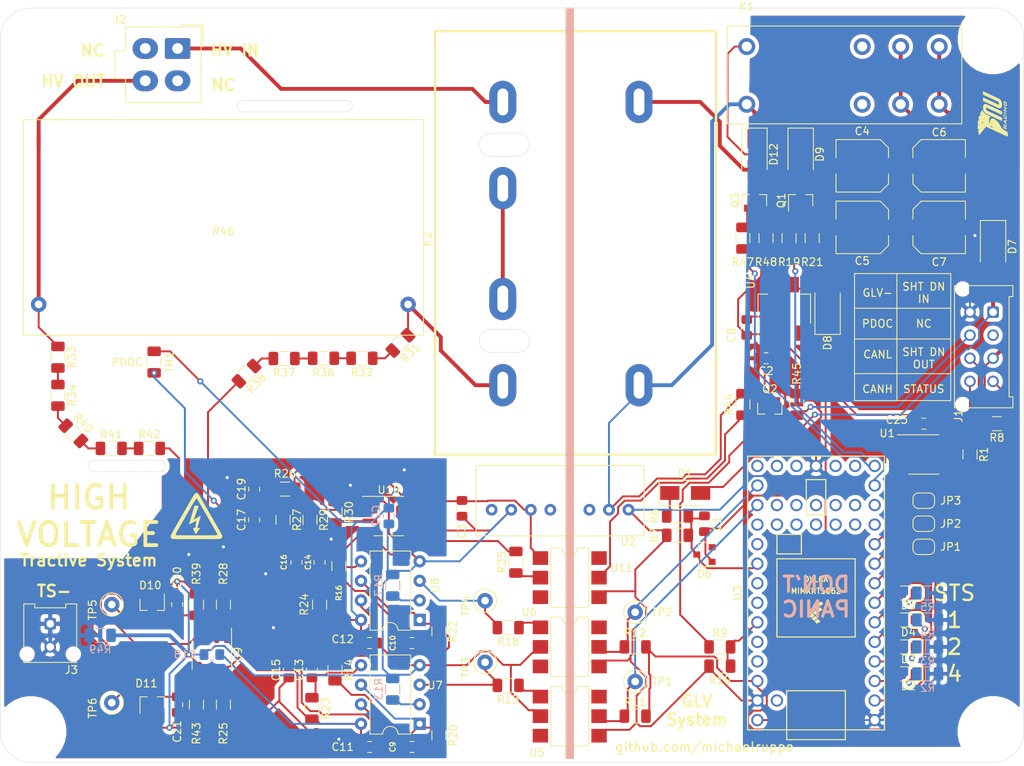
<source format=kicad_pcb>
(kicad_pcb (version 20171130) (host pcbnew "(5.1.2)-2")
  (layers (0 F.Cu signal) (31 B.Cu signal) (34 B.Paste user) (35 F.Paste user) (36 B.SilkS user) (37 F.SilkS user) (38 B.Mask user) (39 F.Mask user) (44 Edge.Cuts user))
  (net 0 "")
  (net 1 +12V)
  (net 2 +5V)
  (net 3 /PRECH_STS)
  (net 4 /SHTDN_OUT)
  (net 5 "Net-(K2-Pad4)")
  (net 6 "Net-(Q1-Pad1)")
  (net 7 "Net-(Q2-Pad1)")
  (net 8 GLV-)
  (net 9 GLV+)
  (net 10 GNDS)
  (net 11 +12P)
  (net 12 "Net-(C9-Pad2)")
  (net 13 "Net-(C9-Pad1)")
  (net 14 "Net-(C10-Pad2)")
  (net 15 "Net-(C10-Pad1)")
  (net 16 "Net-(C13-Pad1)")
  (net 17 "Net-(C14-Pad1)")
  (net 18 "Net-(C15-Pad1)")
  (net 19 "Net-(C16-Pad1)")
  (net 20 "Net-(C19-Pad1)")
  (net 21 /PDOC_OK)
  (net 22 /VinTS)
  (net 23 /VinAccu)
  (net 24 "Net-(Q3-Pad1)")
  (net 25 /Fts)
  (net 26 /Faccu)
  (net 27 /FoutTS)
  (net 28 /FoutAccu)
  (net 29 "Net-(R25-Pad1)")
  (net 30 "Net-(R33-Pad2)")
  (net 31 +3V3)
  (net 32 /PWR_OK)
  (net 33 "Net-(C20-Pad1)")
  (net 34 "Net-(C21-Pad1)")
  (net 35 "Net-(D1-Pad1)")
  (net 36 "Net-(D3-Pad1)")
  (net 37 "Net-(D4-Pad1)")
  (net 38 "Net-(D5-Pad1)")
  (net 39 "Net-(D9-Pad2)")
  (net 40 "Net-(D12-Pad2)")
  (net 41 "Net-(J2-Pad1)")
  (net 42 "Net-(R13-Pad2)")
  (net 43 "Net-(R15-Pad2)")
  (net 44 "Net-(D2-Pad1)")
  (net 45 "Net-(R34-Pad2)")
  (net 46 "Net-(R36-Pad2)")
  (net 47 "Net-(D2-Pad2)")
  (net 48 "Net-(D3-Pad2)")
  (net 49 "Net-(D4-Pad2)")
  (net 50 "Net-(D5-Pad2)")
  (net 51 "Net-(C17-Pad2)")
  (net 52 /CFG0)
  (net 53 /CFG1)
  (net 54 /CFG2)
  (net 55 /CANL)
  (net 56 /CANH)
  (net 57 "Net-(R10-Pad1)")
  (net 58 "Net-(R17-Pad2)")
  (net 59 "Net-(R18-Pad2)")
  (net 60 /SHTDN_CTRL)
  (net 61 "Net-(R28-Pad1)")
  (net 62 "Net-(R30-Pad1)")
  (net 63 "Net-(R31-Pad2)")
  (net 64 "Net-(R32-Pad2)")
  (net 65 "Net-(R35-Pad1)")
  (net 66 "Net-(R37-Pad2)")
  (net 67 "Net-(R40-Pad2)")
  (net 68 "Net-(R41-Pad2)")
  (net 69 /PRECHG)
  (net 70 /CANRX)
  (net 71 /CANTX)
  (net 72 /TS-)
  (module Precharge:electric-shock-symbol (layer F.Cu) (at 93.5 116.5)
    (fp_text reference G*** hide)
    (fp_text value LOGO hide)
  )
  (module Precharge:logo (layer F.Cu) (at 197 64.25 90)
    (fp_text reference G*** hide)
    (fp_text value LOGO hide)
  )
  (module Resistor_SMD:R_1206_3216Metric (layer B.Cu) (at 81 132)
    (fp_text reference R49 (at 0 1.82) (layer B.SilkS) (effects (justify mirror)))
    (fp_text value 0)
    (pad 2 smd roundrect (at 1.4 0) (size 1.25 1.75) (layers B.Cu B.Paste B.Mask) (roundrect_rratio 0.2) (net 10 GNDS))
    (pad 1 smd roundrect (at -1.4 0) (size 1.25 1.75) (layers B.Cu B.Paste B.Mask) (roundrect_rratio 0.2) (net 72 /TS-))
  )
  (module Connector_Molex:Molex_Micro-Fit_3.0_43045-0212_2x01_P3.00mm_Vertical (layer F.Cu) (at 74.5 130.5)
    (fp_text reference J3 (at 2.75 6) (layer F.SilkS))
    (fp_text value "Micro-Fit 43045-0212")
    (pad 2 thru_hole circle (at 0 3) (size 1.5 1.5) (drill 1) (layers *.Cu *.Mask) (net 72 /TS-))
    (pad 1 thru_hole roundrect (at 0 0) (size 1.5 1.5) (drill 1) (layers *.Cu *.Mask) (roundrect_rratio 0.166667) (net 72 /TS-))
    (pad "" np_thru_hole circle (at 3 3.94) (size 1 1) (drill 1) (layers *.Cu *.Mask))
    (pad "" np_thru_hole circle (at -3 3.94) (size 1 1) (drill 1) (layers *.Cu *.Mask))
  )
  (module Mini-Fit-Jr-4.20mm-pitch:Molex-Mini-Fit-Jr-4-pin-P4.2mm-RowP4.2mm (layer F.Cu) (at 91.75 55.75 270)
    (fp_text reference J2 (at -3.75 8.25 180) (layer F.SilkS))
    (fp_text value Mini-Fit_Jr_5566-04A)
    (pad 4 thru_hole oval (at 4.2 4.9 270) (size 2.7 3.3) (drill 1.4) (layers *.Cu *.Mask) (net 22 /VinTS))
    (pad 3 thru_hole oval (at 0 4.9 270) (size 2.7 3.3) (drill 1.4) (layers *.Cu *.Mask))
    (pad 2 thru_hole oval (at 4.2 0.7 270) (size 2.7 3.3) (drill 1.4) (layers *.Cu *.Mask))
    (pad 1 thru_hole roundrect (at 0 0.7 270) (size 2.7 3.3) (drill 1.4) (layers *.Cu *.Mask) (roundrect_rratio 0.09259299999999999) (net 41 "Net-(J2-Pad1)"))
  )
  (module MountingHole:MountingHole_3.2mm_M3 (layer F.Cu) (at 132 144.5)
    (fp_text reference MT3 hide)
    (fp_text value MountingHole_3.2mm_M3)
    (pad 1 np_thru_hole circle (at 0 0) (size 3.2 3.2) (drill 3.2) (layers *.Cu *.Mask))
  )
  (module MountingHole:MountingHole_3.2mm_M3 (layer F.Cu) (at 117 54.5)
    (fp_text reference MT4 hide)
    (fp_text value MountingHole_3.2mm_M3)
    (pad 1 np_thru_hole circle (at 0 0) (size 3.2 3.2) (drill 3.2) (layers *.Cu *.Mask))
  )
  (module MountingHole:MountingHole_3.2mm_M3 (layer F.Cu) (at 72 54.5)
    (fp_text reference MT6 hide)
    (fp_text value MountingHole_3.2mm_M3)
    (pad 1 np_thru_hole circle (at 0 0) (size 3.2 3.2) (drill 3.2) (layers *.Cu *.Mask))
  )
  (module MountingHole:MountingHole_3.2mm_M3 (layer F.Cu) (at 72 144.5)
    (fp_text reference MT1 hide)
    (fp_text value MountingHole_3.2mm_M3)
    (pad "" np_thru_hole circle (at 0 0) (size 3.2 3.2) (drill 3.2) (layers *.Cu *.Mask) (clearance 3))
  )
  (module MountingHole:MountingHole_3.2mm_M3 (layer F.Cu) (at 197 54.5)
    (fp_text reference MT5 hide)
    (fp_text value MountingHole_3.2mm_M3)
    (pad "" np_thru_hole circle (at 0 0) (size 3.2 3.2) (drill 3.2) (layers *.Cu *.Mask) (clearance 3))
  )
  (module MountingHole:MountingHole_3.2mm_M3 (layer F.Cu) (at 197 144.5)
    (fp_text reference MT2 hide)
    (fp_text value MountingHole_3.2mm_M3)
    (pad "" np_thru_hole circle (at 0 0) (size 3.2 3.2) (drill 3.2) (layers *.Cu *.Mask) (clearance 3))
  )
  (module Capacitor_SMD:C_0805_2012Metric_Pad1.15x1.40mm_HandSolder (layer F.Cu) (at 188 104.5)
    (fp_text reference C23 (at -3.5 -0.5) (layer F.SilkS))
    (fp_text value 100n)
    (pad 2 smd roundrect (at 1.025 0) (size 1.15 1.4) (layers F.Cu F.Paste F.Mask) (roundrect_rratio 0.217391) (net 2 +5V))
    (pad 1 smd roundrect (at -1.025 0) (size 1.15 1.4) (layers F.Cu F.Paste F.Mask) (roundrect_rratio 0.217391) (net 8 GLV-))
  )
  (module Connector_Molex:Molex_Micro-Fit_3.0_43045-0812_2x04_P3.00mm_Vertical (layer F.Cu) (at 197 90 270)
    (fp_text reference J1 (at 13.5 4.5 90) (layer F.SilkS))
    (fp_text value MicroFit)
    (pad 8 thru_hole circle (at 9 3 270) (size 1.5 1.5) (drill 1) (layers *.Cu *.Mask) (net 56 /CANH))
    (pad 7 thru_hole circle (at 6 3 270) (size 1.5 1.5) (drill 1) (layers *.Cu *.Mask) (net 55 /CANL))
    (pad 6 thru_hole circle (at 3 3 270) (size 1.5 1.5) (drill 1) (layers *.Cu *.Mask) (net 21 /PDOC_OK))
    (pad 5 thru_hole circle (at 0 3 270) (size 1.5 1.5) (drill 1) (layers *.Cu *.Mask) (net 8 GLV-))
    (pad 4 thru_hole circle (at 9 0 270) (size 1.5 1.5) (drill 1) (layers *.Cu *.Mask) (net 3 /PRECH_STS))
    (pad 3 thru_hole circle (at 6 0 270) (size 1.5 1.5) (drill 1) (layers *.Cu *.Mask) (net 4 /SHTDN_OUT))
    (pad 2 thru_hole circle (at 3 0 270) (size 1.5 1.5) (drill 1) (layers *.Cu *.Mask))
    (pad 1 thru_hole roundrect (at 0 0 270) (size 1.5 1.5) (drill 1) (layers *.Cu *.Mask) (roundrect_rratio 0.166667) (net 9 GLV+))
    (pad "" np_thru_hole circle (at 12 3.94 270) (size 1 1) (drill 1) (layers *.Cu *.Mask))
    (pad "" np_thru_hole circle (at -3 3.94 270) (size 1 1) (drill 1) (layers *.Cu *.Mask))
  )
  (module Package_SO:SOIC-8_3.9x4.9mm_P1.27mm (layer F.Cu) (at 188 108.5)
    (fp_text reference U1 (at -4.75 -2.75) (layer F.SilkS))
    (fp_text value TJA1051T-3)
    (pad 8 smd roundrect (at 2.475 -1.905) (size 1.95 0.6) (layers F.Cu F.Paste F.Mask) (net 8 GLV-))
    (pad 7 smd roundrect (at 2.475 -0.635) (size 1.95 0.6) (layers F.Cu F.Paste F.Mask) (net 56 /CANH))
    (pad 6 smd roundrect (at 2.475 0.635) (size 1.95 0.6) (layers F.Cu F.Paste F.Mask) (net 55 /CANL))
    (pad 5 smd roundrect (at 2.475 1.905) (size 1.95 0.6) (layers F.Cu F.Paste F.Mask) (net 31 +3V3))
    (pad 4 smd roundrect (at -2.475 1.905) (size 1.95 0.6) (layers F.Cu F.Paste F.Mask) (net 70 /CANRX))
    (pad 3 smd roundrect (at -2.475 0.635) (size 1.95 0.6) (layers F.Cu F.Paste F.Mask) (net 2 +5V))
    (pad 2 smd roundrect (at -2.475 -0.635) (size 1.95 0.6) (layers F.Cu F.Paste F.Mask) (net 8 GLV-))
    (pad 1 smd roundrect (at -2.475 -1.905) (size 1.95 0.6) (layers F.Cu F.Paste F.Mask) (net 71 /CANTX))
  )
  (module TestPoint:TestPoint_Loop_D2.50mm_Drill1.0mm_LowProfile (layer F.Cu) (at 150.5 129)
    (fp_text reference TP2 (at 3.5 0) (layer F.SilkS))
    (fp_text value TestPoint)
    (pad 1 thru_hole circle (at 0 0) (size 2 2) (drill 1) (layers *.Cu *.Mask) (net 26 /Faccu))
  )
  (module TestPoint:TestPoint_Loop_D2.50mm_Drill1.0mm_LowProfile (layer F.Cu) (at 150.5 138)
    (fp_text reference TP1 (at 3.5 0) (layer F.SilkS))
    (fp_text value TestPoint)
    (pad 1 thru_hole circle (at 0 0) (size 2 2) (drill 1) (layers *.Cu *.Mask) (net 25 /Fts))
  )
  (module Resistor_SMD:R_1206_3216Metric (layer F.Cu) (at 125 131.5 270)
    (fp_text reference R22 (at 0 -1.82 90) (layer F.SilkS))
    (fp_text value 100k)
    (pad 2 smd roundrect (at 1.4 0 270) (size 1.25 1.75) (layers F.Cu F.Paste F.Mask) (roundrect_rratio 0.2) (net 14 "Net-(C10-Pad2)"))
    (pad 1 smd roundrect (at -1.4 0 270) (size 1.25 1.75) (layers F.Cu F.Paste F.Mask) (roundrect_rratio 0.2) (net 15 "Net-(C10-Pad1)"))
  )
  (module Resistor_SMD:R_1206_3216Metric (layer F.Cu) (at 125 145 270)
    (fp_text reference R20 (at 0 -1.82 90) (layer F.SilkS))
    (fp_text value 100k)
    (pad 2 smd roundrect (at 1.4 0 270) (size 1.25 1.75) (layers F.Cu F.Paste F.Mask) (roundrect_rratio 0.2) (net 12 "Net-(C9-Pad2)"))
    (pad 1 smd roundrect (at -1.4 0 270) (size 1.25 1.75) (layers F.Cu F.Paste F.Mask) (roundrect_rratio 0.2) (net 13 "Net-(C9-Pad1)"))
  )
  (module Resistor_SMD:R_1206_3216Metric (layer F.Cu) (at 194 108.5 270)
    (fp_text reference R1 (at 0 -1.82 90) (layer F.SilkS))
    (fp_text value 160)
    (pad 2 smd roundrect (at 1.4 0 270) (size 1.25 1.75) (layers F.Cu F.Paste F.Mask) (roundrect_rratio 0.2) (net 55 /CANL))
    (pad 1 smd roundrect (at -1.4 0 270) (size 1.25 1.75) (layers F.Cu F.Paste F.Mask) (roundrect_rratio 0.2) (net 56 /CANH))
  )
  (module Resistor_SMD:R_1206_3216Metric (layer F.Cu) (at 161.5 136 180)
    (fp_text reference R10 (at 0 -1.82) (layer F.SilkS))
    (fp_text value 7k)
    (pad 2 smd roundrect (at 1.4 0 180) (size 1.25 1.75) (layers F.Cu F.Paste F.Mask) (roundrect_rratio 0.2) (net 8 GLV-))
    (pad 1 smd roundrect (at -1.4 0 180) (size 1.25 1.75) (layers F.Cu F.Paste F.Mask) (roundrect_rratio 0.2) (net 57 "Net-(R10-Pad1)"))
  )
  (module Resistor_SMD:R_1206_3216Metric (layer F.Cu) (at 161.5 133.5)
    (fp_text reference R9 (at 0 -1.82) (layer F.SilkS))
    (fp_text value 20k)
    (pad 2 smd roundrect (at 1.4 0) (size 1.25 1.75) (layers F.Cu F.Paste F.Mask) (roundrect_rratio 0.2) (net 57 "Net-(R10-Pad1)"))
    (pad 1 smd roundrect (at -1.4 0) (size 1.25 1.75) (layers F.Cu F.Paste F.Mask) (roundrect_rratio 0.2) (net 21 /PDOC_OK))
  )
  (module Precharge:Chassis_Resistor_TE_Connectivity_HSA25 (layer F.Cu) (at 97 79)
    (fp_text reference R46 (at 0 0.5) (layer F.SilkS))
    (fp_text value HSA25390RJ)
    (pad 2 thru_hole circle (at -24 10) (size 2 2) (drill 1) (layers *.Cu *.Mask) (net 22 /VinTS))
    (pad 1 thru_hole circle (at 24 10) (size 2 2) (drill 1) (layers *.Cu *.Mask) (net 23 /VinAccu))
    (pad "" np_thru_hole circle (at -9.15 9.9) (size 3.3 3.3) (drill 3.3) (layers *.Cu *.Mask))
    (pad "" np_thru_hole circle (at 9.15 -9.9) (size 3.3 3.3) (drill 3.3) (layers *.Cu *.Mask))
  )
  (module Package_SO:SOIC-8_3.9x4.9mm_P1.27mm (layer F.Cu) (at 95.5 134.5 270)
    (fp_text reference U9 (at 0 -3.4 90) (layer F.SilkS))
    (fp_text value LM2904)
    (pad 8 smd roundrect (at 2.475 -1.905 270) (size 1.95 0.6) (layers F.Cu F.Paste F.Mask) (net 11 +12P))
    (pad 7 smd roundrect (at 2.475 -0.635 270) (size 1.95 0.6) (layers F.Cu F.Paste F.Mask) (net 29 "Net-(R25-Pad1)"))
    (pad 6 smd roundrect (at 2.475 0.635 270) (size 1.95 0.6) (layers F.Cu F.Paste F.Mask) (net 29 "Net-(R25-Pad1)"))
    (pad 5 smd roundrect (at 2.475 1.905 270) (size 1.95 0.6) (layers F.Cu F.Paste F.Mask) (net 34 "Net-(C21-Pad1)"))
    (pad 4 smd roundrect (at -2.475 1.905 270) (size 1.95 0.6) (layers F.Cu F.Paste F.Mask) (net 10 GNDS))
    (pad 3 smd roundrect (at -2.475 0.635 270) (size 1.95 0.6) (layers F.Cu F.Paste F.Mask) (net 33 "Net-(C20-Pad1)"))
    (pad 2 smd roundrect (at -2.475 -0.635 270) (size 1.95 0.6) (layers F.Cu F.Paste F.Mask) (net 61 "Net-(R28-Pad1)"))
    (pad 1 smd roundrect (at -2.475 -1.905 270) (size 1.95 0.6) (layers F.Cu F.Paste F.Mask) (net 61 "Net-(R28-Pad1)"))
  )
  (module TestPoint:TestPoint_Loop_D2.50mm_Drill1.0mm_LowProfile (layer F.Cu) (at 82.5 140.75 270)
    (fp_text reference TP6 (at 0.7 2.5 90) (layer F.SilkS))
    (fp_text value TestPoint)
    (pad 1 thru_hole circle (at 0 0 270) (size 2 2) (drill 1) (layers *.Cu *.Mask) (net 34 "Net-(C21-Pad1)"))
  )
  (module TestPoint:TestPoint_Loop_D2.50mm_Drill1.0mm_LowProfile (layer F.Cu) (at 82.5 128 270)
    (fp_text reference TP5 (at 0.7 2.5 90) (layer F.SilkS))
    (fp_text value TestPoint)
    (pad 1 thru_hole circle (at 0 0 270) (size 2 2) (drill 1) (layers *.Cu *.Mask) (net 33 "Net-(C20-Pad1)"))
  )
  (module TestPoint:TestPoint_Loop_D2.50mm_Drill1.0mm_LowProfile (layer F.Cu) (at 131 127.5 270)
    (fp_text reference TP4 (at 0.7 2.5 90) (layer F.SilkS))
    (fp_text value TestPoint)
    (pad 1 thru_hole circle (at 0 0 270) (size 2 2) (drill 1) (layers *.Cu *.Mask) (net 59 "Net-(R18-Pad2)"))
  )
  (module TestPoint:TestPoint_Loop_D2.50mm_Drill1.0mm_LowProfile (layer F.Cu) (at 131 135.5 270)
    (fp_text reference TP3 (at 0.7 2.5 90) (layer F.SilkS))
    (fp_text value TestPoint)
    (pad 1 thru_hole circle (at 0 0 270) (size 2 2) (drill 1) (layers *.Cu *.Mask) (net 43 "Net-(R15-Pad2)"))
  )
  (module Resistor_SMD:R_1206_3216Metric (layer F.Cu) (at 75.5 95.8621 270)
    (fp_text reference R33 (at 0 -1.82 90) (layer F.SilkS))
    (fp_text value 500k)
    (pad 2 smd roundrect (at 1.4 0 270) (size 1.25 1.75) (layers F.Cu F.Paste F.Mask) (roundrect_rratio 0.2) (net 30 "Net-(R33-Pad2)"))
    (pad 1 smd roundrect (at -1.4 0 270) (size 1.25 1.75) (layers F.Cu F.Paste F.Mask) (roundrect_rratio 0.2) (net 22 /VinTS))
  )
  (module Resistor_SMD:R_1206_3216Metric (layer F.Cu) (at 120 94 225)
    (fp_text reference R31 (at 0 -1.82 45) (layer F.SilkS))
    (fp_text value 500k)
    (pad 2 smd roundrect (at 1.4 0 225) (size 1.25 1.75) (layers F.Cu F.Paste F.Mask) (roundrect_rratio 0.2) (net 63 "Net-(R31-Pad2)"))
    (pad 1 smd roundrect (at -1.4 0 225) (size 1.25 1.75) (layers F.Cu F.Paste F.Mask) (roundrect_rratio 0.2) (net 23 /VinAccu))
  )
  (module Package_SO:SOIC-8_3.9x4.9mm_P1.27mm (layer F.Cu) (at 118.5 116.5)
    (fp_text reference U10 (at 0 -3.4) (layer F.SilkS))
    (fp_text value LM393)
    (pad 8 smd roundrect (at 2.475 -1.905) (size 1.95 0.6) (layers F.Cu F.Paste F.Mask) (net 11 +12P))
    (pad 7 smd roundrect (at 2.475 -0.635) (size 1.95 0.6) (layers F.Cu F.Paste F.Mask))
    (pad 6 smd roundrect (at 2.475 0.635) (size 1.95 0.6) (layers F.Cu F.Paste F.Mask) (net 11 +12P))
    (pad 5 smd roundrect (at 2.475 1.905) (size 1.95 0.6) (layers F.Cu F.Paste F.Mask) (net 10 GNDS))
    (pad 4 smd roundrect (at -2.475 1.905) (size 1.95 0.6) (layers F.Cu F.Paste F.Mask) (net 10 GNDS))
    (pad 3 smd roundrect (at -2.475 0.635) (size 1.95 0.6) (layers F.Cu F.Paste F.Mask) (net 20 "Net-(C19-Pad1)"))
    (pad 2 smd roundrect (at -2.475 -0.635) (size 1.95 0.6) (layers F.Cu F.Paste F.Mask) (net 51 "Net-(C17-Pad2)"))
    (pad 1 smd roundrect (at -2.475 -1.905) (size 1.95 0.6) (layers F.Cu F.Paste F.Mask) (net 62 "Net-(R30-Pad1)"))
  )
  (module Resistor_SMD:R_1206_3216Metric (layer B.Cu) (at 188.5 126.5)
    (fp_text reference R5 (at 0 1.82) (layer B.SilkS) (effects (justify mirror)))
    (fp_text value 200)
    (pad 2 smd roundrect (at 1.4 0) (size 1.25 1.75) (layers B.Cu B.Paste B.Mask) (roundrect_rratio 0.2) (net 8 GLV-))
    (pad 1 smd roundrect (at -1.4 0) (size 1.25 1.75) (layers B.Cu B.Paste B.Mask) (roundrect_rratio 0.2) (net 38 "Net-(D5-Pad1)"))
  )
  (module Resistor_SMD:R_1206_3216Metric (layer B.Cu) (at 188.5 130)
    (fp_text reference R4 (at 0 1.82) (layer B.SilkS) (effects (justify mirror)))
    (fp_text value 200)
    (pad 2 smd roundrect (at 1.4 0) (size 1.25 1.75) (layers B.Cu B.Paste B.Mask) (roundrect_rratio 0.2) (net 8 GLV-))
    (pad 1 smd roundrect (at -1.4 0) (size 1.25 1.75) (layers B.Cu B.Paste B.Mask) (roundrect_rratio 0.2) (net 37 "Net-(D4-Pad1)"))
  )
  (module Resistor_SMD:R_1206_3216Metric (layer B.Cu) (at 188.5 133.5)
    (fp_text reference R3 (at 0 1.82) (layer B.SilkS) (effects (justify mirror)))
    (fp_text value 200)
    (pad 2 smd roundrect (at 1.4 0) (size 1.25 1.75) (layers B.Cu B.Paste B.Mask) (roundrect_rratio 0.2) (net 8 GLV-))
    (pad 1 smd roundrect (at -1.4 0) (size 1.25 1.75) (layers B.Cu B.Paste B.Mask) (roundrect_rratio 0.2) (net 36 "Net-(D3-Pad1)"))
  )
  (module Resistor_SMD:R_1206_3216Metric (layer B.Cu) (at 188.5 137)
    (fp_text reference R2 (at 0 1.82) (layer B.SilkS) (effects (justify mirror)))
    (fp_text value 200)
    (pad 2 smd roundrect (at 1.4 0) (size 1.25 1.75) (layers B.Cu B.Paste B.Mask) (roundrect_rratio 0.2) (net 8 GLV-))
    (pad 1 smd roundrect (at -1.4 0) (size 1.25 1.75) (layers B.Cu B.Paste B.Mask) (roundrect_rratio 0.2) (net 44 "Net-(D2-Pad1)"))
  )
  (module Jumper:SolderJumper-2_P1.3mm_Open_RoundedPad1.0x1.5mm (layer F.Cu) (at 188 114.5)
    (fp_text reference JP3 (at 3.5 0) (layer F.SilkS))
    (fp_text value SolderJumper_2_Open)
    (pad 2 smd custom (at 0.65 0) (size 1 0.5) (layers F.Cu F.Mask) (net 8 GLV-) (options (clearance outline) (anchor rect)) (primitives (gr_circle (center 0 0.25) (end 0.5 0.25) (width 0)) (gr_circle (center 0 -0.25) (end 0.5 -0.25) (width 0)) (gr_poly (pts (xy 0 -0.75) (xy -0.5 -0.75) (xy -0.5 0.75) (xy 0 0.75)) (width 0))))
    (pad 1 smd custom (at -0.65 0) (size 1 0.5) (layers F.Cu F.Mask) (net 54 /CFG2) (options (clearance outline) (anchor rect)) (primitives (gr_circle (center 0 0.25) (end 0.5 0.25) (width 0)) (gr_circle (center 0 -0.25) (end 0.5 -0.25) (width 0)) (gr_poly (pts (xy 0 -0.75) (xy 0.5 -0.75) (xy 0.5 0.75) (xy 0 0.75)) (width 0))))
  )
  (module Jumper:SolderJumper-2_P1.3mm_Open_RoundedPad1.0x1.5mm (layer F.Cu) (at 188 117.5)
    (fp_text reference JP2 (at 3.5 0) (layer F.SilkS))
    (fp_text value SolderJumper_2_Open)
    (pad 2 smd custom (at 0.65 0) (size 1 0.5) (layers F.Cu F.Mask) (net 8 GLV-) (options (clearance outline) (anchor rect)) (primitives (gr_circle (center 0 0.25) (end 0.5 0.25) (width 0)) (gr_circle (center 0 -0.25) (end 0.5 -0.25) (width 0)) (gr_poly (pts (xy 0 -0.75) (xy -0.5 -0.75) (xy -0.5 0.75) (xy 0 0.75)) (width 0))))
    (pad 1 smd custom (at -0.65 0) (size 1 0.5) (layers F.Cu F.Mask) (net 53 /CFG1) (options (clearance outline) (anchor rect)) (primitives (gr_circle (center 0 0.25) (end 0.5 0.25) (width 0)) (gr_circle (center 0 -0.25) (end 0.5 -0.25) (width 0)) (gr_poly (pts (xy 0 -0.75) (xy 0.5 -0.75) (xy 0.5 0.75) (xy 0 0.75)) (width 0))))
  )
  (module Jumper:SolderJumper-2_P1.3mm_Open_RoundedPad1.0x1.5mm (layer F.Cu) (at 188 120.5)
    (fp_text reference JP1 (at 3.5 0) (layer F.SilkS))
    (fp_text value SolderJumper_2_Open)
    (pad 2 smd custom (at 0.65 0) (size 1 0.5) (layers F.Cu F.Mask) (net 8 GLV-) (options (clearance outline) (anchor rect)) (primitives (gr_circle (center 0 0.25) (end 0.5 0.25) (width 0)) (gr_circle (center 0 -0.25) (end 0.5 -0.25) (width 0)) (gr_poly (pts (xy 0 -0.75) (xy -0.5 -0.75) (xy -0.5 0.75) (xy 0 0.75)) (width 0))))
    (pad 1 smd custom (at -0.65 0) (size 1 0.5) (layers F.Cu F.Mask) (net 52 /CFG0) (options (clearance outline) (anchor rect)) (primitives (gr_circle (center 0 0.25) (end 0.5 0.25) (width 0)) (gr_circle (center 0 -0.25) (end 0.5 -0.25) (width 0)) (gr_poly (pts (xy 0 -0.75) (xy 0.5 -0.75) (xy 0.5 0.75) (xy 0 0.75)) (width 0))))
  )
  (module LED_SMD:LED_0805_2012Metric_Castellated (layer F.Cu) (at 186 126.5 180)
    (fp_text reference D5 (at 0 -1.6) (layer F.SilkS))
    (fp_text value LED)
    (pad 2 smd roundrect (at 0.9625 0 180) (size 1.325 1.3) (layers F.Cu F.Paste F.Mask) (roundrect_rratio 0.192308) (net 50 "Net-(D5-Pad2)"))
    (pad 1 smd roundrect (at -0.9625 0 180) (size 1.325 1.3) (layers F.Cu F.Paste F.Mask) (roundrect_rratio 0.192308) (net 38 "Net-(D5-Pad1)"))
  )
  (module LED_SMD:LED_0805_2012Metric_Castellated (layer F.Cu) (at 186 130 180)
    (fp_text reference D4 (at 0 -1.6) (layer F.SilkS))
    (fp_text value LED)
    (pad 2 smd roundrect (at 0.9625 0 180) (size 1.325 1.3) (layers F.Cu F.Paste F.Mask) (roundrect_rratio 0.192308) (net 49 "Net-(D4-Pad2)"))
    (pad 1 smd roundrect (at -0.9625 0 180) (size 1.325 1.3) (layers F.Cu F.Paste F.Mask) (roundrect_rratio 0.192308) (net 37 "Net-(D4-Pad1)"))
  )
  (module LED_SMD:LED_0805_2012Metric_Castellated (layer F.Cu) (at 186 133.5 180)
    (fp_text reference D3 (at 0 -1.6) (layer F.SilkS))
    (fp_text value LED)
    (pad 2 smd roundrect (at 0.9625 0 180) (size 1.325 1.3) (layers F.Cu F.Paste F.Mask) (roundrect_rratio 0.192308) (net 48 "Net-(D3-Pad2)"))
    (pad 1 smd roundrect (at -0.9625 0 180) (size 1.325 1.3) (layers F.Cu F.Paste F.Mask) (roundrect_rratio 0.192308) (net 36 "Net-(D3-Pad1)"))
  )
  (module LED_SMD:LED_0805_2012Metric_Castellated (layer F.Cu) (at 186 137 180)
    (fp_text reference D2 (at 0 -1.6) (layer F.SilkS))
    (fp_text value LED)
    (pad 2 smd roundrect (at 0.9625 0 180) (size 1.325 1.3) (layers F.Cu F.Paste F.Mask) (roundrect_rratio 0.192308) (net 47 "Net-(D2-Pad2)"))
    (pad 1 smd roundrect (at -0.9625 0 180) (size 1.325 1.3) (layers F.Cu F.Paste F.Mask) (roundrect_rratio 0.192308) (net 44 "Net-(D2-Pad1)"))
  )
  (module Capacitor_SMD:C_0805_2012Metric_Pad1.15x1.40mm_HandSolder (layer B.Cu) (at 118.5 116.5 270)
    (fp_text reference C22 (at 0 1.65 270) (layer B.SilkS) (effects (justify mirror)))
    (fp_text value 100n)
    (pad 2 smd roundrect (at 1.025 0 270) (size 1.15 1.4) (layers B.Cu B.Paste B.Mask) (roundrect_rratio 0.217391) (net 10 GNDS))
    (pad 1 smd roundrect (at -1.025 0 270) (size 1.15 1.4) (layers B.Cu B.Paste B.Mask) (roundrect_rratio 0.217391) (net 11 +12P))
  )
  (module Capacitor_SMD:C_Elec_6.3x5.4 (layer F.Cu) (at 190 71)
    (fp_text reference C6 (at 0 -4.35) (layer F.SilkS))
    (fp_text value 220u)
    (pad 2 smd roundrect (at 2.5375 0) (size 3.325 1.6) (layers F.Cu F.Paste F.Mask) (roundrect_rratio 0.15625) (net 8 GLV-))
    (pad 1 smd roundrect (at -2.5375 0) (size 3.325 1.6) (layers F.Cu F.Paste F.Mask) (roundrect_rratio 0.15625) (net 1 +12V))
  )
  (module Package_DIP:SMDIP-6_W7.62mm (layer F.Cu) (at 142 124.5)
    (fp_text reference U11 (at 6.75 -1.25) (layer F.SilkS))
    (fp_text value 4N35)
    (pad 6 smd rect (at 3.81 -2.54) (size 2 1.78) (layers F.Cu F.Paste F.Mask))
    (pad 3 smd rect (at -3.81 2.54) (size 2 1.78) (layers F.Cu F.Paste F.Mask))
    (pad 5 smd rect (at 3.81 0) (size 2 1.78) (layers F.Cu F.Paste F.Mask) (net 7 "Net-(Q2-Pad1)"))
    (pad 2 smd rect (at -3.81 0) (size 2 1.78) (layers F.Cu F.Paste F.Mask) (net 65 "Net-(R35-Pad1)"))
    (pad 4 smd rect (at 3.81 2.54) (size 2 1.78) (layers F.Cu F.Paste F.Mask) (net 8 GLV-))
    (pad 1 smd rect (at -3.81 -2.54) (size 2 1.78) (layers F.Cu F.Paste F.Mask) (net 11 +12P))
  )
  (module Package_DIP:SMDIP-6_W7.62mm (layer F.Cu) (at 142 133.5)
    (fp_text reference U6 (at -5.25 -4.5) (layer F.SilkS))
    (fp_text value 4N35)
    (pad 6 smd rect (at 3.81 -2.54) (size 2 1.78) (layers F.Cu F.Paste F.Mask))
    (pad 3 smd rect (at -3.81 2.54) (size 2 1.78) (layers F.Cu F.Paste F.Mask))
    (pad 5 smd rect (at 3.81 0) (size 2 1.78) (layers F.Cu F.Paste F.Mask) (net 26 /Faccu))
    (pad 2 smd rect (at -3.81 0) (size 2 1.78) (layers F.Cu F.Paste F.Mask) (net 10 GNDS))
    (pad 4 smd rect (at 3.81 2.54) (size 2 1.78) (layers F.Cu F.Paste F.Mask) (net 8 GLV-))
    (pad 1 smd rect (at -3.81 -2.54) (size 2 1.78) (layers F.Cu F.Paste F.Mask) (net 28 /FoutAccu))
  )
  (module Package_DIP:SMDIP-6_W7.62mm (layer F.Cu) (at 142 142.5)
    (fp_text reference U5 (at -4.25 4.75) (layer F.SilkS))
    (fp_text value 4N35)
    (pad 6 smd rect (at 3.81 -2.54) (size 2 1.78) (layers F.Cu F.Paste F.Mask))
    (pad 3 smd rect (at -3.81 2.54) (size 2 1.78) (layers F.Cu F.Paste F.Mask))
    (pad 5 smd rect (at 3.81 0) (size 2 1.78) (layers F.Cu F.Paste F.Mask) (net 25 /Fts))
    (pad 2 smd rect (at -3.81 0) (size 2 1.78) (layers F.Cu F.Paste F.Mask) (net 10 GNDS))
    (pad 4 smd rect (at 3.81 2.54) (size 2 1.78) (layers F.Cu F.Paste F.Mask) (net 8 GLV-))
    (pad 1 smd rect (at -3.81 -2.54) (size 2 1.78) (layers F.Cu F.Paste F.Mask) (net 27 /FoutTS))
  )
  (module Package_DIP:DIP-8_W7.62mm (layer F.Cu) (at 122.5 130 180)
    (fp_text reference U8 (at -2 4.5 90) (layer F.SilkS))
    (fp_text value LM331)
    (pad 8 thru_hole oval (at 7.62 0 180) (size 1.6 1.6) (drill 0.8) (layers *.Cu *.Mask) (net 11 +12P))
    (pad 4 thru_hole oval (at 0 7.62 180) (size 1.6 1.6) (drill 0.8) (layers *.Cu *.Mask) (net 10 GNDS))
    (pad 7 thru_hole oval (at 7.62 2.54 180) (size 1.6 1.6) (drill 0.8) (layers *.Cu *.Mask) (net 19 "Net-(C16-Pad1)"))
    (pad 3 thru_hole oval (at 0 5.08 180) (size 1.6 1.6) (drill 0.8) (layers *.Cu *.Mask) (net 59 "Net-(R18-Pad2)"))
    (pad 6 thru_hole oval (at 7.62 5.08 180) (size 1.6 1.6) (drill 0.8) (layers *.Cu *.Mask) (net 15 "Net-(C10-Pad1)"))
    (pad 2 thru_hole oval (at 0 2.54 180) (size 1.6 1.6) (drill 0.8) (layers *.Cu *.Mask) (net 58 "Net-(R17-Pad2)"))
    (pad 5 thru_hole oval (at 7.62 7.62 180) (size 1.6 1.6) (drill 0.8) (layers *.Cu *.Mask) (net 17 "Net-(C14-Pad1)"))
    (pad 1 thru_hole rect (at 0 0 180) (size 1.6 1.6) (drill 0.8) (layers *.Cu *.Mask) (net 15 "Net-(C10-Pad1)"))
  )
  (module Package_DIP:DIP-8_W7.62mm (layer F.Cu) (at 122.5 143.5 180)
    (fp_text reference U7 (at -2 5) (layer F.SilkS))
    (fp_text value LM331)
    (pad 8 thru_hole oval (at 7.62 0 180) (size 1.6 1.6) (drill 0.8) (layers *.Cu *.Mask) (net 11 +12P))
    (pad 4 thru_hole oval (at 0 7.62 180) (size 1.6 1.6) (drill 0.8) (layers *.Cu *.Mask) (net 10 GNDS))
    (pad 7 thru_hole oval (at 7.62 2.54 180) (size 1.6 1.6) (drill 0.8) (layers *.Cu *.Mask) (net 18 "Net-(C15-Pad1)"))
    (pad 3 thru_hole oval (at 0 5.08 180) (size 1.6 1.6) (drill 0.8) (layers *.Cu *.Mask) (net 43 "Net-(R15-Pad2)"))
    (pad 6 thru_hole oval (at 7.62 5.08 180) (size 1.6 1.6) (drill 0.8) (layers *.Cu *.Mask) (net 13 "Net-(C9-Pad1)"))
    (pad 2 thru_hole oval (at 0 2.54 180) (size 1.6 1.6) (drill 0.8) (layers *.Cu *.Mask) (net 42 "Net-(R13-Pad2)"))
    (pad 5 thru_hole oval (at 7.62 7.62 180) (size 1.6 1.6) (drill 0.8) (layers *.Cu *.Mask) (net 16 "Net-(C13-Pad1)"))
    (pad 1 thru_hole rect (at 0 0 180) (size 1.6 1.6) (drill 0.8) (layers *.Cu *.Mask) (net 13 "Net-(C9-Pad1)"))
  )
  (module teensy:Teensy40 (layer F.Cu) (at 174 126.5 90)
    (fp_text reference U3 (at 0 -10.16 90) (layer F.SilkS))
    (fp_text value Teensy4.0)
    (fp_text user DVL6A (at 1.778 0) (layer F.SilkS) (effects (font (size 0.7 0.7))))
    (fp_text user MIMXRT1062 (at 0.254 0) (layer F.SilkS) (effects (font (size 0.7 0.7))))
    (pad 44 thru_hole circle (at 8.89 5.08 90) (size 1.6 1.6) (drill 1.1) (layers *.Cu *.Mask))
    (pad 43 thru_hole circle (at 11.43 5.08 90) (size 1.6 1.6) (drill 1.1) (layers *.Cu *.Mask))
    (pad 42 thru_hole circle (at 8.89 2.54 90) (size 1.6 1.6) (drill 1.1) (layers *.Cu *.Mask))
    (pad 41 thru_hole circle (at 11.43 2.54 90) (size 1.6 1.6) (drill 1.1) (layers *.Cu *.Mask))
    (pad 40 thru_hole circle (at 8.89 0 90) (size 1.6 1.6) (drill 1.1) (layers *.Cu *.Mask))
    (pad 39 thru_hole circle (at 11.43 0 90) (size 1.6 1.6) (drill 1.1) (layers *.Cu *.Mask))
    (pad 38 thru_hole circle (at 8.89 -2.54 90) (size 1.6 1.6) (drill 1.1) (layers *.Cu *.Mask))
    (pad 37 thru_hole circle (at 11.43 -2.54 90) (size 1.6 1.6) (drill 1.1) (layers *.Cu *.Mask))
    (pad 36 thru_hole circle (at 8.89 -5.08 90) (size 1.6 1.6) (drill 1.1) (layers *.Cu *.Mask))
    (pad 35 thru_hole circle (at 11.43 -5.08 90) (size 1.6 1.6) (drill 1.1) (layers *.Cu *.Mask))
    (pad 1 thru_hole circle (at -16.51 7.62 90) (size 1.6 1.6) (drill 1.1) (layers *.Cu *.Mask) (net 8 GLV-))
    (pad 2 thru_hole circle (at -13.97 7.62 90) (size 1.6 1.6) (drill 1.1) (layers *.Cu *.Mask) (net 47 "Net-(D2-Pad2)"))
    (pad 3 thru_hole circle (at -11.43 7.62 90) (size 1.6 1.6) (drill 1.1) (layers *.Cu *.Mask) (net 48 "Net-(D3-Pad2)"))
    (pad 4 thru_hole circle (at -8.89 7.62 90) (size 1.6 1.6) (drill 1.1) (layers *.Cu *.Mask) (net 49 "Net-(D4-Pad2)"))
    (pad 5 thru_hole circle (at -6.35 7.62 90) (size 1.6 1.6) (drill 1.1) (layers *.Cu *.Mask) (net 50 "Net-(D5-Pad2)"))
    (pad 6 thru_hole circle (at -3.81 7.62 90) (size 1.6 1.6) (drill 1.1) (layers *.Cu *.Mask) (net 52 /CFG0))
    (pad 7 thru_hole circle (at -1.27 7.62 90) (size 1.6 1.6) (drill 1.1) (layers *.Cu *.Mask) (net 53 /CFG1))
    (pad 8 thru_hole circle (at 1.27 7.62 90) (size 1.6 1.6) (drill 1.1) (layers *.Cu *.Mask) (net 54 /CFG2))
    (pad 9 thru_hole circle (at 3.81 7.62 90) (size 1.6 1.6) (drill 1.1) (layers *.Cu *.Mask) (net 70 /CANRX))
    (pad 10 thru_hole circle (at 6.35 7.62 90) (size 1.6 1.6) (drill 1.1) (layers *.Cu *.Mask) (net 71 /CANTX))
    (pad 11 thru_hole circle (at 8.89 7.62 90) (size 1.6 1.6) (drill 1.1) (layers *.Cu *.Mask))
    (pad 12 thru_hole circle (at 11.43 7.62 90) (size 1.6 1.6) (drill 1.1) (layers *.Cu *.Mask))
    (pad 13 thru_hole circle (at 13.97 7.62 90) (size 1.6 1.6) (drill 1.1) (layers *.Cu *.Mask) (net 60 /SHTDN_CTRL))
    (pad 34 thru_hole circle (at -13.97 -5.08 90) (size 1.6 1.6) (drill 1.1) (layers *.Cu *.Mask))
    (pad 33 thru_hole circle (at -16.51 -7.62 90) (size 1.6 1.6) (drill 1.1) (layers *.Cu *.Mask) (net 2 +5V))
    (pad 32 thru_hole circle (at -13.97 -7.62 90) (size 1.6 1.6) (drill 1.1) (layers *.Cu *.Mask) (net 8 GLV-))
    (pad 31 thru_hole circle (at -11.43 -7.62 90) (size 1.6 1.6) (drill 1.1) (layers *.Cu *.Mask) (net 31 +3V3))
    (pad 30 thru_hole circle (at -8.89 -7.62 90) (size 1.6 1.6) (drill 1.1) (layers *.Cu *.Mask))
    (pad 29 thru_hole circle (at -6.35 -7.62 90) (size 1.6 1.6) (drill 1.1) (layers *.Cu *.Mask))
    (pad 28 thru_hole circle (at -3.81 -7.62 90) (size 1.6 1.6) (drill 1.1) (layers *.Cu *.Mask) (net 57 "Net-(R10-Pad1)"))
    (pad 27 thru_hole circle (at -1.27 -7.62 90) (size 1.6 1.6) (drill 1.1) (layers *.Cu *.Mask))
    (pad 26 thru_hole circle (at 1.27 -7.62 90) (size 1.6 1.6) (drill 1.1) (layers *.Cu *.Mask))
    (pad 25 thru_hole circle (at 3.81 -7.62 90) (size 1.6 1.6) (drill 1.1) (layers *.Cu *.Mask) (net 32 /PWR_OK))
    (pad 24 thru_hole circle (at 6.35 -7.62 90) (size 1.6 1.6) (drill 1.1) (layers *.Cu *.Mask))
    (pad 23 thru_hole circle (at 8.89 -7.62 90) (size 1.6 1.6) (drill 1.1) (layers *.Cu *.Mask))
    (pad 22 thru_hole circle (at 11.43 -7.62 90) (size 1.6 1.6) (drill 1.1) (layers *.Cu *.Mask) (net 25 /Fts))
    (pad 21 thru_hole circle (at 13.97 -7.62 90) (size 1.6 1.6) (drill 1.1) (layers *.Cu *.Mask) (net 26 /Faccu))
    (pad 14 thru_hole circle (at 16.51 7.62 90) (size 1.6 1.6) (drill 1.1) (layers *.Cu *.Mask) (net 69 /PRECHG))
    (pad 15 thru_hole circle (at 16.51 5.08 90) (size 1.6 1.6) (drill 1.1) (layers *.Cu *.Mask))
    (pad 16 thru_hole circle (at 16.51 2.54 90) (size 1.6 1.6) (drill 1.1) (layers *.Cu *.Mask))
    (pad 20 thru_hole circle (at 16.51 -7.62 90) (size 1.6 1.6) (drill 1.1) (layers *.Cu *.Mask))
    (pad 19 thru_hole circle (at 16.51 -5.08 90) (size 1.6 1.6) (drill 1.1) (layers *.Cu *.Mask))
    (pad 18 thru_hole circle (at 16.51 -2.54 90) (size 1.6 1.6) (drill 1.1) (layers *.Cu *.Mask))
    (pad 17 thru_hole circle (at 16.51 0 90) (size 1.6 1.6) (drill 1.1) (layers *.Cu *.Mask) (net 8 GLV-))
  )
  (module Precharge:SPAN02 (layer F.Cu) (at 141 114.5 180)
    (fp_text reference U2 (at -8.636 -5.334) (layer F.SilkS))
    (fp_text value SPAN02A-12)
    (pad 8 thru_hole circle (at 9.144 -1.184 180) (size 1.524 1.524) (drill 0.762) (layers *.Cu *.Mask))
    (pad 7 thru_hole circle (at 6.604 -1.184 180) (size 1.524 1.524) (drill 0.762) (layers *.Cu *.Mask) (net 10 GNDS))
    (pad 6 thru_hole circle (at 4.064 -1.184 180) (size 1.524 1.524) (drill 0.762) (layers *.Cu *.Mask) (net 11 +12P))
    (pad 5 thru_hole circle (at 1.524 -1.184 180) (size 1.524 1.524) (drill 0.762) (layers *.Cu *.Mask))
    (pad 3 thru_hole circle (at -3.556 -1.184 180) (size 1.524 1.524) (drill 0.762) (layers *.Cu *.Mask))
    (pad 2 thru_hole circle (at -6.096 -1.184 180) (size 1.524 1.524) (drill 0.762) (layers *.Cu *.Mask) (net 1 +12V))
    (pad 1 thru_hole circle (at -8.636 -1.184 180) (size 1.524 1.524) (drill 0.762) (layers *.Cu *.Mask) (net 8 GLV-))
  )
  (module Resistor_SMD:R_1206_3216Metric (layer F.Cu) (at 171.5 102 90)
    (fp_text reference R45 (at 4 0 90) (layer F.SilkS))
    (fp_text value 10k)
    (pad 2 smd roundrect (at 1.4 0 90) (size 1.25 1.75) (layers F.Cu F.Paste F.Mask) (roundrect_rratio 0.2) (net 8 GLV-))
    (pad 1 smd roundrect (at -1.4 0 90) (size 1.25 1.75) (layers F.Cu F.Paste F.Mask) (roundrect_rratio 0.2) (net 21 /PDOC_OK))
  )
  (module Resistor_SMD:R_1206_3216Metric (layer F.Cu) (at 93.5 141 270)
    (fp_text reference R43 (at 3.75 0 90) (layer F.SilkS))
    (fp_text value 40k)
    (pad 2 smd roundrect (at 1.4 0 270) (size 1.25 1.75) (layers F.Cu F.Paste F.Mask) (roundrect_rratio 0.2) (net 10 GNDS))
    (pad 1 smd roundrect (at -1.4 0 270) (size 1.25 1.75) (layers F.Cu F.Paste F.Mask) (roundrect_rratio 0.2) (net 34 "Net-(C21-Pad1)"))
  )
  (module Resistor_SMD:R_1206_3216Metric (layer F.Cu) (at 87.39 107.709)
    (fp_text reference R42 (at 0 -1.82) (layer F.SilkS))
    (fp_text value 500k)
    (pad 2 smd roundrect (at 1.4 0) (size 1.25 1.75) (layers F.Cu F.Paste F.Mask) (roundrect_rratio 0.2) (net 34 "Net-(C21-Pad1)"))
    (pad 1 smd roundrect (at -1.4 0) (size 1.25 1.75) (layers F.Cu F.Paste F.Mask) (roundrect_rratio 0.2) (net 68 "Net-(R41-Pad2)"))
  )
  (module Resistor_SMD:R_1206_3216Metric (layer F.Cu) (at 82.426 107.709)
    (fp_text reference R41 (at 0 -1.82) (layer F.SilkS))
    (fp_text value 500k)
    (pad 2 smd roundrect (at 1.4 0) (size 1.25 1.75) (layers F.Cu F.Paste F.Mask) (roundrect_rratio 0.2) (net 68 "Net-(R41-Pad2)"))
    (pad 1 smd roundrect (at -1.4 0) (size 1.25 1.75) (layers F.Cu F.Paste F.Mask) (roundrect_rratio 0.2) (net 67 "Net-(R40-Pad2)"))
  )
  (module Resistor_SMD:R_1206_3216Metric (layer F.Cu) (at 77.5 105.75 315)
    (fp_text reference R40 (at 0 -1.82 135) (layer F.SilkS))
    (fp_text value 500k)
    (pad 2 smd roundrect (at 1.4 0 315) (size 1.25 1.75) (layers F.Cu F.Paste F.Mask) (roundrect_rratio 0.2) (net 67 "Net-(R40-Pad2)"))
    (pad 1 smd roundrect (at -1.4 0 315) (size 1.25 1.75) (layers F.Cu F.Paste F.Mask) (roundrect_rratio 0.2) (net 45 "Net-(R34-Pad2)"))
  )
  (module Resistor_SMD:R_1206_3216Metric (layer F.Cu) (at 75.5 100.812 270)
    (fp_text reference R34 (at 0 -1.82 90) (layer F.SilkS))
    (fp_text value 500k)
    (pad 2 smd roundrect (at 1.4 0 270) (size 1.25 1.75) (layers F.Cu F.Paste F.Mask) (roundrect_rratio 0.2) (net 45 "Net-(R34-Pad2)"))
    (pad 1 smd roundrect (at -1.4 0 270) (size 1.25 1.75) (layers F.Cu F.Paste F.Mask) (roundrect_rratio 0.2) (net 30 "Net-(R33-Pad2)"))
  )
  (module Resistor_SMD:R_1206_3216Metric (layer F.Cu) (at 93.5 128 90)
    (fp_text reference R39 (at 4 0 90) (layer F.SilkS))
    (fp_text value 40k)
    (pad 2 smd roundrect (at 1.4 0 90) (size 1.25 1.75) (layers F.Cu F.Paste F.Mask) (roundrect_rratio 0.2) (net 10 GNDS))
    (pad 1 smd roundrect (at -1.4 0 90) (size 1.25 1.75) (layers F.Cu F.Paste F.Mask) (roundrect_rratio 0.2) (net 33 "Net-(C20-Pad1)"))
  )
  (module Resistor_SMD:R_1206_3216Metric (layer F.Cu) (at 100 98 225)
    (fp_text reference R38 (at 0 -1.82 45) (layer F.SilkS))
    (fp_text value 500k)
    (pad 2 smd roundrect (at 1.4 0 225) (size 1.25 1.75) (layers F.Cu F.Paste F.Mask) (roundrect_rratio 0.2) (net 33 "Net-(C20-Pad1)"))
    (pad 1 smd roundrect (at -1.4 0 225) (size 1.25 1.75) (layers F.Cu F.Paste F.Mask) (roundrect_rratio 0.2) (net 66 "Net-(R37-Pad2)"))
  )
  (module Resistor_SMD:R_1206_3216Metric (layer F.Cu) (at 104.886 96.031 180)
    (fp_text reference R37 (at 0 -1.82) (layer F.SilkS))
    (fp_text value 500k)
    (pad 2 smd roundrect (at 1.4 0 180) (size 1.25 1.75) (layers F.Cu F.Paste F.Mask) (roundrect_rratio 0.2) (net 66 "Net-(R37-Pad2)"))
    (pad 1 smd roundrect (at -1.4 0 180) (size 1.25 1.75) (layers F.Cu F.Paste F.Mask) (roundrect_rratio 0.2) (net 46 "Net-(R36-Pad2)"))
  )
  (module Resistor_SMD:R_1206_3216Metric (layer F.Cu) (at 110 96 180)
    (fp_text reference R36 (at 0 -1.82) (layer F.SilkS))
    (fp_text value 500k)
    (pad 2 smd roundrect (at 1.4 0 180) (size 1.25 1.75) (layers F.Cu F.Paste F.Mask) (roundrect_rratio 0.2) (net 46 "Net-(R36-Pad2)"))
    (pad 1 smd roundrect (at -1.4 0 180) (size 1.25 1.75) (layers F.Cu F.Paste F.Mask) (roundrect_rratio 0.2) (net 64 "Net-(R32-Pad2)"))
  )
  (module Resistor_SMD:R_1206_3216Metric (layer F.Cu) (at 115 96 180)
    (fp_text reference R32 (at 0 -1.82) (layer F.SilkS))
    (fp_text value 500k)
    (pad 2 smd roundrect (at 1.4 0 180) (size 1.25 1.75) (layers F.Cu F.Paste F.Mask) (roundrect_rratio 0.2) (net 64 "Net-(R32-Pad2)"))
    (pad 1 smd roundrect (at -1.4 0 180) (size 1.25 1.75) (layers F.Cu F.Paste F.Mask) (roundrect_rratio 0.2) (net 63 "Net-(R31-Pad2)"))
  )
  (module Resistor_SMD:R_1206_3216Metric (layer F.Cu) (at 97 128 90)
    (fp_text reference R28 (at 4 0 90) (layer F.SilkS))
    (fp_text value 100k)
    (pad 2 smd roundrect (at 1.4 0 90) (size 1.25 1.75) (layers F.Cu F.Paste F.Mask) (roundrect_rratio 0.2) (net 19 "Net-(C16-Pad1)"))
    (pad 1 smd roundrect (at -1.4 0 90) (size 1.25 1.75) (layers F.Cu F.Paste F.Mask) (roundrect_rratio 0.2) (net 61 "Net-(R28-Pad1)"))
  )
  (module Resistor_SMD:R_1206_3216Metric (layer F.Cu) (at 97 141 270)
    (fp_text reference R25 (at 3.75 0 90) (layer F.SilkS))
    (fp_text value 100k)
    (pad 2 smd roundrect (at 1.4 0 270) (size 1.25 1.75) (layers F.Cu F.Paste F.Mask) (roundrect_rratio 0.2) (net 18 "Net-(C15-Pad1)"))
    (pad 1 smd roundrect (at -1.4 0 270) (size 1.25 1.75) (layers F.Cu F.Paste F.Mask) (roundrect_rratio 0.2) (net 29 "Net-(R25-Pad1)"))
  )
  (module Resistor_SMD:R_1206_3216Metric (layer F.Cu) (at 109.5 128 270)
    (fp_text reference R24 (at 0 2 90) (layer F.SilkS))
    (fp_text value 10k)
    (pad 2 smd roundrect (at 1.4 0 270) (size 1.25 1.75) (layers F.Cu F.Paste F.Mask) (roundrect_rratio 0.2) (net 11 +12P))
    (pad 1 smd roundrect (at -1.4 0 270) (size 1.25 1.75) (layers F.Cu F.Paste F.Mask) (roundrect_rratio 0.2) (net 17 "Net-(C14-Pad1)"))
  )
  (module Resistor_SMD:R_1206_3216Metric (layer F.Cu) (at 108.5 141.5 270)
    (fp_text reference R23 (at 0 -1.82 90) (layer F.SilkS))
    (fp_text value 10k)
    (pad 2 smd roundrect (at 1.4 0 270) (size 1.25 1.75) (layers F.Cu F.Paste F.Mask) (roundrect_rratio 0.2) (net 11 +12P))
    (pad 1 smd roundrect (at -1.4 0 270) (size 1.25 1.75) (layers F.Cu F.Paste F.Mask) (roundrect_rratio 0.2) (net 16 "Net-(C13-Pad1)"))
  )
  (module Resistor_SMD:R_1206_3216Metric (layer F.Cu) (at 134 131 180)
    (fp_text reference R18 (at 0 -1.82) (layer F.SilkS))
    (fp_text value 560)
    (pad 2 smd roundrect (at 1.4 0 180) (size 1.25 1.75) (layers F.Cu F.Paste F.Mask) (roundrect_rratio 0.2) (net 59 "Net-(R18-Pad2)"))
    (pad 1 smd roundrect (at -1.4 0 180) (size 1.25 1.75) (layers F.Cu F.Paste F.Mask) (roundrect_rratio 0.2) (net 28 /FoutAccu))
  )
  (module Resistor_SMD:R_1206_3216Metric (layer F.Cu) (at 112 123 270)
    (fp_text reference R16 (at 3.5 0 90) (layer F.SilkS) (effects (font (size 0.7 0.7))))
    (fp_text value 47)
    (pad 2 smd roundrect (at 1.4 0 270) (size 1.25 1.75) (layers F.Cu F.Paste F.Mask) (roundrect_rratio 0.2) (net 14 "Net-(C10-Pad2)"))
    (pad 1 smd roundrect (at -1.4 0 270) (size 1.25 1.75) (layers F.Cu F.Paste F.Mask) (roundrect_rratio 0.2) (net 10 GNDS))
  )
  (module Resistor_SMD:R_1206_3216Metric (layer B.Cu) (at 119 125.5 270)
    (fp_text reference R17 (at 0 1.82 270) (layer B.SilkS) (effects (justify mirror)))
    (fp_text value 12k)
    (pad 2 smd roundrect (at 1.4 0 270) (size 1.25 1.75) (layers B.Cu B.Paste B.Mask) (roundrect_rratio 0.2) (net 58 "Net-(R17-Pad2)"))
    (pad 1 smd roundrect (at -1.4 0 270) (size 1.25 1.75) (layers B.Cu B.Paste B.Mask) (roundrect_rratio 0.2) (net 10 GNDS))
  )
  (module Resistor_SMD:R_1206_3216Metric (layer F.Cu) (at 134 138.5 180)
    (fp_text reference R15 (at 0 -1.82) (layer F.SilkS))
    (fp_text value 560)
    (pad 2 smd roundrect (at 1.4 0 180) (size 1.25 1.75) (layers F.Cu F.Paste F.Mask) (roundrect_rratio 0.2) (net 43 "Net-(R15-Pad2)"))
    (pad 1 smd roundrect (at -1.4 0 180) (size 1.25 1.75) (layers F.Cu F.Paste F.Mask) (roundrect_rratio 0.2) (net 27 /FoutTS))
  )
  (module Resistor_SMD:R_1206_3216Metric (layer F.Cu) (at 164.5 102 90)
    (fp_text reference R44 (at 0 -1.82 90) (layer F.SilkS))
    (fp_text value 10k)
    (pad 2 smd roundrect (at 1.4 0 90) (size 1.25 1.75) (layers F.Cu F.Paste F.Mask) (roundrect_rratio 0.2) (net 1 +12V))
    (pad 1 smd roundrect (at -1.4 0 90) (size 1.25 1.75) (layers F.Cu F.Paste F.Mask) (roundrect_rratio 0.2) (net 7 "Net-(Q2-Pad1)"))
  )
  (module Resistor_SMD:R_1206_3216Metric (layer F.Cu) (at 111.5 116 270)
    (fp_text reference R30 (at 0 -1.82 90) (layer F.SilkS))
    (fp_text value 500k)
    (pad 2 smd roundrect (at 1.4 0 270) (size 1.25 1.75) (layers F.Cu F.Paste F.Mask) (roundrect_rratio 0.2) (net 20 "Net-(C19-Pad1)"))
    (pad 1 smd roundrect (at -1.4 0 270) (size 1.25 1.75) (layers F.Cu F.Paste F.Mask) (roundrect_rratio 0.2) (net 62 "Net-(R30-Pad1)"))
  )
  (module Resistor_SMD:R_1206_3216Metric (layer F.Cu) (at 156 119 180)
    (fp_text reference R7 (at 3 0 90) (layer F.SilkS))
    (fp_text value 7k)
    (pad 2 smd roundrect (at 1.4 0 180) (size 1.25 1.75) (layers F.Cu F.Paste F.Mask) (roundrect_rratio 0.2) (net 8 GLV-))
    (pad 1 smd roundrect (at -1.4 0 180) (size 1.25 1.75) (layers F.Cu F.Paste F.Mask) (roundrect_rratio 0.2) (net 32 /PWR_OK))
  )
  (module Resistor_SMD:R_1206_3216Metric (layer F.Cu) (at 156 116.5)
    (fp_text reference R6 (at -3 0 90) (layer F.SilkS))
    (fp_text value 20k)
    (pad 2 smd roundrect (at 1.4 0) (size 1.25 1.75) (layers F.Cu F.Paste F.Mask) (roundrect_rratio 0.2) (net 32 /PWR_OK))
    (pad 1 smd roundrect (at -1.4 0) (size 1.25 1.75) (layers F.Cu F.Paste F.Mask) (roundrect_rratio 0.2) (net 35 "Net-(D1-Pad1)"))
  )
  (module Resistor_SMD:R_1206_3216Metric (layer F.Cu) (at 111.5 136.5 270)
    (fp_text reference R14 (at 0 -1.82 90) (layer F.SilkS))
    (fp_text value 47)
    (pad 2 smd roundrect (at 1.4 0 270) (size 1.25 1.75) (layers F.Cu F.Paste F.Mask) (roundrect_rratio 0.2) (net 12 "Net-(C9-Pad2)"))
    (pad 1 smd roundrect (at -1.4 0 270) (size 1.25 1.75) (layers F.Cu F.Paste F.Mask) (roundrect_rratio 0.2) (net 10 GNDS))
  )
  (module Resistor_SMD:R_1206_3216Metric (layer B.Cu) (at 119 139 270)
    (fp_text reference R13 (at 0 1.82 90) (layer B.SilkS) (effects (justify mirror)))
    (fp_text value 12k)
    (pad 2 smd roundrect (at 1.4 0 270) (size 1.25 1.75) (layers B.Cu B.Paste B.Mask) (roundrect_rratio 0.2) (net 42 "Net-(R13-Pad2)"))
    (pad 1 smd roundrect (at -1.4 0 270) (size 1.25 1.75) (layers B.Cu B.Paste B.Mask) (roundrect_rratio 0.2) (net 10 GNDS))
  )
  (module Resistor_SMD:R_1206_3216Metric (layer F.Cu) (at 150.5 133.5)
    (fp_text reference R12 (at 0 -1.82) (layer F.SilkS))
    (fp_text value 1k5)
    (pad 2 smd roundrect (at 1.4 0) (size 1.25 1.75) (layers F.Cu F.Paste F.Mask) (roundrect_rratio 0.2) (net 31 +3V3))
    (pad 1 smd roundrect (at -1.4 0) (size 1.25 1.75) (layers F.Cu F.Paste F.Mask) (roundrect_rratio 0.2) (net 26 /Faccu))
  )
  (module Resistor_SMD:R_1206_3216Metric (layer F.Cu) (at 150.5 142.5)
    (fp_text reference R11 (at 0 -1.82) (layer F.SilkS))
    (fp_text value 1k5)
    (pad 2 smd roundrect (at 1.4 0) (size 1.25 1.75) (layers F.Cu F.Paste F.Mask) (roundrect_rratio 0.2) (net 31 +3V3))
    (pad 1 smd roundrect (at -1.4 0) (size 1.25 1.75) (layers F.Cu F.Paste F.Mask) (roundrect_rratio 0.2) (net 25 /Fts))
  )
  (module Package_TO_SOT_SMD:SOT-23 (layer F.Cu) (at 168 102.5 270)
    (fp_text reference Q2 (at -2.5 0 180) (layer F.SilkS))
    (fp_text value MMBT3906)
    (pad 3 smd rect (at 1 0 270) (size 0.9 0.8) (layers F.Cu F.Paste F.Mask) (net 21 /PDOC_OK))
    (pad 2 smd rect (at -1 0.95 270) (size 0.9 0.8) (layers F.Cu F.Paste F.Mask) (net 1 +12V))
    (pad 1 smd rect (at -1 -0.95 270) (size 0.9 0.8) (layers F.Cu F.Paste F.Mask) (net 7 "Net-(Q2-Pad1)"))
  )
  (module Diode_SMD:D_SOT-23_ANK (layer F.Cu) (at 159.5 121.5 180)
    (fp_text reference D6 (at 0 -2.5) (layer F.SilkS))
    (fp_text value BZX84C3V3)
    (pad 1 smd rect (at 1 0 180) (size 0.9 0.8) (layers F.Cu F.Paste F.Mask) (net 32 /PWR_OK))
    (pad "" smd rect (at -1 0.95 180) (size 0.9 0.8) (layers F.Cu F.Paste F.Mask))
    (pad 2 smd rect (at -1 -0.95 180) (size 0.9 0.8) (layers F.Cu F.Paste F.Mask) (net 8 GLV-))
  )
  (module Diode_SMD:D_SOT-23_ANK (layer F.Cu) (at 87.75 140.75 90)
    (fp_text reference D11 (at 2.5 -0.75 180) (layer F.SilkS))
    (fp_text value BZX84C12)
    (pad 1 smd rect (at 1 0 90) (size 0.9 0.8) (layers F.Cu F.Paste F.Mask) (net 34 "Net-(C21-Pad1)"))
    (pad "" smd rect (at -1 0.95 90) (size 0.9 0.8) (layers F.Cu F.Paste F.Mask))
    (pad 2 smd rect (at -1 -0.95 90) (size 0.9 0.8) (layers F.Cu F.Paste F.Mask) (net 10 GNDS))
  )
  (module Diode_SMD:D_SMA (layer F.Cu) (at 157 113.5)
    (fp_text reference D1 (at 0 -2.5) (layer F.SilkS))
    (fp_text value D)
    (pad 2 smd rect (at 2 0) (size 2.5 1.8) (layers F.Cu F.Paste F.Mask) (net 9 GLV+))
    (pad 1 smd rect (at -2 0) (size 2.5 1.8) (layers F.Cu F.Paste F.Mask) (net 35 "Net-(D1-Pad1)"))
  )
  (module Diode_SMD:D_SOT-23_ANK (layer F.Cu) (at 87.75 128 270)
    (fp_text reference D10 (at -2.5 0.25 180) (layer F.SilkS))
    (fp_text value BZX84C12)
    (pad 1 smd rect (at 1 0 270) (size 0.9 0.8) (layers F.Cu F.Paste F.Mask) (net 33 "Net-(C20-Pad1)"))
    (pad "" smd rect (at -1 0.95 270) (size 0.9 0.8) (layers F.Cu F.Paste F.Mask))
    (pad 2 smd rect (at -1 -0.95 270) (size 0.9 0.8) (layers F.Cu F.Paste F.Mask) (net 10 GNDS))
  )
  (module Capacitor_SMD:C_Elec_6.3x5.4 (layer F.Cu) (at 190 79)
    (fp_text reference C7 (at 0 4.5) (layer F.SilkS))
    (fp_text value 220u)
    (pad 2 smd roundrect (at 2.5375 0) (size 3.325 1.6) (layers F.Cu F.Paste F.Mask) (roundrect_rratio 0.15625) (net 8 GLV-))
    (pad 1 smd roundrect (at -2.5375 0) (size 3.325 1.6) (layers F.Cu F.Paste F.Mask) (roundrect_rratio 0.15625) (net 1 +12V))
  )
  (module Capacitor_SMD:C_Elec_6.3x5.4 (layer F.Cu) (at 180 79 180)
    (fp_text reference C5 (at 0 -4.35) (layer F.SilkS))
    (fp_text value 220u)
    (pad 2 smd roundrect (at 2.5375 0 180) (size 3.325 1.6) (layers F.Cu F.Paste F.Mask) (roundrect_rratio 0.15625) (net 8 GLV-))
    (pad 1 smd roundrect (at -2.5375 0 180) (size 3.325 1.6) (layers F.Cu F.Paste F.Mask) (roundrect_rratio 0.15625) (net 1 +12V))
  )
  (module Capacitor_SMD:C_0805_2012Metric_Pad1.15x1.40mm_HandSolder (layer F.Cu) (at 91 141 270)
    (fp_text reference C21 (at 3.5 0 90) (layer F.SilkS))
    (fp_text value 100n)
    (pad 2 smd roundrect (at 1.025 0 270) (size 1.15 1.4) (layers F.Cu F.Paste F.Mask) (roundrect_rratio 0.217391) (net 10 GNDS))
    (pad 1 smd roundrect (at -1.025 0 270) (size 1.15 1.4) (layers F.Cu F.Paste F.Mask) (roundrect_rratio 0.217391) (net 34 "Net-(C21-Pad1)"))
  )
  (module Capacitor_SMD:C_0805_2012Metric_Pad1.15x1.40mm_HandSolder (layer F.Cu) (at 91 128 90)
    (fp_text reference C20 (at 3.5 0 90) (layer F.SilkS))
    (fp_text value 100n)
    (pad 2 smd roundrect (at 1.025 0 90) (size 1.15 1.4) (layers F.Cu F.Paste F.Mask) (roundrect_rratio 0.217391) (net 10 GNDS))
    (pad 1 smd roundrect (at -1.025 0 90) (size 1.15 1.4) (layers F.Cu F.Paste F.Mask) (roundrect_rratio 0.217391) (net 33 "Net-(C20-Pad1)"))
  )
  (module Capacitor_SMD:C_0805_2012Metric_Pad1.15x1.40mm_HandSolder (layer B.Cu) (at 95.5 134.5 180)
    (fp_text reference C18 (at 3.5 0 180) (layer B.SilkS) (effects (justify mirror)))
    (fp_text value 100n)
    (pad 2 smd roundrect (at 1.025 0 180) (size 1.15 1.4) (layers B.Cu B.Paste B.Mask) (roundrect_rratio 0.217391) (net 10 GNDS))
    (pad 1 smd roundrect (at -1.025 0 180) (size 1.15 1.4) (layers B.Cu B.Paste B.Mask) (roundrect_rratio 0.217391) (net 11 +12P))
  )
  (module Capacitor_SMD:C_0805_2012Metric_Pad1.15x1.40mm_HandSolder (layer F.Cu) (at 106.5 122.5 90)
    (fp_text reference C16 (at 0 -1.65 90) (layer F.SilkS) (effects (font (size 0.7 0.7))))
    (fp_text value 100n)
    (pad 2 smd roundrect (at 1.025 0 90) (size 1.15 1.4) (layers F.Cu F.Paste F.Mask) (roundrect_rratio 0.217391) (net 10 GNDS))
    (pad 1 smd roundrect (at -1.025 0 90) (size 1.15 1.4) (layers F.Cu F.Paste F.Mask) (roundrect_rratio 0.217391) (net 19 "Net-(C16-Pad1)"))
  )
  (module Capacitor_SMD:C_0805_2012Metric_Pad1.15x1.40mm_HandSolder (layer F.Cu) (at 105.5 136.5 90)
    (fp_text reference C15 (at 0 -1.65 90) (layer F.SilkS))
    (fp_text value 100n)
    (pad 2 smd roundrect (at 1.025 0 90) (size 1.15 1.4) (layers F.Cu F.Paste F.Mask) (roundrect_rratio 0.217391) (net 10 GNDS))
    (pad 1 smd roundrect (at -1.025 0 90) (size 1.15 1.4) (layers F.Cu F.Paste F.Mask) (roundrect_rratio 0.217391) (net 18 "Net-(C15-Pad1)"))
  )
  (module Capacitor_SMD:C_0805_2012Metric_Pad1.15x1.40mm_HandSolder (layer F.Cu) (at 109.5 122.5 90)
    (fp_text reference C14 (at 0 -1.5 90) (layer F.SilkS) (effects (font (size 0.7 0.7))))
    (fp_text value 10n)
    (pad 2 smd roundrect (at 1.025 0 90) (size 1.15 1.4) (layers F.Cu F.Paste F.Mask) (roundrect_rratio 0.217391) (net 10 GNDS))
    (pad 1 smd roundrect (at -1.025 0 90) (size 1.15 1.4) (layers F.Cu F.Paste F.Mask) (roundrect_rratio 0.217391) (net 17 "Net-(C14-Pad1)"))
  )
  (module Capacitor_SMD:C_0805_2012Metric_Pad1.15x1.40mm_HandSolder (layer F.Cu) (at 108.5 136.5 90)
    (fp_text reference C13 (at 0 -1.65 90) (layer F.SilkS))
    (fp_text value 10n)
    (pad 2 smd roundrect (at 1.025 0 90) (size 1.15 1.4) (layers F.Cu F.Paste F.Mask) (roundrect_rratio 0.217391) (net 10 GNDS))
    (pad 1 smd roundrect (at -1.025 0 90) (size 1.15 1.4) (layers F.Cu F.Paste F.Mask) (roundrect_rratio 0.217391) (net 16 "Net-(C13-Pad1)"))
  )
  (module Capacitor_SMD:C_0805_2012Metric_Pad1.15x1.40mm_HandSolder (layer F.Cu) (at 116 133)
    (fp_text reference C12 (at -3.5 -0.5) (layer F.SilkS))
    (fp_text value 100n)
    (pad 2 smd roundrect (at 1.025 0) (size 1.15 1.4) (layers F.Cu F.Paste F.Mask) (roundrect_rratio 0.217391) (net 10 GNDS))
    (pad 1 smd roundrect (at -1.025 0) (size 1.15 1.4) (layers F.Cu F.Paste F.Mask) (roundrect_rratio 0.217391) (net 11 +12P))
  )
  (module Capacitor_SMD:C_0805_2012Metric_Pad1.15x1.40mm_HandSolder (layer F.Cu) (at 116 146.5)
    (fp_text reference C11 (at -3.5 0) (layer F.SilkS))
    (fp_text value 100n)
    (pad 2 smd roundrect (at 1.025 0) (size 1.15 1.4) (layers F.Cu F.Paste F.Mask) (roundrect_rratio 0.217391) (net 10 GNDS))
    (pad 1 smd roundrect (at -1.025 0) (size 1.15 1.4) (layers F.Cu F.Paste F.Mask) (roundrect_rratio 0.217391) (net 11 +12P))
  )
  (module Capacitor_SMD:C_0805_2012Metric_Pad1.15x1.40mm_HandSolder (layer F.Cu) (at 121.5 133)
    (fp_text reference C10 (at -2.5 0 90) (layer F.SilkS) (effects (font (size 0.7 0.7))))
    (fp_text value 1u)
    (pad 2 smd roundrect (at 1.025 0) (size 1.15 1.4) (layers F.Cu F.Paste F.Mask) (roundrect_rratio 0.217391) (net 14 "Net-(C10-Pad2)"))
    (pad 1 smd roundrect (at -1.025 0) (size 1.15 1.4) (layers F.Cu F.Paste F.Mask) (roundrect_rratio 0.217391) (net 15 "Net-(C10-Pad1)"))
  )
  (module Capacitor_SMD:C_0805_2012Metric_Pad1.15x1.40mm_HandSolder (layer F.Cu) (at 121.5 146.5)
    (fp_text reference C9 (at -2.5 0 90) (layer F.SilkS) (effects (font (size 0.7 0.7))))
    (fp_text value 1u)
    (pad 2 smd roundrect (at 1.025 0) (size 1.15 1.4) (layers F.Cu F.Paste F.Mask) (roundrect_rratio 0.217391) (net 12 "Net-(C9-Pad2)"))
    (pad 1 smd roundrect (at -1.025 0) (size 1.15 1.4) (layers F.Cu F.Paste F.Mask) (roundrect_rratio 0.217391) (net 13 "Net-(C9-Pad1)"))
  )
  (module Capacitor_SMD:C_0805_2012Metric_Pad1.15x1.40mm_HandSolder (layer F.Cu) (at 159.5 117.5 270)
    (fp_text reference C1 (at 0 -1.65 90) (layer F.SilkS))
    (fp_text value 100n)
    (pad 2 smd roundrect (at 1.025 0 270) (size 1.15 1.4) (layers F.Cu F.Paste F.Mask) (roundrect_rratio 0.217391) (net 8 GLV-))
    (pad 1 smd roundrect (at -1.025 0 270) (size 1.15 1.4) (layers F.Cu F.Paste F.Mask) (roundrect_rratio 0.217391) (net 32 /PWR_OK))
  )
  (module Capacitor_SMD:C_0805_2012Metric_Pad1.15x1.40mm_HandSolder (layer F.Cu) (at 128 115.5 90)
    (fp_text reference C3 (at -3 0 90) (layer F.SilkS))
    (fp_text value 1u)
    (pad 2 smd roundrect (at 1.025 0 90) (size 1.15 1.4) (layers F.Cu F.Paste F.Mask) (roundrect_rratio 0.217391) (net 11 +12P))
    (pad 1 smd roundrect (at -1.025 0 90) (size 1.15 1.4) (layers F.Cu F.Paste F.Mask) (roundrect_rratio 0.217391) (net 10 GNDS))
  )
  (module Package_TO_SOT_SMD:SOT-223-3_TabPin2 (layer F.Cu) (at 169.874 89.582 90)
    (fp_text reference U4 (at 3.58196 -4.37412 90) (layer F.SilkS))
    (fp_text value LM1117-5.0)
    (pad 1 smd rect (at -3.15 -2.3 90) (size 2 1.5) (layers F.Cu F.Paste F.Mask) (net 8 GLV-))
    (pad 3 smd rect (at -3.15 2.3 90) (size 2 1.5) (layers F.Cu F.Paste F.Mask) (net 1 +12V))
    (pad 2 smd rect (at -3.15 0 90) (size 2 1.5) (layers F.Cu F.Paste F.Mask) (net 2 +5V))
    (pad 2 smd rect (at 3.15 0 90) (size 2 3.8) (layers F.Cu F.Paste F.Mask) (net 2 +5V))
  )
  (module Resistor_SMD:R_1206_3216Metric (layer F.Cu) (at 88 96.5 90)
    (fp_text reference TH1 (at 0 2 90) (layer F.SilkS))
    (fp_text value TFPT1206L1002FM)
    (pad 2 smd roundrect (at 1.4 0 90) (size 1.25 1.75) (layers F.Cu F.Paste F.Mask) (roundrect_rratio 0.2) (net 11 +12P))
    (pad 1 smd roundrect (at -1.4 0 90) (size 1.25 1.75) (layers F.Cu F.Paste F.Mask) (roundrect_rratio 0.2) (net 51 "Net-(C17-Pad2)"))
  )
  (module Resistor_SMD:R_1206_3216Metric (layer F.Cu) (at 135 122.5 90)
    (fp_text reference R35 (at 0 -1.82 90) (layer F.SilkS))
    (fp_text value 560)
    (pad 2 smd roundrect (at 1.4 0 90) (size 1.25 1.75) (layers F.Cu F.Paste F.Mask) (roundrect_rratio 0.2) (net 62 "Net-(R30-Pad1)"))
    (pad 1 smd roundrect (at -1.4 0 90) (size 1.25 1.75) (layers F.Cu F.Paste F.Mask) (roundrect_rratio 0.2) (net 65 "Net-(R35-Pad1)"))
  )
  (module Resistor_SMD:R_1206_3216Metric (layer F.Cu) (at 167.5 80.4 90)
    (fp_text reference R48 (at -3.1 0 180) (layer F.SilkS))
    (fp_text value 10k)
    (pad 2 smd roundrect (at 1.4 0 90) (size 1.25 1.75) (layers F.Cu F.Paste F.Mask) (roundrect_rratio 0.2) (net 8 GLV-))
    (pad 1 smd roundrect (at -1.4 0 90) (size 1.25 1.75) (layers F.Cu F.Paste F.Mask) (roundrect_rratio 0.2) (net 24 "Net-(Q3-Pad1)"))
  )
  (module Resistor_SMD:R_1206_3216Metric (layer F.Cu) (at 164.5 80.4 90)
    (fp_text reference R47 (at -3.1 0 180) (layer F.SilkS))
    (fp_text value 220)
    (pad 2 smd roundrect (at 1.4 0 90) (size 1.25 1.75) (layers F.Cu F.Paste F.Mask) (roundrect_rratio 0.2) (net 24 "Net-(Q3-Pad1)"))
    (pad 1 smd roundrect (at -1.4 0 90) (size 1.25 1.75) (layers F.Cu F.Paste F.Mask) (roundrect_rratio 0.2) (net 69 /PRECHG))
  )
  (module Resistor_SMD:R_1206_3216Metric (layer F.Cu) (at 108.25 117 270)
    (fp_text reference R29 (at 0 -1.82 90) (layer F.SilkS))
    (fp_text value 10k)
    (pad 2 smd roundrect (at 1.4 0 270) (size 1.25 1.75) (layers F.Cu F.Paste F.Mask) (roundrect_rratio 0.2) (net 10 GNDS))
    (pad 1 smd roundrect (at -1.4 0 270) (size 1.25 1.75) (layers F.Cu F.Paste F.Mask) (roundrect_rratio 0.2) (net 51 "Net-(C17-Pad2)"))
  )
  (module Resistor_SMD:R_1206_3216Metric (layer F.Cu) (at 104.75 117 270)
    (fp_text reference R27 (at 0 -1.82 90) (layer F.SilkS))
    (fp_text value 10k)
    (pad 2 smd roundrect (at 1.4 0 270) (size 1.25 1.75) (layers F.Cu F.Paste F.Mask) (roundrect_rratio 0.2) (net 10 GNDS))
    (pad 1 smd roundrect (at -1.4 0 270) (size 1.25 1.75) (layers F.Cu F.Paste F.Mask) (roundrect_rratio 0.2) (net 20 "Net-(C19-Pad1)"))
  )
  (module Resistor_SMD:R_1206_3216Metric (layer F.Cu) (at 105 113 180)
    (fp_text reference R26 (at 0 2) (layer F.SilkS))
    (fp_text value 10k)
    (pad 2 smd roundrect (at 1.4 0 180) (size 1.25 1.75) (layers F.Cu F.Paste F.Mask) (roundrect_rratio 0.2) (net 20 "Net-(C19-Pad1)"))
    (pad 1 smd roundrect (at -1.4 0 180) (size 1.25 1.75) (layers F.Cu F.Paste F.Mask) (roundrect_rratio 0.2) (net 11 +12P))
  )
  (module Resistor_SMD:R_1206_3216Metric (layer F.Cu) (at 173.5 80.4 90)
    (fp_text reference R21 (at -3.1 0 180) (layer F.SilkS))
    (fp_text value 10k)
    (pad 2 smd roundrect (at 1.4 0 90) (size 1.25 1.75) (layers F.Cu F.Paste F.Mask) (roundrect_rratio 0.2) (net 8 GLV-))
    (pad 1 smd roundrect (at -1.4 0 90) (size 1.25 1.75) (layers F.Cu F.Paste F.Mask) (roundrect_rratio 0.2) (net 6 "Net-(Q1-Pad1)"))
  )
  (module Resistor_SMD:R_1206_3216Metric (layer F.Cu) (at 170.5 80.4 270)
    (fp_text reference R19 (at 3.1 0 180) (layer F.SilkS))
    (fp_text value 220)
    (pad 2 smd roundrect (at 1.4 0 270) (size 1.25 1.75) (layers F.Cu F.Paste F.Mask) (roundrect_rratio 0.2) (net 60 /SHTDN_CTRL))
    (pad 1 smd roundrect (at -1.4 0 270) (size 1.25 1.75) (layers F.Cu F.Paste F.Mask) (roundrect_rratio 0.2) (net 6 "Net-(Q1-Pad1)"))
  )
  (module Resistor_SMD:R_1206_3216Metric (layer F.Cu) (at 197.5 104.5 180)
    (fp_text reference R8 (at 0 -1.82) (layer F.SilkS))
    (fp_text value 10k)
    (pad 2 smd roundrect (at 1.4 0 180) (size 1.25 1.75) (layers F.Cu F.Paste F.Mask) (roundrect_rratio 0.2) (net 4 /SHTDN_OUT))
    (pad 1 smd roundrect (at -1.4 0 180) (size 1.25 1.75) (layers F.Cu F.Paste F.Mask) (roundrect_rratio 0.2) (net 3 /PRECH_STS))
  )
  (module Package_TO_SOT_SMD:SOT-23 (layer F.Cu) (at 166 75.5 90)
    (fp_text reference Q3 (at 0 -2.5 90) (layer F.SilkS))
    (fp_text value 2N7002)
    (pad 3 smd rect (at 1 0 90) (size 0.9 0.8) (layers F.Cu F.Paste F.Mask) (net 40 "Net-(D12-Pad2)"))
    (pad 2 smd rect (at -1 0.95 90) (size 0.9 0.8) (layers F.Cu F.Paste F.Mask) (net 8 GLV-))
    (pad 1 smd rect (at -1 -0.95 90) (size 0.9 0.8) (layers F.Cu F.Paste F.Mask) (net 24 "Net-(Q3-Pad1)"))
  )
  (module Package_TO_SOT_SMD:SOT-23 (layer F.Cu) (at 172 75.5 90)
    (fp_text reference Q1 (at 0 -2.5 90) (layer F.SilkS))
    (fp_text value 2N7002)
    (pad 3 smd rect (at 1 0 90) (size 0.9 0.8) (layers F.Cu F.Paste F.Mask) (net 39 "Net-(D9-Pad2)"))
    (pad 2 smd rect (at -1 0.95 90) (size 0.9 0.8) (layers F.Cu F.Paste F.Mask) (net 8 GLV-))
    (pad 1 smd rect (at -1 -0.95 90) (size 0.9 0.8) (layers F.Cu F.Paste F.Mask) (net 6 "Net-(Q1-Pad1)"))
  )
  (module Precharge:G7L-2A-X-L (layer F.Cu) (at 151 99.5 90)
    (fp_text reference K2 (at 19 -27.5 90) (layer F.SilkS))
    (fp_text value G7L-2A-X-L)
    (pad 1 thru_hole oval (at 36.8 0 90) (size 5.5 3.5) (drill oval 3.5 1.4) (layers *.Cu *.Mask) (net 40 "Net-(D12-Pad2)"))
    (pad 8 thru_hole oval (at 36.8 -17.7 90) (size 5.5 3.5) (drill oval 3.5 1.4) (layers *.Cu *.Mask) (net 41 "Net-(J2-Pad1)"))
    (pad 6 thru_hole oval (at 25.6 -17.7 90) (size 5.5 3.5) (drill oval 3.5 1.4) (layers *.Cu *.Mask) (net 5 "Net-(K2-Pad4)"))
    (pad 4 thru_hole oval (at 11.2 -17.7 90) (size 5.5 3.5) (drill oval 3.5 1.4) (layers *.Cu *.Mask) (net 5 "Net-(K2-Pad4)"))
    (pad 2 thru_hole oval (at 0 -17.7 90) (size 5.5 3.5) (drill oval 3.5 1.4) (layers *.Cu *.Mask) (net 23 /VinAccu))
    (pad 0 thru_hole oval (at 0 0 90) (size 5.5 3.5) (drill oval 3.5 1.4) (layers *.Cu *.Mask) (net 1 +12V))
  )
  (module Precharge:OMRON-G2R-24 (layer F.Cu) (at 165 63)
    (fp_text reference K1 (at 0 -12.7) (layer F.SilkS))
    (fp_text value OMRON-G2RL-24)
    (pad 1 thru_hole circle (at 0 -7.5) (size 2.2 2.2) (drill 1.3) (layers *.Cu *.Mask) (net 39 "Net-(D9-Pad2)"))
    (pad 2 thru_hole circle (at 15 -7.5) (size 2.2 2.2) (drill 1.3) (layers *.Cu *.Mask))
    (pad 3 thru_hole circle (at 20 -7.5) (size 2.2 2.2) (drill 1.3) (layers *.Cu *.Mask) (net 9 GLV+))
    (pad 4 thru_hole circle (at 25 -7.5) (size 2.2 2.2) (drill 1.3) (layers *.Cu *.Mask) (net 4 /SHTDN_OUT))
    (pad 5 thru_hole circle (at 25 0) (size 2.2 2.2) (drill 1.3) (layers *.Cu *.Mask) (net 4 /SHTDN_OUT))
    (pad 6 thru_hole circle (at 20 0) (size 2.2 2.2) (drill 1.3) (layers *.Cu *.Mask) (net 9 GLV+))
    (pad 7 thru_hole circle (at 15 0) (size 2.2 2.2) (drill 1.3) (layers *.Cu *.Mask))
    (pad 8 thru_hole circle (at 0 0) (size 2.2 2.2) (drill 1.3) (layers *.Cu *.Mask) (net 1 +12V))
  )
  (module Diode_SMD:D_SMA (layer F.Cu) (at 166 69.5 270)
    (fp_text reference D12 (at 0 -2.5 90) (layer F.SilkS))
    (fp_text value D)
    (pad 2 smd rect (at 2 0 270) (size 2.5 1.8) (layers F.Cu F.Paste F.Mask) (net 40 "Net-(D12-Pad2)"))
    (pad 1 smd rect (at -2 0 270) (size 2.5 1.8) (layers F.Cu F.Paste F.Mask) (net 1 +12V))
  )
  (module Diode_SMD:D_SMA (layer F.Cu) (at 172 69.5 270)
    (fp_text reference D9 (at 0 -2.5 90) (layer F.SilkS))
    (fp_text value D)
    (pad 2 smd rect (at 2 0 270) (size 2.5 1.8) (layers F.Cu F.Paste F.Mask) (net 39 "Net-(D9-Pad2)"))
    (pad 1 smd rect (at -2 0 270) (size 2.5 1.8) (layers F.Cu F.Paste F.Mask) (net 1 +12V))
  )
  (module Diode_SMD:D_SMA (layer F.Cu) (at 175.5 89.5 90)
    (fp_text reference D8 (at -4.5 0 90) (layer F.SilkS))
    (fp_text value D)
    (pad 2 smd rect (at 2 0 90) (size 2.5 1.8) (layers F.Cu F.Paste F.Mask) (net 2 +5V))
    (pad 1 smd rect (at -2 0 90) (size 2.5 1.8) (layers F.Cu F.Paste F.Mask) (net 1 +12V))
  )
  (module Diode_SMD:D_SMA (layer F.Cu) (at 197 81.5 270)
    (fp_text reference D7 (at 0 -2.5 90) (layer F.SilkS))
    (fp_text value D)
    (pad 2 smd rect (at 2 0 270) (size 2.5 1.8) (layers F.Cu F.Paste F.Mask) (net 9 GLV+))
    (pad 1 smd rect (at -2 0 270) (size 2.5 1.8) (layers F.Cu F.Paste F.Mask) (net 1 +12V))
  )
  (module Capacitor_SMD:C_0805_2012Metric_Pad1.15x1.40mm_HandSolder (layer F.Cu) (at 101 117 90)
    (fp_text reference C17 (at 0 -1.65 90) (layer F.SilkS))
    (fp_text value 100n)
    (pad 2 smd roundrect (at 1.025 0 90) (size 1.15 1.4) (layers F.Cu F.Paste F.Mask) (roundrect_rratio 0.217391) (net 51 "Net-(C17-Pad2)"))
    (pad 1 smd roundrect (at -1.025 0 90) (size 1.15 1.4) (layers F.Cu F.Paste F.Mask) (roundrect_rratio 0.217391) (net 11 +12P))
  )
  (module Capacitor_SMD:C_0805_2012Metric_Pad1.15x1.40mm_HandSolder (layer F.Cu) (at 101 113 90)
    (fp_text reference C19 (at 0 -1.65 90) (layer F.SilkS))
    (fp_text value 100n)
    (pad 2 smd roundrect (at 1.025 0 90) (size 1.15 1.4) (layers F.Cu F.Paste F.Mask) (roundrect_rratio 0.217391) (net 10 GNDS))
    (pad 1 smd roundrect (at -1.025 0 90) (size 1.15 1.4) (layers F.Cu F.Paste F.Mask) (roundrect_rratio 0.217391) (net 20 "Net-(C19-Pad1)"))
  )
  (module Capacitor_SMD:C_0805_2012Metric_Pad1.15x1.40mm_HandSolder (layer F.Cu) (at 165 92 270)
    (fp_text reference C8 (at 1 2 90) (layer F.SilkS))
    (fp_text value 1u)
    (pad 2 smd roundrect (at 1.025 0 270) (size 1.15 1.4) (layers F.Cu F.Paste F.Mask) (roundrect_rratio 0.217391) (net 8 GLV-))
    (pad 1 smd roundrect (at -1.025 0 270) (size 1.15 1.4) (layers F.Cu F.Paste F.Mask) (roundrect_rratio 0.217391) (net 2 +5V))
  )
  (module Capacitor_SMD:C_Elec_6.3x5.4 (layer F.Cu) (at 180 71 180)
    (fp_text reference C4 (at 0 4.5) (layer F.SilkS))
    (fp_text value 220u)
    (pad 2 smd roundrect (at 2.5375 0 180) (size 3.325 1.6) (layers F.Cu F.Paste F.Mask) (roundrect_rratio 0.15625) (net 8 GLV-))
    (pad 1 smd roundrect (at -2.5375 0 180) (size 3.325 1.6) (layers F.Cu F.Paste F.Mask) (roundrect_rratio 0.15625) (net 1 +12V))
  )
  (module Capacitor_SMD:C_0805_2012Metric_Pad1.15x1.40mm_HandSolder (layer F.Cu) (at 167.5 96 180)
    (fp_text reference C2 (at 0 -1.65) (layer F.SilkS))
    (fp_text value 100n)
    (pad 2 smd roundrect (at 1.025 0 180) (size 1.15 1.4) (layers F.Cu F.Paste F.Mask) (roundrect_rratio 0.217391) (net 8 GLV-))
    (pad 1 smd roundrect (at -1.025 0 180) (size 1.15 1.4) (layers F.Cu F.Paste F.Mask) (roundrect_rratio 0.217391) (net 1 +12V))
  )
  (gr_text 4 (at 192 137) (layer F.SilkS) (effects (font (size 2 2) (thickness 0.3))))
  (gr_text 2 (at 192 133.5) (layer F.SilkS) (effects (font (size 2 2) (thickness 0.3))))
  (gr_text 1 (at 192 130) (layer F.SilkS) (effects (font (size 2 2) (thickness 0.3))))
  (gr_text "DON'T\nPANIC" (at 174 127) (layer B.SilkS) (effects (font (size 2 2) (thickness 0.4)) (justify mirror)))
  (gr_text PDOC (at 84.5 96.5) (layer F.SilkS) (effects (font (size 1 1))))
  (gr_poly (pts (xy 141.5 148) (xy 142.5 148) (xy 142.5 50.5) (xy 141.5 50.5)) (layer B.SilkS) (width 0.1))
  (gr_poly (pts (xy 141.5 148) (xy 142.5 148) (xy 142.5 50.5) (xy 141.5 50.5)) (layer F.SilkS) (width 0.1))
  (gr_text "GLV\nSystem" (at 158.5 141.75) (layer F.SilkS) (effects (font (size 1.5 1.5) (thickness 0.3))))
  (gr_text "Tractive System" (at 79.5 122.25) (layer F.SilkS) (effects (font (size 1.5 1.5) (thickness 0.3))))
  (gr_text github.com/michaelruppe (at 159.5 146.5) (layer F.SilkS) (effects (font (size 1.2 1.2) (thickness 0.18))))
  (gr_arc (start 99.5 63.25) (end 99.5 62.5) (angle -180) (layer Edge.Cuts) (width 0.05))
  (gr_line (start 113 64) (end 99.5 64) (layer Edge.Cuts) (width 0.05))
  (gr_line (start 113 62.5) (end 99.5 62.5) (layer Edge.Cuts) (width 0.05))
  (gr_arc (start 113 63.25) (end 113 64) (angle -180) (layer Edge.Cuts) (width 0.05))
  (gr_arc (start 80.25 110) (end 80.25 109.25) (angle -180) (layer Edge.Cuts) (width 0.05))
  (gr_arc (start 88.75 110) (end 88.75 110.75) (angle -180) (layer Edge.Cuts) (width 0.05))
  (gr_line (start 88.75 110.75) (end 80.25 110.75) (layer Edge.Cuts) (width 0.05))
  (gr_line (start 88.75 109.25) (end 80.25 109.25) (layer Edge.Cuts) (width 0.05))
  (gr_text "HIGH\nVOLTAGE" (at 79.5 116.5) (layer F.SilkS) (effects (font (size 3 3) (thickness 0.5))))
  (gr_text TS- (at 75 126.25) (layer F.SilkS) (effects (font (size 1.5 1.5) (thickness 0.3))))
  (gr_arc (start 131.75 68.25) (end 131.75 66.75) (angle -180) (layer Edge.Cuts) (width 0.05))
  (gr_arc (start 135.25 68.25) (end 135.25 69.75) (angle -180) (layer Edge.Cuts) (width 0.05))
  (gr_line (start 135.25 66.75) (end 131.75 66.75) (layer Edge.Cuts) (width 0.05))
  (gr_line (start 131.75 69.75) (end 135.25 69.75) (layer Edge.Cuts) (width 0.05))
  (gr_line (start 131.75 95.25) (end 135.25 95.25) (layer Edge.Cuts) (width 0.05))
  (gr_line (start 135.25 92.25) (end 131.75 92.25) (layer Edge.Cuts) (width 0.05))
  (gr_arc (start 135.25 93.75) (end 135.25 95.25) (angle -180) (layer Edge.Cuts) (width 0.05))
  (gr_arc (start 131.75 93.75) (end 131.75 92.25) (angle -180) (layer Edge.Cuts) (width 0.05))
  (gr_line (start 184.5 85) (end 184.5 101.5) (layer F.SilkS) (width 0.12))
  (gr_line (start 191.5 89.5) (end 179 89.5) (layer F.SilkS) (width 0.12))
  (gr_line (start 179 93.5) (end 191.5 93.5) (layer F.SilkS) (width 0.12))
  (gr_line (start 179 98) (end 191.5 98) (layer F.SilkS) (width 0.12))
  (gr_line (start 191.5 85) (end 191.5 101.5) (layer F.SilkS) (width 0.12))
  (gr_line (start 179 85) (end 191.5 85) (layer F.SilkS) (width 0.12))
  (gr_line (start 179 101.5) (end 179 85) (layer F.SilkS) (width 0.12))
  (gr_line (start 191.5 101.5) (end 179 101.5) (layer F.SilkS) (width 0.12))
  (gr_text NC (at 188 91.5) (layer F.SilkS) (effects (font (size 1 1))))
  (gr_text "SHT DN\nOUT" (at 188 96) (layer F.SilkS) (effects (font (size 1 1))))
  (gr_text STATUS (at 188 100) (layer F.SilkS) (effects (font (size 1 1))))
  (gr_text CANH (at 182 100) (layer F.SilkS) (effects (font (size 1 1))))
  (gr_text CANL (at 182 95.5) (layer F.SilkS) (effects (font (size 1 1))))
  (gr_text PDOC (at 182 91.5) (layer F.SilkS) (effects (font (size 1 1))))
  (gr_text GLV- (at 182 87.5) (layer F.SilkS) (effects (font (size 1 1))))
  (gr_text "SHT DN\nIN" (at 188 87.5) (layer F.SilkS) (effects (font (size 1 1))))
  (gr_text STS (at 192 126.5) (layer F.SilkS) (effects (font (size 2 2) (thickness 0.3))))
  (gr_text NC (at 80 56) (layer F.SilkS) (effects (font (size 1.5 1.5) (thickness 0.3))))
  (gr_text NC (at 97 60.5) (layer F.SilkS) (effects (font (size 1.5 1.5) (thickness 0.3))))
  (gr_text "HV OUT" (at 77.5 60) (layer F.SilkS) (effects (font (size 1.5 1.5) (thickness 0.3))))
  (gr_text "HV IN" (at 98.5 56) (layer F.SilkS) (effects (font (size 1.5 1.5) (thickness 0.3))))
  (gr_arc (start 72 144.5) (end 68 144.5) (angle -90) (layer Edge.Cuts) (width 0.05))
  (gr_arc (start 72 54.5) (end 72 50.5) (angle -90) (layer Edge.Cuts) (width 0.05))
  (gr_arc (start 197 54.5) (end 201 54.5) (angle -90) (layer Edge.Cuts) (width 0.05))
  (gr_arc (start 197 144.5) (end 197 148.5) (angle -90) (layer Edge.Cuts) (width 0.05))
  (gr_line (start 68 54.5) (end 68 144.5) (layer Edge.Cuts) (width 0.05))
  (gr_line (start 197 50.5) (end 72 50.5) (layer Edge.Cuts) (width 0.05))
  (gr_line (start 201 144.5) (end 201 54.5) (layer Edge.Cuts) (width 0.05))
  (gr_line (start 72 148.5) (end 197 148.5) (layer Edge.Cuts) (width 0.05))
  (segment (start 185.0379 81.2121) (end 185.2935 81.1171) (width 0.25) (layer F.Cu) (net 1))
  (segment (start 185.0379 81.2121) (end 185.1329 80.9565) (width 0.25) (layer F.Cu) (net 1))
  (segment (start 197 79.5) (end 197 79.75) (width 0.5) (layer F.Cu) (net 1))
  (segment (start 197 79.75) (end 195.75 81) (width 0.5) (layer F.Cu) (net 1))
  (segment (start 195.75 81) (end 185.25 81) (width 0.5) (layer F.Cu) (net 1))
  (segment (start 185 74.75) (end 185 69.25) (width 0.5) (layer F.Cu) (net 1))
  (segment (start 185 69.25) (end 183.25 67.5) (width 0.5) (layer F.Cu) (net 1))
  (segment (start 183.25 67.5) (end 172 67.5) (width 0.5) (layer F.Cu) (net 1))
  (segment (start 185 74.3625) (end 185 74.75) (width 0.5) (layer F.Cu) (net 1))
  (segment (start 172 67.5) (end 166 67.5) (width 0.5) (layer F.Cu) (net 1))
  (segment (start 166 67.5) (end 166 64) (width 0.5) (layer F.Cu) (net 1))
  (segment (start 166 64) (end 165 63) (width 0.5) (layer F.Cu) (net 1))
  (segment (start 182.5375 79) (end 182.538 77.2125) (width 0.5) (layer F.Cu) (net 1))
  (segment (start 182.538 77.2125) (end 185 74.75) (width 0.5) (layer F.Cu) (net 1))
  (segment (start 182.5375 71) (end 182.538 72.2875) (width 0.5) (layer F.Cu) (net 1))
  (segment (start 182.538 72.2875) (end 185 74.75) (width 0.5) (layer F.Cu) (net 1))
  (segment (start 187.4625 71) (end 187.462 72.2875) (width 0.5) (layer F.Cu) (net 1))
  (segment (start 187.462 72.2875) (end 185 74.75) (width 0.5) (layer F.Cu) (net 1))
  (segment (start 187.4625 79) (end 187.462 77.2125) (width 0.5) (layer F.Cu) (net 1))
  (segment (start 187.462 77.2125) (end 185 74.75) (width 0.5) (layer F.Cu) (net 1))
  (segment (start 185.25 81) (end 185 80.75) (width 0.5) (layer F.Cu) (net 1))
  (segment (start 185 80.75) (end 185 74.75) (width 0.5) (layer F.Cu) (net 1))
  (segment (start 164.5 100.6) (end 165.3664 101.0397) (width 0.25) (layer F.Cu) (net 1))
  (segment (start 165.3664 101.0397) (end 165.5258 101.1991) (width 0.25) (layer F.Cu) (net 1))
  (segment (start 165.5258 101.1991) (end 166.65 101.1991) (width 0.25) (layer F.Cu) (net 1))
  (segment (start 166.65 101.1991) (end 166.775 101.1991) (width 0.25) (layer F.Cu) (net 1))
  (segment (start 166.775 101.1991) (end 167.05 101.5) (width 0.25) (layer F.Cu) (net 1))
  (segment (start 164.5 100.6) (end 163.8103 101.2164) (width 0.25) (layer F.Cu) (net 1))
  (segment (start 163.8103 101.2164) (end 163.8103 101.2195) (width 0.25) (layer F.Cu) (net 1))
  (segment (start 163.8103 101.2195) (end 161.6255 103.4043) (width 0.25) (layer F.Cu) (net 1))
  (segment (start 161.6255 103.4043) (end 161.6255 109.0519) (width 0.25) (layer F.Cu) (net 1))
  (segment (start 161.6255 109.0519) (end 159.6027 111.0747) (width 0.25) (layer F.Cu) (net 1))
  (segment (start 159.6027 111.0747) (end 157.1182 111.0747) (width 0.25) (layer F.Cu) (net 1))
  (segment (start 157.1182 111.0747) (end 156.5681 111.6248) (width 0.25) (layer F.Cu) (net 1))
  (segment (start 156.5681 111.6248) (end 153.3461 111.6248) (width 0.25) (layer F.Cu) (net 1))
  (segment (start 153.3461 111.6248) (end 151.0241 113.9468) (width 0.25) (layer F.Cu) (net 1))
  (segment (start 151.0241 113.9468) (end 148.9164 113.9468) (width 0.25) (layer F.Cu) (net 1))
  (segment (start 148.9164 113.9468) (end 147.1792 115.684) (width 0.25) (layer F.Cu) (net 1))
  (segment (start 147.1792 115.684) (end 147.096 115.684) (width 0.25) (layer F.Cu) (net 1))
  (segment (start 185.25 81) (end 176.275 89.975) (width 0.25) (layer F.Cu) (net 1))
  (segment (start 176.275 89.975) (end 176.275 90.25) (width 0.25) (layer F.Cu) (net 1))
  (segment (start 176.275 90.25) (end 176.275 90.375) (width 0.25) (layer F.Cu) (net 1))
  (segment (start 176.275 90.375) (end 175.5 91.5) (width 0.25) (layer F.Cu) (net 1))
  (segment (start 175.5 91.5) (end 174.725 92.116) (width 0.25) (layer F.Cu) (net 1))
  (segment (start 174.725 92.116) (end 174.6 92.116) (width 0.25) (layer F.Cu) (net 1))
  (segment (start 174.6 92.116) (end 172.924 92.116) (width 0.25) (layer F.Cu) (net 1))
  (segment (start 172.924 92.116) (end 172.799 92.116) (width 0.25) (layer F.Cu) (net 1))
  (segment (start 172.799 92.116) (end 172.174 92.732) (width 0.25) (layer F.Cu) (net 1))
  (segment (start 168.525 96) (end 168.1353 96.6914) (width 0.25) (layer F.Cu) (net 1))
  (segment (start 168.1353 96.6914) (end 168.1353 96.6945) (width 0.25) (layer F.Cu) (net 1))
  (segment (start 168.1353 96.6945) (end 167.325 97.5048) (width 0.25) (layer F.Cu) (net 1))
  (segment (start 167.325 97.5048) (end 167.325 101.05) (width 0.25) (layer F.Cu) (net 1))
  (segment (start 167.325 101.05) (end 167.325 101.175) (width 0.25) (layer F.Cu) (net 1))
  (segment (start 167.325 101.175) (end 167.05 101.5) (width 0.25) (layer F.Cu) (net 1))
  (segment (start 165 63) (end 162.75 63) (width 0.5) (layer B.Cu) (net 1))
  (segment (start 162.75 63) (end 160.5 65.25) (width 0.5) (layer B.Cu) (net 1))
  (segment (start 160.5 65.25) (end 160.5 94.25) (width 0.5) (layer B.Cu) (net 1))
  (segment (start 160.5 94.25) (end 155.25 99.5) (width 0.5) (layer B.Cu) (net 1))
  (segment (start 155.25 99.5) (end 151 99.5) (width 0.5) (layer B.Cu) (net 1))
  (segment (start 147.096 115.684) (end 147.096 104.404) (width 0.25) (layer B.Cu) (net 1))
  (segment (start 147.096 104.404) (end 151 100.5) (width 0.25) (layer B.Cu) (net 1))
  (segment (start 151 100.5) (end 151 99.5) (width 0.25) (layer B.Cu) (net 1))
  (segment (start 189.025 104.5) (end 188.402 105.123) (width 0.25) (layer F.Cu) (net 2))
  (segment (start 188.402 105.123) (end 188.402 108.348) (width 0.25) (layer F.Cu) (net 2))
  (segment (start 188.402 108.348) (end 187.615 109.135) (width 0.25) (layer F.Cu) (net 2))
  (segment (start 187.615 109.135) (end 185.525 109.135) (width 0.25) (layer F.Cu) (net 2))
  (segment (start 169.874 92.732) (end 169.874 93.982) (width 0.25) (layer F.Cu) (net 2))
  (segment (start 169.874 93.982) (end 175.25 99.3578) (width 0.25) (layer F.Cu) (net 2))
  (segment (start 175.25 99.3578) (end 175.25 138.5) (width 0.25) (layer F.Cu) (net 2))
  (segment (start 175.25 138.5) (end 170.74 143.01) (width 0.25) (layer F.Cu) (net 2))
  (segment (start 170.74 143.01) (end 166.38 143.01) (width 0.25) (layer F.Cu) (net 2))
  (segment (start 165 90.975) (end 165.6914 90.5853) (width 0.25) (layer F.Cu) (net 2))
  (segment (start 165.6914 90.5853) (end 166.9479 90.5853) (width 0.25) (layer F.Cu) (net 2))
  (segment (start 166.9479 90.5853) (end 167.4964 90.0368) (width 0.25) (layer F.Cu) (net 2))
  (segment (start 175.5 87.5) (end 174.725 86.966) (width 0.25) (layer F.Cu) (net 2))
  (segment (start 174.725 86.966) (end 174.6 86.966) (width 0.25) (layer F.Cu) (net 2))
  (segment (start 174.6 86.966) (end 171.774 86.966) (width 0.25) (layer F.Cu) (net 2))
  (segment (start 171.774 86.966) (end 171.649 86.966) (width 0.25) (layer F.Cu) (net 2))
  (segment (start 171.649 86.966) (end 169.874 86.432) (width 0.25) (layer F.Cu) (net 2))
  (segment (start 167.4964 90.0368) (end 169.0666 91.607) (width 0.25) (layer F.Cu) (net 2))
  (segment (start 169.0666 91.607) (end 169.1758 91.607) (width 0.25) (layer F.Cu) (net 2))
  (segment (start 169.1758 91.607) (end 169.249 91.6802) (width 0.25) (layer F.Cu) (net 2))
  (segment (start 169.249 91.6802) (end 169.249 91.732) (width 0.25) (layer F.Cu) (net 2))
  (segment (start 169.249 91.732) (end 169.249 91.857) (width 0.25) (layer F.Cu) (net 2))
  (segment (start 169.249 91.857) (end 169.874 92.732) (width 0.25) (layer F.Cu) (net 2))
  (segment (start 175.25 99.3578) (end 175.3043 99.3578) (width 0.25) (layer F.Cu) (net 2))
  (segment (start 175.3043 99.3578) (end 179.3204 103.3739) (width 0.25) (layer F.Cu) (net 2))
  (segment (start 179.3204 103.3739) (end 187.4761 103.3739) (width 0.25) (layer F.Cu) (net 2))
  (segment (start 187.4761 103.3739) (end 187.478 103.3758) (width 0.25) (layer F.Cu) (net 2))
  (segment (start 187.478 103.3758) (end 187.4979 103.3758) (width 0.25) (layer F.Cu) (net 2))
  (segment (start 187.4979 103.3758) (end 187.4999 103.3778) (width 0.25) (layer F.Cu) (net 2))
  (segment (start 187.4999 103.3778) (end 187.5197 103.3778) (width 0.25) (layer F.Cu) (net 2))
  (segment (start 187.5197 103.3778) (end 187.5253 103.3834) (width 0.25) (layer F.Cu) (net 2))
  (segment (start 187.5253 103.3834) (end 187.5408 103.3834) (width 0.25) (layer F.Cu) (net 2))
  (segment (start 187.5408 103.3834) (end 187.5465 103.3891) (width 0.25) (layer F.Cu) (net 2))
  (segment (start 187.5465 103.3891) (end 187.5619 103.3891) (width 0.25) (layer F.Cu) (net 2))
  (segment (start 187.5619 103.3891) (end 187.9659 103.7931) (width 0.25) (layer F.Cu) (net 2))
  (segment (start 187.9659 103.7931) (end 188.6229 103.7931) (width 0.25) (layer F.Cu) (net 2))
  (segment (start 188.6229 103.7931) (end 188.6353 103.8055) (width 0.25) (layer F.Cu) (net 2))
  (segment (start 188.6353 103.8055) (end 188.6353 103.8085) (width 0.25) (layer F.Cu) (net 2))
  (segment (start 188.6353 103.8085) (end 189.025 104.5) (width 0.25) (layer F.Cu) (net 2))
  (segment (start 169.874 86.432) (end 168.099 87.307) (width 0.25) (layer F.Cu) (net 2))
  (segment (start 168.099 87.307) (end 168.099 87.432) (width 0.25) (layer F.Cu) (net 2))
  (segment (start 168.099 87.432) (end 168.099 87.4838) (width 0.25) (layer F.Cu) (net 2))
  (segment (start 168.099 87.4838) (end 167.4964 88.0864) (width 0.25) (layer F.Cu) (net 2))
  (segment (start 167.4964 88.0864) (end 167.4964 90.0368) (width 0.25) (layer F.Cu) (net 2))
  (segment (start 198.9 104.5) (end 198.9 100.9) (width 0.25) (layer F.Cu) (net 3))
  (segment (start 198.9 100.9) (end 197 99) (width 0.25) (layer F.Cu) (net 3))
  (segment (start 196.1 104.5) (end 196.1 103.525) (width 0.25) (layer F.Cu) (net 4))
  (segment (start 196.1 103.525) (end 195.925 103.35) (width 0.25) (layer F.Cu) (net 4))
  (segment (start 195.925 103.35) (end 195.925 97.075) (width 0.25) (layer F.Cu) (net 4))
  (segment (start 195.925 97.075) (end 197 96) (width 0.25) (layer F.Cu) (net 4))
  (segment (start 190 55.5) (end 190 63) (width 0.5) (layer F.Cu) (net 4))
  (segment (start 197 96) (end 199.75 93.25) (width 0.5) (layer F.Cu) (net 4))
  (segment (start 199.75 93.25) (end 199.75 72) (width 0.5) (layer F.Cu) (net 4))
  (segment (start 199.75 72) (end 191.85 64.1) (width 0.5) (layer F.Cu) (net 4))
  (segment (start 191.85 64.1) (end 191.1 64.1) (width 0.5) (layer F.Cu) (net 4))
  (segment (start 191.1 64.1) (end 190 63) (width 0.5) (layer F.Cu) (net 4))
  (segment (start 133.3 88.3) (end 133.3 73.9) (width 0.5) (layer F.Cu) (net 5))
  (segment (start 171.05 76.5) (end 171.1468 76.825) (width 0.25) (layer F.Cu) (net 6))
  (segment (start 171.1468 76.825) (end 171.1468 76.95) (width 0.25) (layer F.Cu) (net 6))
  (segment (start 171.1468 76.95) (end 171.1468 78.3759) (width 0.25) (layer F.Cu) (net 6))
  (segment (start 171.1468 78.3759) (end 170.5 79) (width 0.25) (layer F.Cu) (net 6))
  (segment (start 170.5 79) (end 171.3017 79.5517) (width 0.25) (layer F.Cu) (net 6))
  (segment (start 171.3017 79.5517) (end 171.3017 79.5518) (width 0.25) (layer F.Cu) (net 6))
  (segment (start 171.3017 79.5518) (end 171.3081 79.5582) (width 0.25) (layer F.Cu) (net 6))
  (segment (start 171.3081 79.5582) (end 171.3081 79.7967) (width 0.25) (layer F.Cu) (net 6))
  (segment (start 171.3081 79.7967) (end 172.7316 81.2202) (width 0.25) (layer F.Cu) (net 6))
  (segment (start 172.7316 81.2202) (end 173.5 81.8) (width 0.25) (layer F.Cu) (net 6))
  (segment (start 145.81 124.5) (end 146.685 123.735) (width 0.25) (layer F.Cu) (net 7))
  (segment (start 146.685 123.735) (end 146.685 123.61) (width 0.25) (layer F.Cu) (net 7))
  (segment (start 146.685 123.61) (end 146.685 123.5582) (width 0.25) (layer F.Cu) (net 7))
  (segment (start 146.685 123.5582) (end 146.7582 123.485) (width 0.25) (layer F.Cu) (net 7))
  (segment (start 146.7582 123.485) (end 146.7762 123.485) (width 0.25) (layer F.Cu) (net 7))
  (segment (start 146.7762 123.485) (end 147.2351 123.0261) (width 0.25) (layer F.Cu) (net 7))
  (segment (start 147.2351 123.0261) (end 147.2351 117.2237) (width 0.25) (layer F.Cu) (net 7))
  (segment (start 147.2351 117.2237) (end 148.2831 116.1757) (width 0.25) (layer F.Cu) (net 7))
  (segment (start 148.2831 116.1757) (end 148.2831 115.3581) (width 0.25) (layer F.Cu) (net 7))
  (segment (start 148.2831 115.3581) (end 149.1443 114.4969) (width 0.25) (layer F.Cu) (net 7))
  (segment (start 149.1443 114.4969) (end 151.2519 114.4969) (width 0.25) (layer F.Cu) (net 7))
  (segment (start 151.2519 114.4969) (end 153.5739 112.1749) (width 0.25) (layer F.Cu) (net 7))
  (segment (start 153.5739 112.1749) (end 156.796 112.1749) (width 0.25) (layer F.Cu) (net 7))
  (segment (start 156.796 112.1749) (end 157.3461 111.6248) (width 0.25) (layer F.Cu) (net 7))
  (segment (start 157.3461 111.6248) (end 159.8305 111.6248) (width 0.25) (layer F.Cu) (net 7))
  (segment (start 159.8305 111.6248) (end 162.1756 109.2797) (width 0.25) (layer F.Cu) (net 7))
  (segment (start 162.1756 109.2797) (end 162.1756 105.9022) (width 0.25) (layer F.Cu) (net 7))
  (segment (start 162.1756 105.9022) (end 164 104.0778) (width 0.25) (layer F.Cu) (net 7))
  (segment (start 164 104.0778) (end 164 103.901) (width 0.25) (layer F.Cu) (net 7))
  (segment (start 164 103.901) (end 164.5 103.4) (width 0.25) (layer F.Cu) (net 7))
  (segment (start 168.95 101.5) (end 168.675 101.825) (width 0.25) (layer F.Cu) (net 7))
  (segment (start 168.675 101.825) (end 168.55 101.825) (width 0.25) (layer F.Cu) (net 7))
  (segment (start 168.55 101.825) (end 168.4982 101.825) (width 0.25) (layer F.Cu) (net 7))
  (segment (start 168.4982 101.825) (end 167.6983 102.6249) (width 0.25) (layer F.Cu) (net 7))
  (segment (start 167.6983 102.6249) (end 167.4239 102.6249) (width 0.25) (layer F.Cu) (net 7))
  (segment (start 167.4239 102.6249) (end 167.0885 102.9603) (width 0.25) (layer F.Cu) (net 7))
  (segment (start 167.0885 102.9603) (end 165.3664 102.9603) (width 0.25) (layer F.Cu) (net 7))
  (segment (start 165.3664 102.9603) (end 164.5 103.4) (width 0.25) (layer F.Cu) (net 7))
  (segment (start 185.525 107.865) (end 186.885 107.865) (width 0.25) (layer F.Cu) (net 8))
  (segment (start 186.885 107.865) (end 187.5 107.25) (width 0.25) (layer F.Cu) (net 8))
  (segment (start 187.5 107.25) (end 187.5 106.25) (width 0.25) (layer F.Cu) (net 8))
  (segment (start 187.5 106.25) (end 186.975 105.725) (width 0.25) (layer F.Cu) (net 8))
  (segment (start 186.975 105.725) (end 186.975 104.5) (width 0.25) (layer F.Cu) (net 8))
  (segment (start 166.95 76.5) (end 166.95 78.45) (width 0.25) (layer F.Cu) (net 8))
  (segment (start 166.95 78.45) (end 167.5 79) (width 0.25) (layer F.Cu) (net 8))
  (segment (start 159.5 118.525) (end 159.6249 118.976) (width 0.25) (layer F.Cu) (net 8))
  (segment (start 159.6249 118.976) (end 159.6249 121.4481) (width 0.25) (layer F.Cu) (net 8))
  (segment (start 159.6249 121.4481) (end 160.175 121.9982) (width 0.25) (layer F.Cu) (net 8))
  (segment (start 160.175 121.9982) (end 160.175 122.05) (width 0.25) (layer F.Cu) (net 8))
  (segment (start 160.175 122.05) (end 160.175 122.175) (width 0.25) (layer F.Cu) (net 8))
  (segment (start 160.175 122.175) (end 160.5 122.45) (width 0.25) (layer F.Cu) (net 8))
  (segment (start 192.5375 71) (end 192.5375 71.676) (width 0.25) (layer F.Cu) (net 8))
  (segment (start 192.5375 71.676) (end 192.5375 78.324) (width 0.25) (layer F.Cu) (net 8))
  (segment (start 192.5375 78.324) (end 192.5375 79) (width 0.25) (layer F.Cu) (net 8))
  (segment (start 166.475 96) (end 166.8218 95.3009) (width 0.25) (layer F.Cu) (net 8))
  (segment (start 166.8218 95.3009) (end 166.8218 93.911) (width 0.25) (layer F.Cu) (net 8))
  (segment (start 166.8218 93.911) (end 166.949 93.7838) (width 0.25) (layer F.Cu) (net 8))
  (segment (start 166.949 93.7838) (end 166.949 93.732) (width 0.25) (layer F.Cu) (net 8))
  (segment (start 166.949 93.732) (end 166.949 93.607) (width 0.25) (layer F.Cu) (net 8))
  (segment (start 166.949 93.607) (end 167.574 92.732) (width 0.25) (layer F.Cu) (net 8))
  (segment (start 145.81 127.04) (end 146.685 126.275) (width 0.25) (layer F.Cu) (net 8))
  (segment (start 146.685 126.275) (end 146.81 126.275) (width 0.25) (layer F.Cu) (net 8))
  (segment (start 146.81 126.275) (end 150.4828 126.275) (width 0.25) (layer F.Cu) (net 8))
  (segment (start 150.4828 126.275) (end 150.5201 126.2377) (width 0.25) (layer F.Cu) (net 8))
  (segment (start 171.5 100.6) (end 172.3297 101.1184) (width 0.25) (layer F.Cu) (net 8))
  (segment (start 172.3297 101.1184) (end 172.7097 101.4984) (width 0.25) (layer F.Cu) (net 8))
  (segment (start 172.7097 101.4984) (end 173.6249 101.4984) (width 0.25) (layer F.Cu) (net 8))
  (segment (start 173.6249 101.4984) (end 174.1082 101.9817) (width 0.25) (layer F.Cu) (net 8))
  (segment (start 174.1082 101.9817) (end 174.1082 102.4065) (width 0.25) (layer F.Cu) (net 8))
  (segment (start 174.1082 102.4065) (end 174.6701 102.9684) (width 0.25) (layer F.Cu) (net 8))
  (segment (start 174.6701 102.9684) (end 174.6701 103.652) (width 0.25) (layer F.Cu) (net 8))
  (segment (start 174.6701 103.652) (end 174 104.3221) (width 0.25) (layer F.Cu) (net 8))
  (segment (start 174 104.3221) (end 174 109.99) (width 0.25) (layer F.Cu) (net 8))
  (segment (start 177.4625 71) (end 177.4625 71.676) (width 0.25) (layer F.Cu) (net 8))
  (segment (start 177.4625 71.676) (end 177.4625 78.324) (width 0.25) (layer F.Cu) (net 8))
  (segment (start 177.4625 78.324) (end 177.4625 79) (width 0.25) (layer F.Cu) (net 8))
  (segment (start 172.95 76.5) (end 172.8532 76.825) (width 0.25) (layer F.Cu) (net 8))
  (segment (start 172.8532 76.825) (end 172.8532 76.95) (width 0.25) (layer F.Cu) (net 8))
  (segment (start 172.8532 76.95) (end 172.8532 78.3759) (width 0.25) (layer F.Cu) (net 8))
  (segment (start 172.8532 78.3759) (end 173.5 79) (width 0.25) (layer F.Cu) (net 8))
  (segment (start 177.4625 79) (end 175.924 78.6032) (width 0.25) (layer F.Cu) (net 8))
  (segment (start 175.924 78.6032) (end 174.374 78.6032) (width 0.25) (layer F.Cu) (net 8))
  (segment (start 174.374 78.6032) (end 173.5 79) (width 0.25) (layer F.Cu) (net 8))
  (segment (start 160.1 136) (end 159.5482 136.8017) (width 0.25) (layer F.Cu) (net 8))
  (segment (start 159.5482 136.8017) (end 152.8923 143.4576) (width 0.25) (layer F.Cu) (net 8))
  (segment (start 152.8923 143.4576) (end 152.8923 143.4624) (width 0.25) (layer F.Cu) (net 8))
  (segment (start 152.8923 143.4624) (end 152.5536 143.8011) (width 0.25) (layer F.Cu) (net 8))
  (segment (start 152.5536 143.8011) (end 151.1406 143.8011) (width 0.25) (layer F.Cu) (net 8))
  (segment (start 151.1406 143.8011) (end 150.6782 143.3387) (width 0.25) (layer F.Cu) (net 8))
  (segment (start 167.574 92.732) (end 166.949 92.8785) (width 0.25) (layer F.Cu) (net 8))
  (segment (start 166.949 92.8785) (end 166.824 92.8785) (width 0.25) (layer F.Cu) (net 8))
  (segment (start 166.824 92.8785) (end 165.576 92.8785) (width 0.25) (layer F.Cu) (net 8))
  (segment (start 165.576 92.8785) (end 165 93.025) (width 0.25) (layer F.Cu) (net 8))
  (segment (start 192.5375 79) (end 194.1547 79.6934) (width 0.25) (layer F.Cu) (net 8))
  (segment (start 194.1547 79.6934) (end 194.5112 80.0499) (width 0.25) (layer F.Cu) (net 8))
  (segment (start 194.5112 80.0499) (end 194.6523 80.0499) (width 0.25) (layer F.Cu) (net 8))
  (segment (start 159.5 118.525) (end 160.1914 118.1353) (width 0.25) (layer F.Cu) (net 8))
  (segment (start 160.1914 118.1353) (end 161.5821 118.1353) (width 0.25) (layer F.Cu) (net 8))
  (segment (start 161.5821 118.1353) (end 165.8725 113.8449) (width 0.25) (layer F.Cu) (net 8))
  (segment (start 165.8725 113.8449) (end 170.1451 113.8449) (width 0.25) (layer F.Cu) (net 8))
  (segment (start 170.1451 113.8449) (end 174 109.99) (width 0.25) (layer F.Cu) (net 8))
  (segment (start 150.6782 143.3387) (end 150.6782 139.8372) (width 0.25) (layer F.Cu) (net 8))
  (segment (start 150.6782 139.8372) (end 151.9251 138.5903) (width 0.25) (layer F.Cu) (net 8))
  (segment (start 151.9251 138.5903) (end 151.9251 137.4097) (width 0.25) (layer F.Cu) (net 8))
  (segment (start 151.9251 137.4097) (end 149.9 135.3846) (width 0.25) (layer F.Cu) (net 8))
  (segment (start 149.9 135.3846) (end 149.9 134.8723) (width 0.25) (layer F.Cu) (net 8))
  (segment (start 188.65 117.5) (end 188.6255 116.7512) (width 0.25) (layer F.Cu) (net 8))
  (segment (start 188.6255 116.7512) (end 188.6255 115.2488) (width 0.25) (layer F.Cu) (net 8))
  (segment (start 188.6255 115.2488) (end 188.65 114.5) (width 0.25) (layer F.Cu) (net 8))
  (segment (start 188.65 120.5) (end 188.6255 119.7512) (width 0.25) (layer F.Cu) (net 8))
  (segment (start 188.6255 119.7512) (end 188.6255 118.2488) (width 0.25) (layer F.Cu) (net 8))
  (segment (start 188.6255 118.2488) (end 188.65 117.5) (width 0.25) (layer F.Cu) (net 8))
  (segment (start 171.5 100.6) (end 170.8103 99.9835) (width 0.25) (layer F.Cu) (net 8))
  (segment (start 170.8103 99.9835) (end 170.8103 99.9805) (width 0.25) (layer F.Cu) (net 8))
  (segment (start 170.8103 99.9805) (end 169.5261 98.6963) (width 0.25) (layer F.Cu) (net 8))
  (segment (start 169.5261 98.6963) (end 169.5261 95.3739) (width 0.25) (layer F.Cu) (net 8))
  (segment (start 169.5261 95.3739) (end 169.5241 95.3719) (width 0.25) (layer F.Cu) (net 8))
  (segment (start 169.5241 95.3719) (end 169.5241 95.3521) (width 0.25) (layer F.Cu) (net 8))
  (segment (start 169.5241 95.3521) (end 169.5222 95.3502) (width 0.25) (layer F.Cu) (net 8))
  (segment (start 169.5222 95.3502) (end 169.5222 95.3303) (width 0.25) (layer F.Cu) (net 8))
  (segment (start 169.5222 95.3303) (end 169.5165 95.3246) (width 0.25) (layer F.Cu) (net 8))
  (segment (start 169.5165 95.3246) (end 169.5165 95.3092) (width 0.25) (layer F.Cu) (net 8))
  (segment (start 169.5165 95.3092) (end 169.5109 95.3036) (width 0.25) (layer F.Cu) (net 8))
  (segment (start 169.5109 95.3036) (end 169.5109 95.2881) (width 0.25) (layer F.Cu) (net 8))
  (segment (start 169.5109 95.2881) (end 169.5016 95.2788) (width 0.25) (layer F.Cu) (net 8))
  (segment (start 169.5016 95.2788) (end 169.5016 95.2682) (width 0.25) (layer F.Cu) (net 8))
  (segment (start 169.5016 95.2682) (end 169.4924 95.259) (width 0.25) (layer F.Cu) (net 8))
  (segment (start 169.4924 95.259) (end 169.4924 95.2484) (width 0.25) (layer F.Cu) (net 8))
  (segment (start 169.4924 95.2484) (end 169.4798 95.2358) (width 0.25) (layer F.Cu) (net 8))
  (segment (start 169.4798 95.2358) (end 169.4798 95.2305) (width 0.25) (layer F.Cu) (net 8))
  (segment (start 169.4798 95.2305) (end 169.4673 95.218) (width 0.25) (layer F.Cu) (net 8))
  (segment (start 169.4673 95.218) (end 169.4673 95.2126) (width 0.25) (layer F.Cu) (net 8))
  (segment (start 169.4673 95.2126) (end 168.449 94.1943) (width 0.25) (layer F.Cu) (net 8))
  (segment (start 168.449 94.1943) (end 168.449 93.6802) (width 0.25) (layer F.Cu) (net 8))
  (segment (start 168.449 93.6802) (end 168.3758 93.607) (width 0.25) (layer F.Cu) (net 8))
  (segment (start 168.3758 93.607) (end 168.324 93.607) (width 0.25) (layer F.Cu) (net 8))
  (segment (start 168.324 93.607) (end 168.199 93.607) (width 0.25) (layer F.Cu) (net 8))
  (segment (start 168.199 93.607) (end 167.574 92.732) (width 0.25) (layer F.Cu) (net 8))
  (segment (start 154.6 119) (end 154.1193 119.8515) (width 0.25) (layer F.Cu) (net 8))
  (segment (start 154.1193 119.8515) (end 150.5201 123.4507) (width 0.25) (layer F.Cu) (net 8))
  (segment (start 150.5201 123.4507) (end 150.5201 126.2377) (width 0.25) (layer F.Cu) (net 8))
  (segment (start 160.1 136) (end 160.6517 136.8017) (width 0.25) (layer F.Cu) (net 8))
  (segment (start 160.6517 136.8017) (end 164.32 140.47) (width 0.25) (layer F.Cu) (net 8))
  (segment (start 164.32 140.47) (end 166.38 140.47) (width 0.25) (layer F.Cu) (net 8))
  (segment (start 145.81 136.04) (end 146.685 135.275) (width 0.25) (layer F.Cu) (net 8))
  (segment (start 146.685 135.275) (end 146.81 135.275) (width 0.25) (layer F.Cu) (net 8))
  (segment (start 146.81 135.275) (end 149.4973 135.275) (width 0.25) (layer F.Cu) (net 8))
  (segment (start 149.4973 135.275) (end 149.9 134.8723) (width 0.25) (layer F.Cu) (net 8))
  (segment (start 149.636 115.684) (end 152.3052 118.3532) (width 0.25) (layer F.Cu) (net 8))
  (segment (start 152.3052 118.3532) (end 153.9759 118.3532) (width 0.25) (layer F.Cu) (net 8))
  (segment (start 153.9759 118.3532) (end 154.6 119) (width 0.25) (layer F.Cu) (net 8))
  (segment (start 167.5 79) (end 168.1897 79.6164) (width 0.25) (layer F.Cu) (net 8))
  (segment (start 168.1897 79.6164) (end 168.1897 80.535) (width 0.25) (layer F.Cu) (net 8))
  (segment (start 168.1897 80.535) (end 168.7423 81.0876) (width 0.25) (layer F.Cu) (net 8))
  (segment (start 168.7423 81.0876) (end 168.7423 81.093) (width 0.25) (layer F.Cu) (net 8))
  (segment (start 168.7423 81.093) (end 168.7548 81.1055) (width 0.25) (layer F.Cu) (net 8))
  (segment (start 168.7548 81.1055) (end 168.7548 81.1108) (width 0.25) (layer F.Cu) (net 8))
  (segment (start 168.7548 81.1108) (end 168.7674 81.1234) (width 0.25) (layer F.Cu) (net 8))
  (segment (start 168.7674 81.1234) (end 168.7674 81.134) (width 0.25) (layer F.Cu) (net 8))
  (segment (start 168.7674 81.134) (end 168.7766 81.1432) (width 0.25) (layer F.Cu) (net 8))
  (segment (start 168.7766 81.1432) (end 168.7766 81.1538) (width 0.25) (layer F.Cu) (net 8))
  (segment (start 168.7766 81.1538) (end 168.7859 81.1631) (width 0.25) (layer F.Cu) (net 8))
  (segment (start 168.7859 81.1631) (end 168.7859 81.1786) (width 0.25) (layer F.Cu) (net 8))
  (segment (start 168.7859 81.1786) (end 168.7915 81.1842) (width 0.25) (layer F.Cu) (net 8))
  (segment (start 168.7915 81.1842) (end 168.7915 81.1996) (width 0.25) (layer F.Cu) (net 8))
  (segment (start 168.7915 81.1996) (end 168.7972 81.2053) (width 0.25) (layer F.Cu) (net 8))
  (segment (start 168.7972 81.2053) (end 168.7972 81.2252) (width 0.25) (layer F.Cu) (net 8))
  (segment (start 168.7972 81.2252) (end 168.7991 81.2271) (width 0.25) (layer F.Cu) (net 8))
  (segment (start 168.7991 81.2271) (end 168.7991 81.2469) (width 0.25) (layer F.Cu) (net 8))
  (segment (start 168.7991 81.2469) (end 168.8011 81.2489) (width 0.25) (layer F.Cu) (net 8))
  (segment (start 168.8011 81.2489) (end 168.8011 82.3511) (width 0.25) (layer F.Cu) (net 8))
  (segment (start 168.8011 82.3511) (end 168.7991 82.3531) (width 0.25) (layer F.Cu) (net 8))
  (segment (start 168.7991 82.3531) (end 168.7991 82.3729) (width 0.25) (layer F.Cu) (net 8))
  (segment (start 168.7991 82.3729) (end 168.7972 82.3748) (width 0.25) (layer F.Cu) (net 8))
  (segment (start 168.7972 82.3748) (end 168.7972 82.3947) (width 0.25) (layer F.Cu) (net 8))
  (segment (start 168.7972 82.3947) (end 168.7915 82.4004) (width 0.25) (layer F.Cu) (net 8))
  (segment (start 168.7915 82.4004) (end 168.7915 82.4158) (width 0.25) (layer F.Cu) (net 8))
  (segment (start 168.7915 82.4158) (end 168.7859 82.4214) (width 0.25) (layer F.Cu) (net 8))
  (segment (start 168.7859 82.4214) (end 168.7859 82.4369) (width 0.25) (layer F.Cu) (net 8))
  (segment (start 168.7859 82.4369) (end 168.7766 82.4462) (width 0.25) (layer F.Cu) (net 8))
  (segment (start 168.7766 82.4462) (end 168.7766 82.4567) (width 0.25) (layer F.Cu) (net 8))
  (segment (start 168.7766 82.4567) (end 168.7674 82.4659) (width 0.25) (layer F.Cu) (net 8))
  (segment (start 168.7674 82.4659) (end 168.7674 82.4766) (width 0.25) (layer F.Cu) (net 8))
  (segment (start 168.7674 82.4766) (end 168.7548 82.4892) (width 0.25) (layer F.Cu) (net 8))
  (segment (start 168.7548 82.4892) (end 168.7548 82.4945) (width 0.25) (layer F.Cu) (net 8))
  (segment (start 168.7548 82.4945) (end 168.7423 82.507) (width 0.25) (layer F.Cu) (net 8))
  (segment (start 168.7423 82.507) (end 168.7423 82.5124) (width 0.25) (layer F.Cu) (net 8))
  (segment (start 168.7423 82.5124) (end 166.8748 84.3799) (width 0.25) (layer F.Cu) (net 8))
  (segment (start 166.8748 84.3799) (end 166.8748 85.3342) (width 0.25) (layer F.Cu) (net 8))
  (segment (start 166.8748 85.3342) (end 163.8739 88.3351) (width 0.25) (layer F.Cu) (net 8))
  (segment (start 163.8739 88.3351) (end 163.8739 91.8441) (width 0.25) (layer F.Cu) (net 8))
  (segment (start 163.8739 91.8441) (end 164.4853 92.4555) (width 0.25) (layer F.Cu) (net 8))
  (segment (start 164.4853 92.4555) (end 164.4853 92.4585) (width 0.25) (layer F.Cu) (net 8))
  (segment (start 164.4853 92.4585) (end 165 93.025) (width 0.25) (layer F.Cu) (net 8))
  (segment (start 145.81 145.04) (end 146.685 144.275) (width 0.25) (layer F.Cu) (net 8))
  (segment (start 146.685 144.275) (end 146.81 144.275) (width 0.25) (layer F.Cu) (net 8))
  (segment (start 146.81 144.275) (end 149.7419 144.275) (width 0.25) (layer F.Cu) (net 8))
  (segment (start 149.7419 144.275) (end 150.6782 143.3387) (width 0.25) (layer F.Cu) (net 8))
  (segment (start 188.65 120.5) (end 188.9572 121.125) (width 0.25) (layer F.Cu) (net 8))
  (segment (start 188.9572 121.125) (end 188.9572 131.5118) (width 0.25) (layer F.Cu) (net 8))
  (segment (start 188.9572 131.5118) (end 188.0511 132.4179) (width 0.25) (layer F.Cu) (net 8))
  (segment (start 188.0511 132.4179) (end 188.0511 137.5761) (width 0.25) (layer F.Cu) (net 8))
  (segment (start 188.0511 137.5761) (end 188.0472 137.58) (width 0.25) (layer F.Cu) (net 8))
  (segment (start 188.0472 137.58) (end 188.0472 137.6197) (width 0.25) (layer F.Cu) (net 8))
  (segment (start 188.0472 137.6197) (end 188.0359 137.631) (width 0.25) (layer F.Cu) (net 8))
  (segment (start 188.0359 137.631) (end 188.0359 137.6619) (width 0.25) (layer F.Cu) (net 8))
  (segment (start 188.0359 137.6619) (end 188.0174 137.6804) (width 0.25) (layer F.Cu) (net 8))
  (segment (start 188.0174 137.6804) (end 188.0174 137.7016) (width 0.25) (layer F.Cu) (net 8))
  (segment (start 188.0174 137.7016) (end 188.0048 137.7142) (width 0.25) (layer F.Cu) (net 8))
  (segment (start 188.0048 137.7142) (end 188.0048 137.7195) (width 0.25) (layer F.Cu) (net 8))
  (segment (start 188.0048 137.7195) (end 187.9923 137.732) (width 0.25) (layer F.Cu) (net 8))
  (segment (start 187.9923 137.732) (end 187.9923 137.7374) (width 0.25) (layer F.Cu) (net 8))
  (segment (start 187.9923 137.7374) (end 182.7197 143.01) (width 0.25) (layer F.Cu) (net 8))
  (segment (start 182.7197 143.01) (end 181.62 143.01) (width 0.25) (layer F.Cu) (net 8))
  (segment (start 188.65 114.5) (end 188.5529 113.7619) (width 0.25) (layer F.Cu) (net 8))
  (segment (start 188.5529 113.7619) (end 188.5529 113.7516) (width 0.25) (layer F.Cu) (net 8))
  (segment (start 188.5529 113.7516) (end 187.5217 112.7204) (width 0.25) (layer F.Cu) (net 8))
  (segment (start 187.5217 112.7204) (end 187.5217 110.0256) (width 0.25) (layer F.Cu) (net 8))
  (segment (start 166.95 76.5) (end 167.225 76.175) (width 0.25) (layer F.Cu) (net 8))
  (segment (start 167.225 76.175) (end 167.35 76.175) (width 0.25) (layer F.Cu) (net 8))
  (segment (start 167.35 76.175) (end 169.9238 76.175) (width 0.25) (layer F.Cu) (net 8))
  (segment (start 169.9238 76.175) (end 170.4739 75.6249) (width 0.25) (layer F.Cu) (net 8))
  (segment (start 170.4739 75.6249) (end 171.6261 75.6249) (width 0.25) (layer F.Cu) (net 8))
  (segment (start 171.6261 75.6249) (end 171.9262 75.925) (width 0.25) (layer F.Cu) (net 8))
  (segment (start 171.9262 75.925) (end 172.6018 75.925) (width 0.25) (layer F.Cu) (net 8))
  (segment (start 172.6018 75.925) (end 172.675 75.9982) (width 0.25) (layer F.Cu) (net 8))
  (segment (start 172.675 75.9982) (end 172.675 76.05) (width 0.25) (layer F.Cu) (net 8))
  (segment (start 172.675 76.05) (end 172.675 76.175) (width 0.25) (layer F.Cu) (net 8))
  (segment (start 172.675 76.175) (end 172.95 76.5) (width 0.25) (layer F.Cu) (net 8))
  (segment (start 185.525 107.865) (end 184.6139 108.1378) (width 0.25) (layer F.Cu) (net 8))
  (segment (start 184.6139 108.1378) (end 184.2449 108.5068) (width 0.25) (layer F.Cu) (net 8))
  (segment (start 184.2449 108.5068) (end 184.2449 108.705) (width 0.25) (layer F.Cu) (net 8))
  (segment (start 184.2449 108.705) (end 184.2377 108.7122) (width 0.25) (layer F.Cu) (net 8))
  (segment (start 184.2377 108.7122) (end 184.2377 108.7221) (width 0.25) (layer F.Cu) (net 8))
  (segment (start 184.2377 108.7221) (end 184.2312 108.7286) (width 0.25) (layer F.Cu) (net 8))
  (segment (start 184.2312 108.7286) (end 184.2312 108.7379) (width 0.25) (layer F.Cu) (net 8))
  (segment (start 184.2312 108.7379) (end 184.2168 108.7523) (width 0.25) (layer F.Cu) (net 8))
  (segment (start 184.2168 108.7523) (end 184.2168 108.7952) (width 0.25) (layer F.Cu) (net 8))
  (segment (start 184.2168 108.7952) (end 184.2151 108.7969) (width 0.25) (layer F.Cu) (net 8))
  (segment (start 184.2151 108.7969) (end 184.2151 108.8146) (width 0.25) (layer F.Cu) (net 8))
  (segment (start 184.2151 108.8146) (end 184.2134 108.8163) (width 0.25) (layer F.Cu) (net 8))
  (segment (start 184.2134 108.8163) (end 184.2134 108.8204) (width 0.25) (layer F.Cu) (net 8))
  (segment (start 184.2134 108.8204) (end 184.2128 108.821) (width 0.25) (layer F.Cu) (net 8))
  (segment (start 184.2128 108.821) (end 184.2128 108.8382) (width 0.25) (layer F.Cu) (net 8))
  (segment (start 184.2128 108.8382) (end 184.2122 108.8388) (width 0.25) (layer F.Cu) (net 8))
  (segment (start 184.2122 108.8388) (end 184.2122 109.4333) (width 0.25) (layer F.Cu) (net 8))
  (segment (start 184.2122 109.4333) (end 184.2127 109.4338) (width 0.25) (layer F.Cu) (net 8))
  (segment (start 184.2127 109.4338) (end 184.2127 109.4469) (width 0.25) (layer F.Cu) (net 8))
  (segment (start 184.2127 109.4469) (end 184.2133 109.4475) (width 0.25) (layer F.Cu) (net 8))
  (segment (start 184.2133 109.4475) (end 184.2133 109.5155) (width 0.25) (layer F.Cu) (net 8))
  (segment (start 184.2133 109.5155) (end 184.2321 109.5343) (width 0.25) (layer F.Cu) (net 8))
  (segment (start 184.2321 109.5343) (end 184.2321 109.5408) (width 0.25) (layer F.Cu) (net 8))
  (segment (start 184.2321 109.5408) (end 184.2368 109.5455) (width 0.25) (layer F.Cu) (net 8))
  (segment (start 184.2368 109.5455) (end 184.2368 109.5488) (width 0.25) (layer F.Cu) (net 8))
  (segment (start 184.2368 109.5488) (end 184.458 109.77) (width 0.25) (layer F.Cu) (net 8))
  (segment (start 184.458 109.77) (end 186.6261 109.77) (width 0.25) (layer F.Cu) (net 8))
  (segment (start 186.6261 109.77) (end 186.6345 109.7784) (width 0.25) (layer F.Cu) (net 8))
  (segment (start 186.6345 109.7784) (end 186.6676 109.7784) (width 0.25) (layer F.Cu) (net 8))
  (segment (start 186.6676 109.7784) (end 186.9148 110.0256) (width 0.25) (layer F.Cu) (net 8))
  (segment (start 186.9148 110.0256) (end 187.5217 110.0256) (width 0.25) (layer F.Cu) (net 8))
  (segment (start 149.9 134.8723) (end 149.9 134.6547) (width 0.25) (layer F.Cu) (net 8))
  (segment (start 149.9 134.6547) (end 150.0923 134.4624) (width 0.25) (layer F.Cu) (net 8))
  (segment (start 150.0923 134.4624) (end 150.0923 134.457) (width 0.25) (layer F.Cu) (net 8))
  (segment (start 150.0923 134.457) (end 150.1048 134.4445) (width 0.25) (layer F.Cu) (net 8))
  (segment (start 150.1048 134.4445) (end 150.1048 134.4392) (width 0.25) (layer F.Cu) (net 8))
  (segment (start 150.1048 134.4392) (end 150.1174 134.4266) (width 0.25) (layer F.Cu) (net 8))
  (segment (start 150.1174 134.4266) (end 150.1174 134.4054) (width 0.25) (layer F.Cu) (net 8))
  (segment (start 150.1174 134.4054) (end 150.1359 134.3869) (width 0.25) (layer F.Cu) (net 8))
  (segment (start 150.1359 134.3869) (end 150.1359 134.3714) (width 0.25) (layer F.Cu) (net 8))
  (segment (start 150.1359 134.3714) (end 150.1415 134.3658) (width 0.25) (layer F.Cu) (net 8))
  (segment (start 150.1415 134.3658) (end 150.1415 134.3504) (width 0.25) (layer F.Cu) (net 8))
  (segment (start 150.1415 134.3504) (end 150.1472 134.3447) (width 0.25) (layer F.Cu) (net 8))
  (segment (start 150.1472 134.3447) (end 150.1472 134.3248) (width 0.25) (layer F.Cu) (net 8))
  (segment (start 150.1472 134.3248) (end 150.1491 134.3229) (width 0.25) (layer F.Cu) (net 8))
  (segment (start 150.1491 134.3229) (end 150.1491 134.3031) (width 0.25) (layer F.Cu) (net 8))
  (segment (start 150.1491 134.3031) (end 150.1511 134.3011) (width 0.25) (layer F.Cu) (net 8))
  (segment (start 150.1511 134.3011) (end 150.1511 131.3643) (width 0.25) (layer F.Cu) (net 8))
  (segment (start 150.1511 131.3643) (end 151.9251 129.5903) (width 0.25) (layer F.Cu) (net 8))
  (segment (start 151.9251 129.5903) (end 151.9251 128.4097) (width 0.25) (layer F.Cu) (net 8))
  (segment (start 151.9251 128.4097) (end 150.5201 127.0047) (width 0.25) (layer F.Cu) (net 8))
  (segment (start 150.5201 127.0047) (end 150.5201 126.2377) (width 0.25) (layer F.Cu) (net 8))
  (segment (start 194 90) (end 190.0261 93.9739) (width 0.25) (layer F.Cu) (net 8))
  (segment (start 190.0261 105.1261) (end 190.0241 105.1281) (width 0.25) (layer F.Cu) (net 8))
  (segment (start 190.0241 105.1281) (end 190.0241 105.1479) (width 0.25) (layer F.Cu) (net 8))
  (segment (start 190.0241 105.1479) (end 190.0222 105.1498) (width 0.25) (layer F.Cu) (net 8))
  (segment (start 190.0222 105.1498) (end 190.0222 105.1697) (width 0.25) (layer F.Cu) (net 8))
  (segment (start 190.0222 105.1697) (end 190.0165 105.1754) (width 0.25) (layer F.Cu) (net 8))
  (segment (start 190.0165 105.1754) (end 190.0165 105.1908) (width 0.25) (layer F.Cu) (net 8))
  (segment (start 190.0165 105.1908) (end 190.0109 105.1964) (width 0.25) (layer F.Cu) (net 8))
  (segment (start 190.0109 105.1964) (end 190.0109 105.2119) (width 0.25) (layer F.Cu) (net 8))
  (segment (start 190.0109 105.2119) (end 190.0016 105.2212) (width 0.25) (layer F.Cu) (net 8))
  (segment (start 190.0016 105.2212) (end 190.0016 105.2317) (width 0.25) (layer F.Cu) (net 8))
  (segment (start 190.0016 105.2317) (end 189.9924 105.2409) (width 0.25) (layer F.Cu) (net 8))
  (segment (start 189.9924 105.2409) (end 189.9924 105.2516) (width 0.25) (layer F.Cu) (net 8))
  (segment (start 189.9924 105.2516) (end 189.9798 105.2642) (width 0.25) (layer F.Cu) (net 8))
  (segment (start 189.9798 105.2642) (end 189.9798 105.2695) (width 0.25) (layer F.Cu) (net 8))
  (segment (start 189.9798 105.2695) (end 189.9673 105.282) (width 0.25) (layer F.Cu) (net 8))
  (segment (start 189.9673 105.282) (end 189.9673 105.2874) (width 0.25) (layer F.Cu) (net 8))
  (segment (start 189.9673 105.2874) (end 188.9521 106.3026) (width 0.25) (layer F.Cu) (net 8))
  (segment (start 188.9521 106.3026) (end 188.9521 108.5758) (width 0.25) (layer F.Cu) (net 8))
  (segment (start 188.9521 108.5758) (end 188.8593 108.6686) (width 0.25) (layer F.Cu) (net 8))
  (segment (start 188.8593 108.6686) (end 188.8593 108.6687) (width 0.25) (layer F.Cu) (net 8))
  (segment (start 188.8593 108.6687) (end 187.5217 110.0063) (width 0.25) (layer F.Cu) (net 8))
  (segment (start 187.5217 110.0063) (end 187.5217 110.0256) (width 0.25) (layer F.Cu) (net 8))
  (segment (start 194.6523 80.0499) (end 194 80.7022) (width 0.25) (layer B.Cu) (net 8))
  (segment (start 194 80.7022) (end 194 90) (width 0.25) (layer B.Cu) (net 8))
  (segment (start 181.62 143.01) (end 184.0786 143.01) (width 0.25) (layer B.Cu) (net 8))
  (segment (start 184.0786 143.01) (end 189.3202 137.7684) (width 0.25) (layer B.Cu) (net 8))
  (segment (start 189.3202 137.7684) (end 189.9 137) (width 0.25) (layer B.Cu) (net 8))
  (segment (start 189.9 137) (end 190.2968 136.1259) (width 0.25) (layer B.Cu) (net 8))
  (segment (start 190.2968 136.1259) (end 190.2968 134.374) (width 0.25) (layer B.Cu) (net 8))
  (segment (start 190.2968 134.374) (end 189.9 133.5) (width 0.25) (layer B.Cu) (net 8))
  (segment (start 189.9 133.5) (end 190.2968 132.6259) (width 0.25) (layer B.Cu) (net 8))
  (segment (start 190.2968 132.6259) (end 190.2968 130.874) (width 0.25) (layer B.Cu) (net 8))
  (segment (start 190.2968 130.874) (end 189.9 130) (width 0.25) (layer B.Cu) (net 8))
  (segment (start 189.9 130) (end 190.2968 129.1259) (width 0.25) (layer B.Cu) (net 8))
  (segment (start 190.2968 129.1259) (end 190.2968 127.374) (width 0.25) (layer B.Cu) (net 8))
  (segment (start 190.2968 127.374) (end 189.9 126.5) (width 0.25) (layer B.Cu) (net 8))
  (segment (start 149.636 115.684) (end 161.4934 115.684) (width 0.25) (layer B.Cu) (net 8))
  (segment (start 161.4934 115.684) (end 165.8725 111.3049) (width 0.25) (layer B.Cu) (net 8))
  (segment (start 165.8725 111.3049) (end 172.6851 111.3049) (width 0.25) (layer B.Cu) (net 8))
  (segment (start 172.6851 111.3049) (end 174 109.99) (width 0.25) (layer B.Cu) (net 8))
  (segment (start 166.38 140.47) (end 168.92 143.01) (width 0.25) (layer B.Cu) (net 8))
  (segment (start 168.92 143.01) (end 181.62 143.01) (width 0.25) (layer B.Cu) (net 8))
  (via (at 194.6523 80.0499) (size 0.8) (layers F.Cu B.Cu) (net 8))
  (segment (start 190.0261 106.1461) (end 190.475 106.595) (width 0.25) (layer F.Cu) (net 8))
  (segment (start 190.0261 104.4739) (end 190.0261 106.1461) (width 0.25) (layer F.Cu) (net 8))
  (segment (start 190.0261 93.9739) (end 190.0261 104.4739) (width 0.25) (layer F.Cu) (net 8))
  (segment (start 190.0261 104.4739) (end 190.0261 105.1261) (width 0.25) (layer F.Cu) (net 8))
  (segment (start 197 83.5) (end 198.4 83.5) (width 0.5) (layer F.Cu) (net 9))
  (segment (start 198.4 83.5) (end 198.75 83.15) (width 0.5) (layer F.Cu) (net 9))
  (segment (start 198.75 83.15) (end 198.75 73.25) (width 0.5) (layer F.Cu) (net 9))
  (segment (start 198.75 73.25) (end 191.75 66.25) (width 0.5) (layer F.Cu) (net 9))
  (segment (start 191.75 66.25) (end 188.25 66.25) (width 0.5) (layer F.Cu) (net 9))
  (segment (start 188.25 66.25) (end 185 63) (width 0.5) (layer F.Cu) (net 9))
  (segment (start 197 90) (end 197 83.5) (width 0.5) (layer F.Cu) (net 9))
  (segment (start 185 55.5) (end 185 63) (width 0.5) (layer F.Cu) (net 9))
  (segment (start 159 113.5) (end 160.125 112.725) (width 0.25) (layer F.Cu) (net 9))
  (segment (start 160.125 112.725) (end 160.25 112.725) (width 0.25) (layer F.Cu) (net 9))
  (segment (start 160.25 112.725) (end 161.9124 112.725) (width 0.25) (layer F.Cu) (net 9))
  (segment (start 161.9124 112.725) (end 165.8725 108.7649) (width 0.25) (layer F.Cu) (net 9))
  (segment (start 165.8725 108.7649) (end 168.3903 108.7649) (width 0.25) (layer F.Cu) (net 9))
  (segment (start 168.3903 108.7649) (end 173.845 103.3102) (width 0.25) (layer F.Cu) (net 9))
  (segment (start 173.845 103.3102) (end 185.028 103.3102) (width 0.25) (layer B.Cu) (net 9))
  (segment (start 185.028 103.3102) (end 193.5133 94.8249) (width 0.25) (layer B.Cu) (net 9))
  (segment (start 193.5133 94.8249) (end 193.8369 94.8249) (width 0.25) (layer B.Cu) (net 9))
  (segment (start 193.8369 94.8249) (end 195.1751 93.4867) (width 0.25) (layer B.Cu) (net 9))
  (segment (start 195.1751 93.4867) (end 195.1751 91.8862) (width 0.25) (layer B.Cu) (net 9))
  (segment (start 195.1751 91.8862) (end 196.3566 90.7047) (width 0.25) (layer B.Cu) (net 9))
  (segment (start 196.3566 90.7047) (end 197 90) (width 0.25) (layer B.Cu) (net 9))
  (via (at 173.845 103.3102) (size 0.8) (layers F.Cu B.Cu) (net 9))
  (segment (start 93.595 132.025) (end 92.5 133.12) (width 0.25) (layer F.Cu) (net 10))
  (segment (start 90 144) (end 91.9 144) (width 0.25) (layer F.Cu) (net 10))
  (segment (start 91.9 144) (end 93.5 142.4) (width 0.25) (layer F.Cu) (net 10))
  (segment (start 91 142.025) (end 91 143) (width 0.25) (layer F.Cu) (net 10))
  (segment (start 91 143) (end 90 144) (width 0.25) (layer F.Cu) (net 10))
  (segment (start 86.8 141.75) (end 86.8 142.45) (width 0.25) (layer F.Cu) (net 10))
  (segment (start 86.8 142.45) (end 88.35 144) (width 0.25) (layer F.Cu) (net 10))
  (segment (start 88.35 144) (end 90 144) (width 0.25) (layer F.Cu) (net 10))
  (segment (start 93.5 126.6) (end 91.9 125) (width 0.25) (layer F.Cu) (net 10))
  (segment (start 91.9 125) (end 90.65 125) (width 0.25) (layer F.Cu) (net 10))
  (segment (start 88.7 127) (end 88.7 126.95) (width 0.25) (layer F.Cu) (net 10))
  (segment (start 88.7 126.95) (end 90.65 125) (width 0.25) (layer F.Cu) (net 10))
  (segment (start 92.5 133.12) (end 92.5 134.5) (width 0.25) (layer F.Cu) (net 10))
  (segment (start 120.975 118.405) (end 120.1244 118.405) (width 0.25) (layer F.Cu) (net 10))
  (segment (start 120.1244 118.405) (end 119.9994 118.405) (width 0.25) (layer F.Cu) (net 10))
  (segment (start 117.0006 118.405) (end 116.8756 118.405) (width 0.25) (layer F.Cu) (net 10))
  (segment (start 116.8756 118.405) (end 116.025 118.405) (width 0.25) (layer F.Cu) (net 10))
  (segment (start 109.5 121.475) (end 109.0282 120.9009) (width 0.25) (layer F.Cu) (net 10))
  (segment (start 109.0282 120.9009) (end 108.8968 120.7695) (width 0.25) (layer F.Cu) (net 10))
  (segment (start 108.8968 120.7695) (end 108.8968 119.024) (width 0.25) (layer F.Cu) (net 10))
  (segment (start 108.8968 119.024) (end 108.25 118.4) (width 0.25) (layer F.Cu) (net 10))
  (segment (start 138.19 133.5) (end 137.315 134.265) (width 0.25) (layer F.Cu) (net 10))
  (segment (start 137.315 134.265) (end 137.19 134.265) (width 0.25) (layer F.Cu) (net 10))
  (segment (start 137.19 134.265) (end 137.1382 134.265) (width 0.25) (layer F.Cu) (net 10))
  (segment (start 137.1382 134.265) (end 135.5666 135.8366) (width 0.25) (layer F.Cu) (net 10))
  (segment (start 135.5666 135.8366) (end 134.3699 135.8366) (width 0.25) (layer F.Cu) (net 10))
  (segment (start 108.5 135.475) (end 107.8234 135.9056) (width 0.25) (layer F.Cu) (net 10))
  (segment (start 107.8234 135.9056) (end 107.3779 136.3511) (width 0.25) (layer F.Cu) (net 10))
  (segment (start 107.3779 136.3511) (end 107.1259 136.3511) (width 0.25) (layer F.Cu) (net 10))
  (segment (start 105.5 135.475) (end 106.1765 135.9056) (width 0.25) (layer F.Cu) (net 10))
  (segment (start 106.1765 135.9056) (end 106.3035 136.0326) (width 0.25) (layer F.Cu) (net 10))
  (segment (start 106.3035 136.0326) (end 106.5152 136.0326) (width 0.25) (layer F.Cu) (net 10))
  (segment (start 106.5152 136.0326) (end 106.8337 136.3511) (width 0.25) (layer F.Cu) (net 10))
  (segment (start 106.8337 136.3511) (end 107.1259 136.3511) (width 0.25) (layer F.Cu) (net 10))
  (segment (start 112 121.6) (end 112.8017 121.0482) (width 0.25) (layer F.Cu) (net 10))
  (segment (start 117.025 133) (end 117.5547 133.5934) (width 0.25) (layer F.Cu) (net 10))
  (segment (start 117.5547 133.5934) (end 119.8413 135.88) (width 0.25) (layer F.Cu) (net 10))
  (segment (start 119.8413 135.88) (end 122.5 135.88) (width 0.25) (layer F.Cu) (net 10))
  (segment (start 92.5 134.5) (end 93.5743 135.5743) (width 0.25) (layer F.Cu) (net 10))
  (segment (start 93.5743 135.5743) (end 93.9211 135.5743) (width 0.25) (layer F.Cu) (net 10))
  (segment (start 93.9211 135.5743) (end 93.9222 135.5754) (width 0.25) (layer F.Cu) (net 10))
  (segment (start 93.9222 135.5754) (end 93.9341 135.5754) (width 0.25) (layer F.Cu) (net 10))
  (segment (start 93.9341 135.5754) (end 93.9353 135.5766) (width 0.25) (layer F.Cu) (net 10))
  (segment (start 93.9353 135.5766) (end 93.9472 135.5766) (width 0.25) (layer F.Cu) (net 10))
  (segment (start 93.9472 135.5766) (end 93.9506 135.58) (width 0.25) (layer F.Cu) (net 10))
  (segment (start 93.9506 135.58) (end 93.9599 135.58) (width 0.25) (layer F.Cu) (net 10))
  (segment (start 93.9599 135.58) (end 93.9633 135.5834) (width 0.25) (layer F.Cu) (net 10))
  (segment (start 93.9633 135.5834) (end 93.9726 135.5834) (width 0.25) (layer F.Cu) (net 10))
  (segment (start 93.9726 135.5834) (end 93.9816 135.5924) (width 0.25) (layer F.Cu) (net 10))
  (segment (start 93.9816 135.5924) (end 93.983 135.5924) (width 0.25) (layer F.Cu) (net 10))
  (segment (start 93.983 135.5924) (end 94.23 135.8394) (width 0.25) (layer F.Cu) (net 10))
  (segment (start 94.23 135.8394) (end 94.23 138.3753) (width 0.25) (layer F.Cu) (net 10))
  (segment (start 94.23 138.3753) (end 94.7423 138.8876) (width 0.25) (layer F.Cu) (net 10))
  (segment (start 94.7423 138.8876) (end 94.7423 138.893) (width 0.25) (layer F.Cu) (net 10))
  (segment (start 94.7423 138.893) (end 94.7548 138.9055) (width 0.25) (layer F.Cu) (net 10))
  (segment (start 94.7548 138.9055) (end 94.7548 138.9108) (width 0.25) (layer F.Cu) (net 10))
  (segment (start 94.7548 138.9108) (end 94.7674 138.9234) (width 0.25) (layer F.Cu) (net 10))
  (segment (start 94.7674 138.9234) (end 94.7674 138.934) (width 0.25) (layer F.Cu) (net 10))
  (segment (start 94.7674 138.934) (end 94.7766 138.9432) (width 0.25) (layer F.Cu) (net 10))
  (segment (start 94.7766 138.9432) (end 94.7766 138.9538) (width 0.25) (layer F.Cu) (net 10))
  (segment (start 94.7766 138.9538) (end 94.7859 138.9631) (width 0.25) (layer F.Cu) (net 10))
  (segment (start 94.7859 138.9631) (end 94.7859 138.9786) (width 0.25) (layer F.Cu) (net 10))
  (segment (start 94.7859 138.9786) (end 94.7915 138.9842) (width 0.25) (layer F.Cu) (net 10))
  (segment (start 94.7915 138.9842) (end 94.7915 138.9996) (width 0.25) (layer F.Cu) (net 10))
  (segment (start 94.7915 138.9996) (end 94.7972 139.0053) (width 0.25) (layer F.Cu) (net 10))
  (segment (start 94.7972 139.0053) (end 94.7972 139.0252) (width 0.25) (layer F.Cu) (net 10))
  (segment (start 94.7972 139.0252) (end 94.7991 139.0271) (width 0.25) (layer F.Cu) (net 10))
  (segment (start 94.7991 139.0271) (end 94.7991 139.0469) (width 0.25) (layer F.Cu) (net 10))
  (segment (start 94.7991 139.0469) (end 94.8011 139.0489) (width 0.25) (layer F.Cu) (net 10))
  (segment (start 94.8011 139.0489) (end 94.8011 140.1511) (width 0.25) (layer F.Cu) (net 10))
  (segment (start 94.8011 140.1511) (end 94.7991 140.1531) (width 0.25) (layer F.Cu) (net 10))
  (segment (start 94.7991 140.1531) (end 94.7991 140.1729) (width 0.25) (layer F.Cu) (net 10))
  (segment (start 94.7991 140.1729) (end 94.7972 140.1748) (width 0.25) (layer F.Cu) (net 10))
  (segment (start 94.7972 140.1748) (end 94.7972 140.1947) (width 0.25) (layer F.Cu) (net 10))
  (segment (start 94.7972 140.1947) (end 94.7915 140.2004) (width 0.25) (layer F.Cu) (net 10))
  (segment (start 94.7915 140.2004) (end 94.7915 140.2158) (width 0.25) (layer F.Cu) (net 10))
  (segment (start 94.7915 140.2158) (end 94.7859 140.2214) (width 0.25) (layer F.Cu) (net 10))
  (segment (start 94.7859 140.2214) (end 94.7859 140.2369) (width 0.25) (layer F.Cu) (net 10))
  (segment (start 94.7859 140.2369) (end 94.7766 140.2462) (width 0.25) (layer F.Cu) (net 10))
  (segment (start 94.7766 140.2462) (end 94.7766 140.2567) (width 0.25) (layer F.Cu) (net 10))
  (segment (start 94.7766 140.2567) (end 94.7674 140.2659) (width 0.25) (layer F.Cu) (net 10))
  (segment (start 94.7674 140.2659) (end 94.7674 140.2766) (width 0.25) (layer F.Cu) (net 10))
  (segment (start 94.7674 140.2766) (end 94.7548 140.2892) (width 0.25) (layer F.Cu) (net 10))
  (segment (start 94.7548 140.2892) (end 94.7548 140.2945) (width 0.25) (layer F.Cu) (net 10))
  (segment (start 94.7548 140.2945) (end 94.7423 140.307) (width 0.25) (layer F.Cu) (net 10))
  (segment (start 94.7423 140.307) (end 94.7423 140.3124) (width 0.25) (layer F.Cu) (net 10))
  (segment (start 94.7423 140.3124) (end 94.1897 140.865) (width 0.25) (layer F.Cu) (net 10))
  (segment (start 94.1897 140.865) (end 94.1897 141.7835) (width 0.25) (layer F.Cu) (net 10))
  (segment (start 94.1897 141.7835) (end 93.5 142.4) (width 0.25) (layer F.Cu) (net 10))
  (segment (start 117.025 146.5) (end 116.6353 145.8085) (width 0.25) (layer F.Cu) (net 10))
  (segment (start 116.6353 145.8085) (end 116.6353 145.8055) (width 0.25) (layer F.Cu) (net 10))
  (segment (start 116.6353 145.8055) (end 116.1051 145.2753) (width 0.25) (layer F.Cu) (net 10))
  (segment (start 116.1051 145.2753) (end 116.1051 142.9925) (width 0.25) (layer F.Cu) (net 10))
  (segment (start 116.1051 142.9925) (end 115.3875 142.2749) (width 0.25) (layer F.Cu) (net 10))
  (segment (start 115.3875 142.2749) (end 109.8296 142.2749) (width 0.25) (layer F.Cu) (net 10))
  (segment (start 109.8296 142.2749) (end 109.4624 141.9077) (width 0.25) (layer F.Cu) (net 10))
  (segment (start 109.4624 141.9077) (end 109.4571 141.9077) (width 0.25) (layer F.Cu) (net 10))
  (segment (start 109.4571 141.9077) (end 109.4445 141.8951) (width 0.25) (layer F.Cu) (net 10))
  (segment (start 109.4445 141.8951) (end 109.4391 141.8951) (width 0.25) (layer F.Cu) (net 10))
  (segment (start 109.4391 141.8951) (end 109.4266 141.8826) (width 0.25) (layer F.Cu) (net 10))
  (segment (start 109.4266 141.8826) (end 109.416 141.8826) (width 0.25) (layer F.Cu) (net 10))
  (segment (start 109.416 141.8826) (end 109.4067 141.8733) (width 0.25) (layer F.Cu) (net 10))
  (segment (start 109.4067 141.8733) (end 109.3961 141.8733) (width 0.25) (layer F.Cu) (net 10))
  (segment (start 109.3961 141.8733) (end 109.3869 141.8641) (width 0.25) (layer F.Cu) (net 10))
  (segment (start 109.3869 141.8641) (end 109.3715 141.8641) (width 0.25) (layer F.Cu) (net 10))
  (segment (start 109.3715 141.8641) (end 109.3658 141.8584) (width 0.25) (layer F.Cu) (net 10))
  (segment (start 109.3658 141.8584) (end 109.3503 141.8584) (width 0.25) (layer F.Cu) (net 10))
  (segment (start 109.3503 141.8584) (end 109.3447 141.8528) (width 0.25) (layer F.Cu) (net 10))
  (segment (start 109.3447 141.8528) (end 109.3249 141.8528) (width 0.25) (layer F.Cu) (net 10))
  (segment (start 109.3249 141.8528) (end 109.3229 141.8508) (width 0.25) (layer F.Cu) (net 10))
  (segment (start 109.3229 141.8508) (end 109.303 141.8508) (width 0.25) (layer F.Cu) (net 10))
  (segment (start 109.303 141.8508) (end 109.3011 141.8489) (width 0.25) (layer F.Cu) (net 10))
  (segment (start 109.3011 141.8489) (end 108.2942 141.8489) (width 0.25) (layer F.Cu) (net 10))
  (segment (start 108.2942 141.8489) (end 107.1762 140.7309) (width 0.25) (layer F.Cu) (net 10))
  (segment (start 107.1762 140.7309) (end 107.1762 136.7961) (width 0.25) (layer F.Cu) (net 10))
  (segment (start 107.1762 136.7961) (end 107.1742 136.7941) (width 0.25) (layer F.Cu) (net 10))
  (segment (start 107.1742 136.7941) (end 107.1742 136.7743) (width 0.25) (layer F.Cu) (net 10))
  (segment (start 107.1742 136.7743) (end 107.1723 136.7724) (width 0.25) (layer F.Cu) (net 10))
  (segment (start 107.1723 136.7724) (end 107.1723 136.7525) (width 0.25) (layer F.Cu) (net 10))
  (segment (start 107.1723 136.7525) (end 107.1666 136.7468) (width 0.25) (layer F.Cu) (net 10))
  (segment (start 107.1666 136.7468) (end 107.1666 136.7314) (width 0.25) (layer F.Cu) (net 10))
  (segment (start 107.1666 136.7314) (end 107.161 136.7258) (width 0.25) (layer F.Cu) (net 10))
  (segment (start 107.161 136.7258) (end 107.161 136.7103) (width 0.25) (layer F.Cu) (net 10))
  (segment (start 107.161 136.7103) (end 107.1517 136.701) (width 0.25) (layer F.Cu) (net 10))
  (segment (start 107.1517 136.701) (end 107.1517 136.6904) (width 0.25) (layer F.Cu) (net 10))
  (segment (start 107.1517 136.6904) (end 107.1259 136.6646) (width 0.25) (layer F.Cu) (net 10))
  (segment (start 107.1259 136.6646) (end 107.1259 136.3511) (width 0.25) (layer F.Cu) (net 10))
  (segment (start 122.5 135.88) (end 128.6046 135.88) (width 0.25) (layer F.Cu) (net 10))
  (segment (start 128.6046 135.88) (end 130.4097 134.0749) (width 0.25) (layer F.Cu) (net 10))
  (segment (start 130.4097 134.0749) (end 131.5903 134.0749) (width 0.25) (layer F.Cu) (net 10))
  (segment (start 131.5903 134.0749) (end 133.352 135.8366) (width 0.25) (layer F.Cu) (net 10))
  (segment (start 133.352 135.8366) (end 134.3699 135.8366) (width 0.25) (layer F.Cu) (net 10))
  (segment (start 101 111.975) (end 100.4066 112.5047) (width 0.25) (layer F.Cu) (net 10))
  (segment (start 100.4066 112.5047) (end 99.8739 113.0374) (width 0.25) (layer F.Cu) (net 10))
  (segment (start 99.8739 113.0374) (end 99.8739 114.6286) (width 0.25) (layer F.Cu) (net 10))
  (segment (start 99.8739 114.6286) (end 100.2453 115) (width 0.25) (layer F.Cu) (net 10))
  (segment (start 100.2453 115) (end 101.7074 115) (width 0.25) (layer F.Cu) (net 10))
  (segment (start 101.7074 115) (end 101.712 115.0046) (width 0.25) (layer F.Cu) (net 10))
  (segment (start 101.712 115.0046) (end 101.7291 115.0046) (width 0.25) (layer F.Cu) (net 10))
  (segment (start 101.7291 115.0046) (end 101.7321 115.0076) (width 0.25) (layer F.Cu) (net 10))
  (segment (start 101.7321 115.0076) (end 101.7516 115.0076) (width 0.25) (layer F.Cu) (net 10))
  (segment (start 101.7516 115.0076) (end 101.7641 115.0201) (width 0.25) (layer F.Cu) (net 10))
  (segment (start 101.7641 115.0201) (end 101.7695 115.0201) (width 0.25) (layer F.Cu) (net 10))
  (segment (start 101.7695 115.0201) (end 101.7821 115.0327) (width 0.25) (layer F.Cu) (net 10))
  (segment (start 101.7821 115.0327) (end 101.7874 115.0327) (width 0.25) (layer F.Cu) (net 10))
  (segment (start 101.7874 115.0327) (end 102.0673 115.3126) (width 0.25) (layer F.Cu) (net 10))
  (segment (start 102.0673 115.3126) (end 102.0673 115.318) (width 0.25) (layer F.Cu) (net 10))
  (segment (start 102.0673 115.318) (end 102.0798 115.3305) (width 0.25) (layer F.Cu) (net 10))
  (segment (start 102.0798 115.3305) (end 102.0798 115.3358) (width 0.25) (layer F.Cu) (net 10))
  (segment (start 102.0798 115.3358) (end 102.0924 115.3484) (width 0.25) (layer F.Cu) (net 10))
  (segment (start 102.0924 115.3484) (end 102.0924 115.359) (width 0.25) (layer F.Cu) (net 10))
  (segment (start 102.0924 115.359) (end 102.1016 115.3682) (width 0.25) (layer F.Cu) (net 10))
  (segment (start 102.1016 115.3682) (end 102.1016 115.3788) (width 0.25) (layer F.Cu) (net 10))
  (segment (start 102.1016 115.3788) (end 102.1109 115.3881) (width 0.25) (layer F.Cu) (net 10))
  (segment (start 102.1109 115.3881) (end 102.1109 115.4036) (width 0.25) (layer F.Cu) (net 10))
  (segment (start 102.1109 115.4036) (end 102.1165 115.4092) (width 0.25) (layer F.Cu) (net 10))
  (segment (start 102.1165 115.4092) (end 102.1165 115.4246) (width 0.25) (layer F.Cu) (net 10))
  (segment (start 102.1165 115.4246) (end 102.1222 115.4303) (width 0.25) (layer F.Cu) (net 10))
  (segment (start 102.1222 115.4303) (end 102.1222 115.4502) (width 0.25) (layer F.Cu) (net 10))
  (segment (start 102.1222 115.4502) (end 102.1241 115.4521) (width 0.25) (layer F.Cu) (net 10))
  (segment (start 102.1241 115.4521) (end 102.1241 115.4719) (width 0.25) (layer F.Cu) (net 10))
  (segment (start 102.1241 115.4719) (end 102.1261 115.4739) (width 0.25) (layer F.Cu) (net 10))
  (segment (start 102.1261 115.4739) (end 102.1261 115.9647) (width 0.25) (layer F.Cu) (net 10))
  (segment (start 102.1261 115.9647) (end 103.9816 117.8202) (width 0.25) (layer F.Cu) (net 10))
  (segment (start 103.9816 117.8202) (end 104.75 118.4) (width 0.25) (layer F.Cu) (net 10))
  (segment (start 134.396 115.684) (end 131.7 118.38) (width 0.25) (layer F.Cu) (net 10))
  (segment (start 131.7 118.38) (end 121.8256 118.38) (width 0.25) (layer F.Cu) (net 10))
  (segment (start 121.8256 118.38) (end 120.975 118.405) (width 0.25) (layer F.Cu) (net 10))
  (segment (start 117.025 133) (end 116.5943 133.6765) (width 0.25) (layer F.Cu) (net 10))
  (segment (start 116.5943 133.6765) (end 116.4186 133.8522) (width 0.25) (layer F.Cu) (net 10))
  (segment (start 116.4186 133.8522) (end 116.4186 134.0586) (width 0.25) (layer F.Cu) (net 10))
  (segment (start 116.4186 134.0586) (end 115.8152 134.662) (width 0.25) (layer F.Cu) (net 10))
  (segment (start 115.8152 134.662) (end 112.4045 134.662) (width 0.25) (layer F.Cu) (net 10))
  (segment (start 112.4045 134.662) (end 112.4028 134.6603) (width 0.25) (layer F.Cu) (net 10))
  (segment (start 112.4028 134.6603) (end 112.3664 134.6603) (width 0.25) (layer F.Cu) (net 10))
  (segment (start 112.3664 134.6603) (end 111.5 135.1) (width 0.25) (layer F.Cu) (net 10))
  (segment (start 111.5 135.1) (end 110.6259 135.4968) (width 0.25) (layer F.Cu) (net 10))
  (segment (start 110.6259 135.4968) (end 109.076 135.4968) (width 0.25) (layer F.Cu) (net 10))
  (segment (start 109.076 135.4968) (end 108.5 135.475) (width 0.25) (layer F.Cu) (net 10))
  (segment (start 138.19 142.5) (end 137.315 141.735) (width 0.25) (layer F.Cu) (net 10))
  (segment (start 137.315 141.735) (end 137.19 141.735) (width 0.25) (layer F.Cu) (net 10))
  (segment (start 137.19 141.735) (end 136.6803 141.735) (width 0.25) (layer F.Cu) (net 10))
  (segment (start 136.6803 141.735) (end 134.3489 139.4036) (width 0.25) (layer F.Cu) (net 10))
  (segment (start 134.3489 139.4036) (end 134.3489 135.8576) (width 0.25) (layer F.Cu) (net 10))
  (segment (start 134.3489 135.8576) (end 134.3699 135.8366) (width 0.25) (layer F.Cu) (net 10))
  (segment (start 104.75 118.4) (end 105.624 118.7968) (width 0.25) (layer F.Cu) (net 10))
  (segment (start 105.624 118.7968) (end 107.3759 118.7968) (width 0.25) (layer F.Cu) (net 10))
  (segment (start 107.3759 118.7968) (end 108.25 118.4) (width 0.25) (layer F.Cu) (net 10))
  (segment (start 106.5 121.475) (end 107.199 121.8218) (width 0.25) (layer F.Cu) (net 10))
  (segment (start 107.199 121.8218) (end 108.8009 121.8218) (width 0.25) (layer F.Cu) (net 10))
  (segment (start 108.8009 121.8218) (end 109.5 121.475) (width 0.25) (layer F.Cu) (net 10))
  (segment (start 109.5 121.475) (end 110.076 121.5375) (width 0.25) (layer F.Cu) (net 10))
  (segment (start 110.076 121.5375) (end 111.249 121.5375) (width 0.25) (layer F.Cu) (net 10))
  (segment (start 111.249 121.5375) (end 112 121.6) (width 0.25) (layer F.Cu) (net 10))
  (segment (start 88.7 127) (end 88.425 127.325) (width 0.25) (layer F.Cu) (net 10))
  (segment (start 88.425 127.325) (end 88.3 127.325) (width 0.25) (layer F.Cu) (net 10))
  (segment (start 88.3 127.325) (end 88.2482 127.325) (width 0.25) (layer F.Cu) (net 10))
  (segment (start 88.2482 127.325) (end 87.6981 127.8751) (width 0.25) (layer F.Cu) (net 10))
  (segment (start 87.6981 127.8751) (end 84.3905 127.8751) (width 0.25) (layer F.Cu) (net 10))
  (segment (start 84.3905 127.8751) (end 83.0903 126.5749) (width 0.25) (layer F.Cu) (net 10))
  (segment (start 83.0903 126.5749) (end 81.9097 126.5749) (width 0.25) (layer F.Cu) (net 10))
  (segment (start 81.9097 126.5749) (end 81.0749 127.4097) (width 0.25) (layer F.Cu) (net 10))
  (segment (start 81.0749 127.4097) (end 81.0749 128.5903) (width 0.25) (layer F.Cu) (net 10))
  (segment (start 81.0749 128.5903) (end 85.6046 133.12) (width 0.25) (layer F.Cu) (net 10))
  (segment (start 85.6046 133.12) (end 92.5 133.12) (width 0.25) (layer F.Cu) (net 10))
  (segment (start 94.475 134.5) (end 92.5 134.5) (width 0.25) (layer B.Cu) (net 10))
  (segment (start 92.5 134.5) (end 90 137) (width 0.25) (layer B.Cu) (net 10))
  (segment (start 90 137) (end 90 144) (width 0.25) (layer B.Cu) (net 10))
  (segment (start 92.5 134.5) (end 92.5 126.5) (width 0.25) (layer B.Cu) (net 10))
  (segment (start 92.5 126.5) (end 91 125) (width 0.25) (layer B.Cu) (net 10))
  (segment (start 94.475 134.5) (end 95.0047 133.9066) (width 0.25) (layer B.Cu) (net 10))
  (segment (start 95.0047 133.9066) (end 95.0048 133.9066) (width 0.25) (layer B.Cu) (net 10))
  (segment (start 95.0048 133.9066) (end 95.0084 133.903) (width 0.25) (layer B.Cu) (net 10))
  (segment (start 95.0084 133.903) (end 95.3922 133.903) (width 0.25) (layer B.Cu) (net 10))
  (segment (start 95.3922 133.903) (end 95.8471 133.4481) (width 0.25) (layer B.Cu) (net 10))
  (segment (start 95.8471 133.4481) (end 95.8472 133.4481) (width 0.25) (layer B.Cu) (net 10))
  (segment (start 95.8472 133.4481) (end 95.8626 133.4327) (width 0.25) (layer B.Cu) (net 10))
  (segment (start 95.8626 133.4327) (end 95.8679 133.4327) (width 0.25) (layer B.Cu) (net 10))
  (segment (start 95.8679 133.4327) (end 95.8805 133.4201) (width 0.25) (layer B.Cu) (net 10))
  (segment (start 95.8805 133.4201) (end 95.8859 133.4201) (width 0.25) (layer B.Cu) (net 10))
  (segment (start 95.8859 133.4201) (end 95.8984 133.4076) (width 0.25) (layer B.Cu) (net 10))
  (segment (start 95.8984 133.4076) (end 95.9089 133.4076) (width 0.25) (layer B.Cu) (net 10))
  (segment (start 95.9089 133.4076) (end 95.9182 133.3983) (width 0.25) (layer B.Cu) (net 10))
  (segment (start 95.9182 133.3983) (end 95.9289 133.3983) (width 0.25) (layer B.Cu) (net 10))
  (segment (start 95.9289 133.3983) (end 95.9381 133.3891) (width 0.25) (layer B.Cu) (net 10))
  (segment (start 95.9381 133.3891) (end 95.9535 133.3891) (width 0.25) (layer B.Cu) (net 10))
  (segment (start 95.9535 133.3891) (end 95.9592 133.3834) (width 0.25) (layer B.Cu) (net 10))
  (segment (start 95.9592 133.3834) (end 95.9747 133.3834) (width 0.25) (layer B.Cu) (net 10))
  (segment (start 95.9747 133.3834) (end 95.9803 133.3778) (width 0.25) (layer B.Cu) (net 10))
  (segment (start 95.9803 133.3778) (end 96.0001 133.3778) (width 0.25) (layer B.Cu) (net 10))
  (segment (start 96.0001 133.3778) (end 96.0021 133.3758) (width 0.25) (layer B.Cu) (net 10))
  (segment (start 96.0021 133.3758) (end 96.022 133.3758) (width 0.25) (layer B.Cu) (net 10))
  (segment (start 96.022 133.3758) (end 96.0239 133.3739) (width 0.25) (layer B.Cu) (net 10))
  (segment (start 96.0239 133.3739) (end 97.0261 133.3739) (width 0.25) (layer B.Cu) (net 10))
  (segment (start 97.0261 133.3739) (end 97.028 133.3758) (width 0.25) (layer B.Cu) (net 10))
  (segment (start 97.028 133.3758) (end 97.0479 133.3758) (width 0.25) (layer B.Cu) (net 10))
  (segment (start 97.0479 133.3758) (end 97.0499 133.3778) (width 0.25) (layer B.Cu) (net 10))
  (segment (start 97.0499 133.3778) (end 97.0697 133.3778) (width 0.25) (layer B.Cu) (net 10))
  (segment (start 97.0697 133.3778) (end 97.0753 133.3834) (width 0.25) (layer B.Cu) (net 10))
  (segment (start 97.0753 133.3834) (end 97.0908 133.3834) (width 0.25) (layer B.Cu) (net 10))
  (segment (start 97.0908 133.3834) (end 97.0965 133.3891) (width 0.25) (layer B.Cu) (net 10))
  (segment (start 97.0965 133.3891) (end 97.1119 133.3891) (width 0.25) (layer B.Cu) (net 10))
  (segment (start 97.1119 133.3891) (end 97.1211 133.3983) (width 0.25) (layer B.Cu) (net 10))
  (segment (start 97.1211 133.3983) (end 97.1317 133.3983) (width 0.25) (layer B.Cu) (net 10))
  (segment (start 97.1317 133.3983) (end 97.141 133.4076) (width 0.25) (layer B.Cu) (net 10))
  (segment (start 97.141 133.4076) (end 97.1516 133.4076) (width 0.25) (layer B.Cu) (net 10))
  (segment (start 97.1516 133.4076) (end 97.1641 133.4201) (width 0.25) (layer B.Cu) (net 10))
  (segment (start 97.1641 133.4201) (end 97.1695 133.4201) (width 0.25) (layer B.Cu) (net 10))
  (segment (start 97.1695 133.4201) (end 97.1821 133.4327) (width 0.25) (layer B.Cu) (net 10))
  (segment (start 97.1821 133.4327) (end 97.1874 133.4327) (width 0.25) (layer B.Cu) (net 10))
  (segment (start 97.1874 133.4327) (end 100.9496 137.1949) (width 0.25) (layer B.Cu) (net 10))
  (segment (start 100.9496 137.1949) (end 115.3875 137.1949) (width 0.25) (layer B.Cu) (net 10))
  (segment (start 115.3875 137.1949) (end 115.3958 137.2032) (width 0.25) (layer B.Cu) (net 10))
  (segment (start 115.3958 137.2032) (end 118.1259 137.2032) (width 0.25) (layer B.Cu) (net 10))
  (segment (start 118.1259 137.2032) (end 119 137.6) (width 0.25) (layer B.Cu) (net 10))
  (segment (start 119 124.1) (end 119.8515 123.6193) (width 0.25) (layer B.Cu) (net 10))
  (segment (start 119.8515 123.6193) (end 121.2607 123.6193) (width 0.25) (layer B.Cu) (net 10))
  (segment (start 121.2607 123.6193) (end 122.5 122.38) (width 0.25) (layer B.Cu) (net 10))
  (segment (start 118.5 117.525) (end 118.3532 117.976) (width 0.25) (layer B.Cu) (net 10))
  (segment (start 118.3532 117.976) (end 118.3532 123.4759) (width 0.25) (layer B.Cu) (net 10))
  (segment (start 118.3532 123.4759) (end 119 124.1) (width 0.25) (layer B.Cu) (net 10))
  (segment (start 119 124.1) (end 118.3103 124.7164) (width 0.25) (layer B.Cu) (net 10))
  (segment (start 118.3103 124.7164) (end 118.3103 124.7195) (width 0.25) (layer B.Cu) (net 10))
  (segment (start 118.3103 124.7195) (end 117.6989 125.3309) (width 0.25) (layer B.Cu) (net 10))
  (segment (start 117.6989 125.3309) (end 117.6989 136.3146) (width 0.25) (layer B.Cu) (net 10))
  (segment (start 117.6989 136.3146) (end 118.3532 136.9689) (width 0.25) (layer B.Cu) (net 10))
  (segment (start 118.3532 136.9689) (end 118.3532 136.9759) (width 0.25) (layer B.Cu) (net 10))
  (segment (start 118.3532 136.9759) (end 119 137.6) (width 0.25) (layer B.Cu) (net 10))
  (segment (start 122.5 135.88) (end 121.2607 137.1193) (width 0.25) (layer B.Cu) (net 10))
  (segment (start 121.2607 137.1193) (end 119.8515 137.1193) (width 0.25) (layer B.Cu) (net 10))
  (segment (start 119.8515 137.1193) (end 119 137.6) (width 0.25) (layer B.Cu) (net 10))
  (via (at 92.5 134.5) (size 0.8) (drill 0.4) (layers F.Cu B.Cu) (net 10))
  (via (at 90 144) (size 0.8) (drill 0.4) (layers F.Cu B.Cu) (net 10))
  (segment (start 91 125) (end 91 126.975) (width 0.25) (layer F.Cu) (net 10))
  (via (at 91 125) (size 0.8) (drill 0.4) (layers F.Cu B.Cu) (net 10))
  (segment (start 115.195 118.405) (end 116.025 118.405) (width 0.25) (layer F.Cu) (net 10))
  (segment (start 112 121.6) (end 115.195 118.405) (width 0.25) (layer F.Cu) (net 10))
  (segment (start 116.025 118.805) (end 118.72 121.5) (width 0.25) (layer F.Cu) (net 10))
  (segment (start 116.025 118.405) (end 116.025 118.805) (width 0.25) (layer F.Cu) (net 10))
  (segment (start 121.62 121.5) (end 122.5 122.38) (width 0.25) (layer F.Cu) (net 10))
  (segment (start 118.72 121.5) (end 121.62 121.5) (width 0.25) (layer F.Cu) (net 10))
  (segment (start 127.7 122.38) (end 122.5 122.38) (width 0.25) (layer B.Cu) (net 10))
  (segment (start 134.396 115.684) (end 127.7 122.38) (width 0.25) (layer B.Cu) (net 10))
  (segment (start 90 132) (end 92.5 134.5) (width 0.5) (layer B.Cu) (net 10))
  (segment (start 82.4 132) (end 90 132) (width 0.5) (layer B.Cu) (net 10))
  (segment (start 129.855 118.38) (end 131.7 118.38) (width 0.25) (layer F.Cu) (net 10))
  (segment (start 128 116.525) (end 129.855 118.38) (width 0.25) (layer F.Cu) (net 10))
  (segment (start 106.25 110.9446) (end 106.25 112.85) (width 0.25) (layer F.Cu) (net 11))
  (segment (start 106.25 112.85) (end 106.4 113) (width 0.25) (layer F.Cu) (net 11))
  (segment (start 109.5 129.4) (end 108.8103 128.7835) (width 0.25) (layer F.Cu) (net 11))
  (segment (start 108.8103 128.7835) (end 108.8103 128.7805) (width 0.25) (layer F.Cu) (net 11))
  (segment (start 108.8103 128.7805) (end 107.6261 127.5963) (width 0.25) (layer F.Cu) (net 11))
  (segment (start 107.6261 127.5963) (end 107.6261 123.0239) (width 0.25) (layer F.Cu) (net 11))
  (segment (start 107.6261 123.0239) (end 107.6241 123.0219) (width 0.25) (layer F.Cu) (net 11))
  (segment (start 107.6241 123.0219) (end 107.6241 123.0021) (width 0.25) (layer F.Cu) (net 11))
  (segment (start 107.6241 123.0021) (end 107.6222 123.0002) (width 0.25) (layer F.Cu) (net 11))
  (segment (start 107.6222 123.0002) (end 107.6222 122.9803) (width 0.25) (layer F.Cu) (net 11))
  (segment (start 107.6222 122.9803) (end 107.6165 122.9746) (width 0.25) (layer F.Cu) (net 11))
  (segment (start 107.6165 122.9746) (end 107.6165 122.9592) (width 0.25) (layer F.Cu) (net 11))
  (segment (start 107.6165 122.9592) (end 107.6109 122.9536) (width 0.25) (layer F.Cu) (net 11))
  (segment (start 107.6109 122.9536) (end 107.6109 122.9381) (width 0.25) (layer F.Cu) (net 11))
  (segment (start 107.6109 122.9381) (end 107.6016 122.9288) (width 0.25) (layer F.Cu) (net 11))
  (segment (start 107.6016 122.9288) (end 107.6016 122.9182) (width 0.25) (layer F.Cu) (net 11))
  (segment (start 107.6016 122.9182) (end 107.5924 122.909) (width 0.25) (layer F.Cu) (net 11))
  (segment (start 107.5924 122.909) (end 107.5924 122.8984) (width 0.25) (layer F.Cu) (net 11))
  (segment (start 107.5924 122.8984) (end 107.5798 122.8858) (width 0.25) (layer F.Cu) (net 11))
  (segment (start 107.5798 122.8858) (end 107.5798 122.8805) (width 0.25) (layer F.Cu) (net 11))
  (segment (start 107.5798 122.8805) (end 107.5673 122.868) (width 0.25) (layer F.Cu) (net 11))
  (segment (start 107.5673 122.868) (end 107.5673 122.8626) (width 0.25) (layer F.Cu) (net 11))
  (segment (start 107.5673 122.8626) (end 107.2874 122.5827) (width 0.25) (layer F.Cu) (net 11))
  (segment (start 107.2874 122.5827) (end 107.2821 122.5827) (width 0.25) (layer F.Cu) (net 11))
  (segment (start 107.2821 122.5827) (end 107.2695 122.5701) (width 0.25) (layer F.Cu) (net 11))
  (segment (start 107.2695 122.5701) (end 107.2641 122.5701) (width 0.25) (layer F.Cu) (net 11))
  (segment (start 107.2641 122.5701) (end 107.2516 122.5576) (width 0.25) (layer F.Cu) (net 11))
  (segment (start 107.2516 122.5576) (end 107.241 122.5576) (width 0.25) (layer F.Cu) (net 11))
  (segment (start 107.241 122.5576) (end 107.2317 122.5483) (width 0.25) (layer F.Cu) (net 11))
  (segment (start 107.2317 122.5483) (end 107.2211 122.5483) (width 0.25) (layer F.Cu) (net 11))
  (segment (start 107.2211 122.5483) (end 107.2119 122.5391) (width 0.25) (layer F.Cu) (net 11))
  (segment (start 107.2119 122.5391) (end 107.1965 122.5391) (width 0.25) (layer F.Cu) (net 11))
  (segment (start 107.1965 122.5391) (end 107.1908 122.5334) (width 0.25) (layer F.Cu) (net 11))
  (segment (start 107.1908 122.5334) (end 107.1753 122.5334) (width 0.25) (layer F.Cu) (net 11))
  (segment (start 107.1753 122.5334) (end 107.1697 122.5278) (width 0.25) (layer F.Cu) (net 11))
  (segment (start 107.1697 122.5278) (end 107.1499 122.5278) (width 0.25) (layer F.Cu) (net 11))
  (segment (start 107.1499 122.5278) (end 107.1479 122.5258) (width 0.25) (layer F.Cu) (net 11))
  (segment (start 107.1479 122.5258) (end 107.128 122.5258) (width 0.25) (layer F.Cu) (net 11))
  (segment (start 107.128 122.5258) (end 107.1261 122.5239) (width 0.25) (layer F.Cu) (net 11))
  (segment (start 107.1261 122.5239) (end 103.4508 122.5239) (width 0.25) (layer F.Cu) (net 11))
  (segment (start 103.4508 122.5239) (end 101.8418 120.9149) (width 0.25) (layer F.Cu) (net 11))
  (segment (start 106.5405 110.6541) (end 106.25 110.9446) (width 0.25) (layer F.Cu) (net 11))
  (segment (start 120.975 117.135) (end 120.0271 116.8989) (width 0.25) (layer F.Cu) (net 11))
  (segment (start 120.0271 116.8989) (end 119.5743 116.4461) (width 0.25) (layer F.Cu) (net 11))
  (segment (start 119.5743 116.4461) (end 119.5743 115.3574) (width 0.25) (layer F.Cu) (net 11))
  (segment (start 119.5743 115.3574) (end 120.0639 114.8678) (width 0.25) (layer F.Cu) (net 11))
  (segment (start 120.0639 114.8678) (end 120.975 114.595) (width 0.25) (layer F.Cu) (net 11))
  (segment (start 108.5 142.9) (end 109.374 143.2968) (width 0.25) (layer F.Cu) (net 11))
  (segment (start 109.374 143.2968) (end 109.5772 143.5) (width 0.25) (layer F.Cu) (net 11))
  (segment (start 109.5772 143.5) (end 114.88 143.5) (width 0.25) (layer F.Cu) (net 11))
  (segment (start 97.405 136.975) (end 97.661 136.0439) (width 0.25) (layer F.Cu) (net 11))
  (segment (start 97.661 136.0439) (end 97.6611 136.0439) (width 0.25) (layer F.Cu) (net 11))
  (segment (start 97.6611 136.0439) (end 97.6649 136.0401) (width 0.25) (layer F.Cu) (net 11))
  (segment (start 97.6649 136.0401) (end 97.8936 136.0401) (width 0.25) (layer F.Cu) (net 11))
  (segment (start 97.8936 136.0401) (end 99.38 134.5537) (width 0.25) (layer F.Cu) (net 11))
  (segment (start 114.975 146.5) (end 114.88 145.924) (width 0.25) (layer F.Cu) (net 11))
  (segment (start 114.88 145.924) (end 114.88 143.5) (width 0.25) (layer F.Cu) (net 11))
  (segment (start 114.975 133) (end 114.88 132.424) (width 0.25) (layer F.Cu) (net 11))
  (segment (start 114.88 132.424) (end 114.88 130) (width 0.25) (layer F.Cu) (net 11))
  (segment (start 114.88 130) (end 110.5772 130) (width 0.25) (layer F.Cu) (net 11))
  (segment (start 110.5772 130) (end 110.374 129.7968) (width 0.25) (layer F.Cu) (net 11))
  (segment (start 110.374 129.7968) (end 109.5 129.4) (width 0.25) (layer F.Cu) (net 11))
  (segment (start 99.38 134.5537) (end 101.3502 136.5239) (width 0.25) (layer F.Cu) (net 11))
  (segment (start 101.3502 136.5239) (end 106.1261 136.5239) (width 0.25) (layer F.Cu) (net 11))
  (segment (start 106.1261 136.5239) (end 106.128 136.5258) (width 0.25) (layer F.Cu) (net 11))
  (segment (start 106.128 136.5258) (end 106.1479 136.5258) (width 0.25) (layer F.Cu) (net 11))
  (segment (start 106.1479 136.5258) (end 106.1499 136.5278) (width 0.25) (layer F.Cu) (net 11))
  (segment (start 106.1499 136.5278) (end 106.1697 136.5278) (width 0.25) (layer F.Cu) (net 11))
  (segment (start 106.1697 136.5278) (end 106.1753 136.5334) (width 0.25) (layer F.Cu) (net 11))
  (segment (start 106.1753 136.5334) (end 106.1908 136.5334) (width 0.25) (layer F.Cu) (net 11))
  (segment (start 106.1908 136.5334) (end 106.1965 136.5391) (width 0.25) (layer F.Cu) (net 11))
  (segment (start 106.1965 136.5391) (end 106.2119 136.5391) (width 0.25) (layer F.Cu) (net 11))
  (segment (start 106.2119 136.5391) (end 106.2211 136.5483) (width 0.25) (layer F.Cu) (net 11))
  (segment (start 106.2211 136.5483) (end 106.2317 136.5483) (width 0.25) (layer F.Cu) (net 11))
  (segment (start 106.2317 136.5483) (end 106.241 136.5576) (width 0.25) (layer F.Cu) (net 11))
  (segment (start 106.241 136.5576) (end 106.2516 136.5576) (width 0.25) (layer F.Cu) (net 11))
  (segment (start 106.2516 136.5576) (end 106.2641 136.5701) (width 0.25) (layer F.Cu) (net 11))
  (segment (start 106.2641 136.5701) (end 106.2695 136.5701) (width 0.25) (layer F.Cu) (net 11))
  (segment (start 106.2695 136.5701) (end 106.2821 136.5827) (width 0.25) (layer F.Cu) (net 11))
  (segment (start 106.2821 136.5827) (end 106.2874 136.5827) (width 0.25) (layer F.Cu) (net 11))
  (segment (start 106.2874 136.5827) (end 106.5673 136.8626) (width 0.25) (layer F.Cu) (net 11))
  (segment (start 106.5673 136.8626) (end 106.5673 136.868) (width 0.25) (layer F.Cu) (net 11))
  (segment (start 106.5673 136.868) (end 106.5798 136.8805) (width 0.25) (layer F.Cu) (net 11))
  (segment (start 106.5798 136.8805) (end 106.5798 136.8858) (width 0.25) (layer F.Cu) (net 11))
  (segment (start 106.5798 136.8858) (end 106.5924 136.8984) (width 0.25) (layer F.Cu) (net 11))
  (segment (start 106.5924 136.8984) (end 106.5924 136.909) (width 0.25) (layer F.Cu) (net 11))
  (segment (start 106.5924 136.909) (end 106.6016 136.9182) (width 0.25) (layer F.Cu) (net 11))
  (segment (start 106.6016 136.9182) (end 106.6016 136.9288) (width 0.25) (layer F.Cu) (net 11))
  (segment (start 106.6016 136.9288) (end 106.6109 136.9381) (width 0.25) (layer F.Cu) (net 11))
  (segment (start 106.6109 136.9381) (end 106.6109 136.9536) (width 0.25) (layer F.Cu) (net 11))
  (segment (start 106.6109 136.9536) (end 106.6165 136.9592) (width 0.25) (layer F.Cu) (net 11))
  (segment (start 106.6165 136.9592) (end 106.6165 136.9746) (width 0.25) (layer F.Cu) (net 11))
  (segment (start 106.6165 136.9746) (end 106.6222 136.9803) (width 0.25) (layer F.Cu) (net 11))
  (segment (start 106.6222 136.9803) (end 106.6222 137.0002) (width 0.25) (layer F.Cu) (net 11))
  (segment (start 106.6222 137.0002) (end 106.6241 137.0021) (width 0.25) (layer F.Cu) (net 11))
  (segment (start 106.6241 137.0021) (end 106.6241 137.0219) (width 0.25) (layer F.Cu) (net 11))
  (segment (start 106.6241 137.0219) (end 106.6261 137.0239) (width 0.25) (layer F.Cu) (net 11))
  (segment (start 106.6261 137.0239) (end 106.6261 141.397) (width 0.25) (layer F.Cu) (net 11))
  (segment (start 106.6261 141.397) (end 107.6484 142.4193) (width 0.25) (layer F.Cu) (net 11))
  (segment (start 107.6484 142.4193) (end 108.5 142.9) (width 0.25) (layer F.Cu) (net 11))
  (segment (start 99.38 134.5537) (end 98.3011 133.4748) (width 0.25) (layer F.Cu) (net 11))
  (segment (start 98.3011 133.4748) (end 98.3011 128.8489) (width 0.25) (layer F.Cu) (net 11))
  (segment (start 98.3011 128.8489) (end 98.2991 128.8469) (width 0.25) (layer F.Cu) (net 11))
  (segment (start 98.2991 128.8469) (end 98.2991 128.8271) (width 0.25) (layer F.Cu) (net 11))
  (segment (start 98.2991 128.8271) (end 98.2972 128.8252) (width 0.25) (layer F.Cu) (net 11))
  (segment (start 98.2972 128.8252) (end 98.2972 128.8053) (width 0.25) (layer F.Cu) (net 11))
  (segment (start 98.2972 128.8053) (end 98.2915 128.7996) (width 0.25) (layer F.Cu) (net 11))
  (segment (start 98.2915 128.7996) (end 98.2915 128.7842) (width 0.25) (layer F.Cu) (net 11))
  (segment (start 98.2915 128.7842) (end 98.2859 128.7786) (width 0.25) (layer F.Cu) (net 11))
  (segment (start 98.2859 128.7786) (end 98.2859 128.7631) (width 0.25) (layer F.Cu) (net 11))
  (segment (start 98.2859 128.7631) (end 98.2766 128.7538) (width 0.25) (layer F.Cu) (net 11))
  (segment (start 98.2766 128.7538) (end 98.2766 128.7432) (width 0.25) (layer F.Cu) (net 11))
  (segment (start 98.2766 128.7432) (end 98.2674 128.734) (width 0.25) (layer F.Cu) (net 11))
  (segment (start 98.2674 128.734) (end 98.2674 128.7234) (width 0.25) (layer F.Cu) (net 11))
  (segment (start 98.2674 128.7234) (end 98.2548 128.7108) (width 0.25) (layer F.Cu) (net 11))
  (segment (start 98.2548 128.7108) (end 98.2548 128.7055) (width 0.25) (layer F.Cu) (net 11))
  (segment (start 98.2548 128.7055) (end 98.2423 128.693) (width 0.25) (layer F.Cu) (net 11))
  (segment (start 98.2423 128.693) (end 98.2423 128.6876) (width 0.25) (layer F.Cu) (net 11))
  (segment (start 98.2423 128.6876) (end 97.9624 128.4077) (width 0.25) (layer F.Cu) (net 11))
  (segment (start 97.9624 128.4077) (end 97.9571 128.4077) (width 0.25) (layer F.Cu) (net 11))
  (segment (start 97.9571 128.4077) (end 97.9445 128.3951) (width 0.25) (layer F.Cu) (net 11))
  (segment (start 97.9445 128.3951) (end 97.9391 128.3951) (width 0.25) (layer F.Cu) (net 11))
  (segment (start 97.9391 128.3951) (end 97.9266 128.3826) (width 0.25) (layer F.Cu) (net 11))
  (segment (start 97.9266 128.3826) (end 97.916 128.3826) (width 0.25) (layer F.Cu) (net 11))
  (segment (start 97.916 128.3826) (end 97.9067 128.3733) (width 0.25) (layer F.Cu) (net 11))
  (segment (start 97.9067 128.3733) (end 97.8961 128.3733) (width 0.25) (layer F.Cu) (net 11))
  (segment (start 97.8961 128.3733) (end 97.8869 128.3641) (width 0.25) (layer F.Cu) (net 11))
  (segment (start 97.8869 128.3641) (end 97.8715 128.3641) (width 0.25) (layer F.Cu) (net 11))
  (segment (start 97.8715 128.3641) (end 97.8658 128.3584) (width 0.25) (layer F.Cu) (net 11))
  (segment (start 97.8658 128.3584) (end 97.8503 128.3584) (width 0.25) (layer F.Cu) (net 11))
  (segment (start 97.8503 128.3584) (end 97.8447 128.3528) (width 0.25) (layer F.Cu) (net 11))
  (segment (start 97.8447 128.3528) (end 97.8249 128.3528) (width 0.25) (layer F.Cu) (net 11))
  (segment (start 97.8249 128.3528) (end 97.8229 128.3508) (width 0.25) (layer F.Cu) (net 11))
  (segment (start 97.8229 128.3508) (end 97.803 128.3508) (width 0.25) (layer F.Cu) (net 11))
  (segment (start 97.803 128.3508) (end 97.8011 128.3489) (width 0.25) (layer F.Cu) (net 11))
  (segment (start 97.8011 128.3489) (end 96.7942 128.3489) (width 0.25) (layer F.Cu) (net 11))
  (segment (start 96.7942 128.3489) (end 95.6989 127.2536) (width 0.25) (layer F.Cu) (net 11))
  (segment (start 95.6989 127.2536) (end 95.6989 125.9463) (width 0.25) (layer F.Cu) (net 11))
  (segment (start 95.6989 125.9463) (end 96.0221 125.6231) (width 0.25) (layer F.Cu) (net 11))
  (segment (start 96.0221 125.6231) (end 96.0222 125.6231) (width 0.25) (layer F.Cu) (net 11))
  (segment (start 96.0222 125.6231) (end 96.0376 125.6077) (width 0.25) (layer F.Cu) (net 11))
  (segment (start 96.0376 125.6077) (end 96.0429 125.6077) (width 0.25) (layer F.Cu) (net 11))
  (segment (start 96.0429 125.6077) (end 96.0555 125.5951) (width 0.25) (layer F.Cu) (net 11))
  (segment (start 96.0555 125.5951) (end 96.0609 125.5951) (width 0.25) (layer F.Cu) (net 11))
  (segment (start 96.0609 125.5951) (end 96.0734 125.5826) (width 0.25) (layer F.Cu) (net 11))
  (segment (start 96.0734 125.5826) (end 96.0839 125.5826) (width 0.25) (layer F.Cu) (net 11))
  (segment (start 96.0839 125.5826) (end 96.0932 125.5733) (width 0.25) (layer F.Cu) (net 11))
  (segment (start 96.0932 125.5733) (end 96.1039 125.5733) (width 0.25) (layer F.Cu) (net 11))
  (segment (start 96.1039 125.5733) (end 96.1131 125.5641) (width 0.25) (layer F.Cu) (net 11))
  (segment (start 96.1131 125.5641) (end 96.1285 125.5641) (width 0.25) (layer F.Cu) (net 11))
  (segment (start 96.1285 125.5641) (end 96.1342 125.5584) (width 0.25) (layer F.Cu) (net 11))
  (segment (start 96.1342 125.5584) (end 96.1497 125.5584) (width 0.25) (layer F.Cu) (net 11))
  (segment (start 96.1497 125.5584) (end 96.1553 125.5528) (width 0.25) (layer F.Cu) (net 11))
  (segment (start 96.1553 125.5528) (end 96.1751 125.5528) (width 0.25) (layer F.Cu) (net 11))
  (segment (start 96.1751 125.5528) (end 96.1771 125.5508) (width 0.25) (layer F.Cu) (net 11))
  (segment (start 96.1771 125.5508) (end 96.197 125.5508) (width 0.25) (layer F.Cu) (net 11))
  (segment (start 96.197 125.5508) (end 96.1989 125.5489) (width 0.25) (layer F.Cu) (net 11))
  (segment (start 96.1989 125.5489) (end 97.2078 125.5489) (width 0.25) (layer F.Cu) (net 11))
  (segment (start 97.2078 125.5489) (end 101.8418 120.9149) (width 0.25) (layer F.Cu) (net 11))
  (segment (start 138.19 121.96) (end 137.315 121.195) (width 0.25) (layer F.Cu) (net 11))
  (segment (start 137.315 121.195) (end 137.315 121.07) (width 0.25) (layer F.Cu) (net 11))
  (segment (start 137.315 121.07) (end 137.315 121.0182) (width 0.25) (layer F.Cu) (net 11))
  (segment (start 137.315 121.0182) (end 136.936 120.6392) (width 0.25) (layer F.Cu) (net 11))
  (segment (start 136.936 120.6392) (end 136.936 115.684) (width 0.25) (layer F.Cu) (net 11))
  (segment (start 101 118.025) (end 101.4718 118.599) (width 0.25) (layer F.Cu) (net 11))
  (segment (start 101.4718 118.599) (end 101.4718 120.5449) (width 0.25) (layer F.Cu) (net 11))
  (segment (start 101.4718 120.5449) (end 101.8418 120.9149) (width 0.25) (layer F.Cu) (net 11))
  (segment (start 136.936 115.684) (end 136.0748 115.684) (width 0.25) (layer F.Cu) (net 11))
  (segment (start 136.0748 115.684) (end 134.8877 114.4969) (width 0.25) (layer F.Cu) (net 11))
  (segment (start 134.8877 114.4969) (end 131.3643 114.4969) (width 0.25) (layer F.Cu) (net 11))
  (segment (start 131.3643 114.4969) (end 131.2912 114.57) (width 0.25) (layer F.Cu) (net 11))
  (segment (start 131.2912 114.57) (end 121.8256 114.57) (width 0.25) (layer F.Cu) (net 11))
  (segment (start 121.8256 114.57) (end 120.975 114.595) (width 0.25) (layer F.Cu) (net 11))
  (segment (start 114.88 130) (end 113.6549 128.7749) (width 0.25) (layer B.Cu) (net 11))
  (segment (start 113.6549 128.7749) (end 113.6549 117.9666) (width 0.25) (layer B.Cu) (net 11))
  (segment (start 113.6549 117.9666) (end 114.3428 117.2787) (width 0.25) (layer B.Cu) (net 11))
  (segment (start 96.525 134.5) (end 96.976 134.825) (width 0.25) (layer B.Cu) (net 11))
  (segment (start 96.976 134.825) (end 97.1528 134.825) (width 0.25) (layer B.Cu) (net 11))
  (segment (start 97.1528 134.825) (end 105.8278 143.5) (width 0.25) (layer B.Cu) (net 11))
  (segment (start 105.8278 143.5) (end 114.88 143.5) (width 0.25) (layer B.Cu) (net 11))
  (segment (start 136.936 115.684) (end 136.8718 115.6198) (width 0.25) (layer B.Cu) (net 11))
  (segment (start 118.5 115.475) (end 117.8085 115.8647) (width 0.25) (layer B.Cu) (net 11))
  (segment (start 117.8085 115.8647) (end 117.8055 115.8647) (width 0.25) (layer B.Cu) (net 11))
  (segment (start 117.8055 115.8647) (end 116.3915 117.2787) (width 0.25) (layer B.Cu) (net 11))
  (segment (start 116.3915 117.2787) (end 114.3428 117.2787) (width 0.25) (layer B.Cu) (net 11))
  (segment (start 117.0341 110.6541) (end 106.5405 110.6541) (width 0.25) (layer F.Cu) (net 11))
  (via (at 119.44 113.06) (size 0.8) (drill 0.4) (layers F.Cu B.Cu) (net 11))
  (segment (start 118.5 114) (end 119.44 113.06) (width 0.25) (layer B.Cu) (net 11))
  (segment (start 118.5 115.475) (end 118.5 114) (width 0.25) (layer B.Cu) (net 11))
  (segment (start 120.975 114.595) (end 119.44 113.06) (width 0.25) (layer F.Cu) (net 11))
  (segment (start 119.44 113.06) (end 117.0341 110.6541) (width 0.25) (layer F.Cu) (net 11))
  (via (at 94 99) (size 0.8) (drill 0.4) (layers F.Cu B.Cu) (net 11))
  (segment (start 88 95.1) (end 90.1 95.1) (width 0.25) (layer F.Cu) (net 11))
  (segment (start 90.1 95.1) (end 94 99) (width 0.25) (layer F.Cu) (net 11))
  (segment (start 112.2787 117.2787) (end 116.3915 117.2787) (width 0.25) (layer B.Cu) (net 11))
  (segment (start 94 99) (end 112.2787 117.2787) (width 0.25) (layer B.Cu) (net 11))
  (segment (start 122.525 146.5) (end 121.9952 147.0934) (width 0.25) (layer F.Cu) (net 12))
  (segment (start 121.9952 147.0934) (end 121.4625 147.6261) (width 0.25) (layer F.Cu) (net 12))
  (segment (start 121.4625 147.6261) (end 119.8714 147.6261) (width 0.25) (layer F.Cu) (net 12))
  (segment (start 119.8714 147.6261) (end 118.5762 146.3309) (width 0.25) (layer F.Cu) (net 12))
  (segment (start 118.5762 146.3309) (end 118.5762 145.6461) (width 0.25) (layer F.Cu) (net 12))
  (segment (start 118.5762 145.6461) (end 118.5742 145.6441) (width 0.25) (layer F.Cu) (net 12))
  (segment (start 118.5742 145.6441) (end 118.5742 145.6243) (width 0.25) (layer F.Cu) (net 12))
  (segment (start 118.5742 145.6243) (end 118.5723 145.6224) (width 0.25) (layer F.Cu) (net 12))
  (segment (start 118.5723 145.6224) (end 118.5723 145.6025) (width 0.25) (layer F.Cu) (net 12))
  (segment (start 118.5723 145.6025) (end 118.5666 145.5968) (width 0.25) (layer F.Cu) (net 12))
  (segment (start 118.5666 145.5968) (end 118.5666 145.5814) (width 0.25) (layer F.Cu) (net 12))
  (segment (start 118.5666 145.5814) (end 118.561 145.5758) (width 0.25) (layer F.Cu) (net 12))
  (segment (start 118.561 145.5758) (end 118.561 145.5603) (width 0.25) (layer F.Cu) (net 12))
  (segment (start 118.561 145.5603) (end 118.5517 145.551) (width 0.25) (layer F.Cu) (net 12))
  (segment (start 118.5517 145.551) (end 118.5517 145.5404) (width 0.25) (layer F.Cu) (net 12))
  (segment (start 118.5517 145.5404) (end 118.5425 145.5312) (width 0.25) (layer F.Cu) (net 12))
  (segment (start 118.5425 145.5312) (end 118.5425 145.5206) (width 0.25) (layer F.Cu) (net 12))
  (segment (start 118.5425 145.5206) (end 118.5299 145.508) (width 0.25) (layer F.Cu) (net 12))
  (segment (start 118.5299 145.508) (end 118.5299 145.5027) (width 0.25) (layer F.Cu) (net 12))
  (segment (start 118.5299 145.5027) (end 118.5174 145.4902) (width 0.25) (layer F.Cu) (net 12))
  (segment (start 118.5174 145.4902) (end 118.5174 145.4848) (width 0.25) (layer F.Cu) (net 12))
  (segment (start 118.5174 145.4848) (end 117.2053 144.1727) (width 0.25) (layer F.Cu) (net 12))
  (segment (start 117.2053 144.1727) (end 117.2053 142.5368) (width 0.25) (layer F.Cu) (net 12))
  (segment (start 117.2053 142.5368) (end 116.1051 141.4366) (width 0.25) (layer F.Cu) (net 12))
  (segment (start 116.1051 141.4366) (end 116.1051 140.4525) (width 0.25) (layer F.Cu) (net 12))
  (segment (start 116.1051 140.4525) (end 115.3875 139.7349) (width 0.25) (layer F.Cu) (net 12))
  (segment (start 115.3875 139.7349) (end 113.6462 139.7349) (width 0.25) (layer F.Cu) (net 12))
  (segment (start 113.6462 139.7349) (end 112.3297 138.4184) (width 0.25) (layer F.Cu) (net 12))
  (segment (start 112.3297 138.4184) (end 111.5 137.9) (width 0.25) (layer F.Cu) (net 12))
  (segment (start 122.525 146.5) (end 123.099 146.0282) (width 0.25) (layer F.Cu) (net 12))
  (segment (start 123.099 146.0282) (end 124.09 146.0282) (width 0.25) (layer F.Cu) (net 12))
  (segment (start 124.09 146.0282) (end 124.115 146.0032) (width 0.25) (layer F.Cu) (net 12))
  (segment (start 124.115 146.0032) (end 124.1259 146.0032) (width 0.25) (layer F.Cu) (net 12))
  (segment (start 124.1259 146.0032) (end 125 146.4) (width 0.25) (layer F.Cu) (net 12))
  (segment (start 125 143.6) (end 124.1259 143.9968) (width 0.25) (layer F.Cu) (net 13))
  (segment (start 124.1259 143.9968) (end 123.3 143.9968) (width 0.25) (layer F.Cu) (net 13))
  (segment (start 123.3 143.9968) (end 123.175 143.9968) (width 0.25) (layer F.Cu) (net 13))
  (segment (start 123.175 143.9968) (end 122.5 143.5) (width 0.25) (layer F.Cu) (net 13))
  (segment (start 122.5 143.5) (end 121.825 144.175) (width 0.25) (layer F.Cu) (net 13))
  (segment (start 121.825 144.175) (end 121.825 144.3) (width 0.25) (layer F.Cu) (net 13))
  (segment (start 121.825 144.3) (end 121.825 144.3518) (width 0.25) (layer F.Cu) (net 13))
  (segment (start 121.825 144.3518) (end 120.9484 145.2284) (width 0.25) (layer F.Cu) (net 13))
  (segment (start 120.9484 145.2284) (end 120.9484 145.8401) (width 0.25) (layer F.Cu) (net 13))
  (segment (start 120.9484 145.8401) (end 120.9434 145.8451) (width 0.25) (layer F.Cu) (net 13))
  (segment (start 120.9434 145.8451) (end 120.9434 145.8452) (width 0.25) (layer F.Cu) (net 13))
  (segment (start 120.9434 145.8452) (end 120.475 146.5) (width 0.25) (layer F.Cu) (net 13))
  (segment (start 114.88 138.42) (end 119.285 142.825) (width 0.25) (layer B.Cu) (net 13))
  (segment (start 119.285 142.825) (end 121.7 142.825) (width 0.25) (layer B.Cu) (net 13))
  (segment (start 121.7 142.825) (end 121.825 142.825) (width 0.25) (layer B.Cu) (net 13))
  (segment (start 121.825 142.825) (end 122.5 143.5) (width 0.25) (layer B.Cu) (net 13))
  (segment (start 112 124.4) (end 112.8017 124.9517) (width 0.25) (layer F.Cu) (net 14))
  (segment (start 112.8017 124.9517) (end 114.0849 126.2349) (width 0.25) (layer F.Cu) (net 14))
  (segment (start 114.0849 126.2349) (end 115.3875 126.2349) (width 0.25) (layer F.Cu) (net 14))
  (segment (start 115.3875 126.2349) (end 121.036 131.8834) (width 0.25) (layer F.Cu) (net 14))
  (segment (start 121.036 131.8834) (end 121.0408 131.8834) (width 0.25) (layer F.Cu) (net 14))
  (segment (start 121.0408 131.8834) (end 121.0465 131.8891) (width 0.25) (layer F.Cu) (net 14))
  (segment (start 121.0465 131.8891) (end 121.0619 131.8891) (width 0.25) (layer F.Cu) (net 14))
  (segment (start 121.0619 131.8891) (end 121.0711 131.8983) (width 0.25) (layer F.Cu) (net 14))
  (segment (start 121.0711 131.8983) (end 121.0817 131.8983) (width 0.25) (layer F.Cu) (net 14))
  (segment (start 121.0817 131.8983) (end 121.091 131.9076) (width 0.25) (layer F.Cu) (net 14))
  (segment (start 121.091 131.9076) (end 121.1016 131.9076) (width 0.25) (layer F.Cu) (net 14))
  (segment (start 121.1016 131.9076) (end 121.1141 131.9201) (width 0.25) (layer F.Cu) (net 14))
  (segment (start 121.1141 131.9201) (end 121.1195 131.9201) (width 0.25) (layer F.Cu) (net 14))
  (segment (start 121.1195 131.9201) (end 121.1321 131.9327) (width 0.25) (layer F.Cu) (net 14))
  (segment (start 121.1321 131.9327) (end 121.1374 131.9327) (width 0.25) (layer F.Cu) (net 14))
  (segment (start 121.1374 131.9327) (end 121.5679 132.3632) (width 0.25) (layer F.Cu) (net 14))
  (segment (start 121.5679 132.3632) (end 122.0132 132.3632) (width 0.25) (layer F.Cu) (net 14))
  (segment (start 122.0132 132.3632) (end 122.0132 132.3633) (width 0.25) (layer F.Cu) (net 14))
  (segment (start 122.0132 132.3633) (end 122.0231 132.3732) (width 0.25) (layer F.Cu) (net 14))
  (segment (start 122.0231 132.3732) (end 122.0232 132.3732) (width 0.25) (layer F.Cu) (net 14))
  (segment (start 122.0232 132.3732) (end 122.525 133) (width 0.25) (layer F.Cu) (net 14))
  (segment (start 125 132.9) (end 124.1259 132.5032) (width 0.25) (layer F.Cu) (net 14))
  (segment (start 124.1259 132.5032) (end 124.115 132.5032) (width 0.25) (layer F.Cu) (net 14))
  (segment (start 124.115 132.5032) (end 124.09 132.5282) (width 0.25) (layer F.Cu) (net 14))
  (segment (start 124.09 132.5282) (end 123.099 132.5282) (width 0.25) (layer F.Cu) (net 14))
  (segment (start 123.099 132.5282) (end 122.525 133) (width 0.25) (layer F.Cu) (net 14))
  (segment (start 120.475 133) (end 121.0047 133.5934) (width 0.25) (layer F.Cu) (net 15))
  (segment (start 121.0047 133.5934) (end 121.5374 134.1261) (width 0.25) (layer F.Cu) (net 15))
  (segment (start 121.5374 134.1261) (end 125.7286 134.1261) (width 0.25) (layer F.Cu) (net 15))
  (segment (start 125.7286 134.1261) (end 126.2423 133.6124) (width 0.25) (layer F.Cu) (net 15))
  (segment (start 126.2423 133.6124) (end 126.2423 133.607) (width 0.25) (layer F.Cu) (net 15))
  (segment (start 126.2423 133.607) (end 126.2548 133.5945) (width 0.25) (layer F.Cu) (net 15))
  (segment (start 126.2548 133.5945) (end 126.2548 133.5892) (width 0.25) (layer F.Cu) (net 15))
  (segment (start 126.2548 133.5892) (end 126.2674 133.5766) (width 0.25) (layer F.Cu) (net 15))
  (segment (start 126.2674 133.5766) (end 126.2674 133.5659) (width 0.25) (layer F.Cu) (net 15))
  (segment (start 126.2674 133.5659) (end 126.2766 133.5567) (width 0.25) (layer F.Cu) (net 15))
  (segment (start 126.2766 133.5567) (end 126.2766 133.5462) (width 0.25) (layer F.Cu) (net 15))
  (segment (start 126.2766 133.5462) (end 126.2859 133.5369) (width 0.25) (layer F.Cu) (net 15))
  (segment (start 126.2859 133.5369) (end 126.2859 133.5214) (width 0.25) (layer F.Cu) (net 15))
  (segment (start 126.2859 133.5214) (end 126.2915 133.5158) (width 0.25) (layer F.Cu) (net 15))
  (segment (start 126.2915 133.5158) (end 126.2915 133.5004) (width 0.25) (layer F.Cu) (net 15))
  (segment (start 126.2915 133.5004) (end 126.2972 133.4947) (width 0.25) (layer F.Cu) (net 15))
  (segment (start 126.2972 133.4947) (end 126.2972 133.4748) (width 0.25) (layer F.Cu) (net 15))
  (segment (start 126.2972 133.4748) (end 126.2991 133.4729) (width 0.25) (layer F.Cu) (net 15))
  (segment (start 126.2991 133.4729) (end 126.2991 133.4531) (width 0.25) (layer F.Cu) (net 15))
  (segment (start 126.2991 133.4531) (end 126.3011 133.4511) (width 0.25) (layer F.Cu) (net 15))
  (segment (start 126.3011 133.4511) (end 126.3011 132.3489) (width 0.25) (layer F.Cu) (net 15))
  (segment (start 126.3011 132.3489) (end 126.2991 132.3469) (width 0.25) (layer F.Cu) (net 15))
  (segment (start 126.2991 132.3469) (end 126.2991 132.3271) (width 0.25) (layer F.Cu) (net 15))
  (segment (start 126.2991 132.3271) (end 126.2972 132.3252) (width 0.25) (layer F.Cu) (net 15))
  (segment (start 126.2972 132.3252) (end 126.2972 132.3053) (width 0.25) (layer F.Cu) (net 15))
  (segment (start 126.2972 132.3053) (end 126.2915 132.2996) (width 0.25) (layer F.Cu) (net 15))
  (segment (start 126.2915 132.2996) (end 126.2915 132.2842) (width 0.25) (layer F.Cu) (net 15))
  (segment (start 126.2915 132.2842) (end 126.2859 132.2786) (width 0.25) (layer F.Cu) (net 15))
  (segment (start 126.2859 132.2786) (end 126.2859 132.2631) (width 0.25) (layer F.Cu) (net 15))
  (segment (start 126.2859 132.2631) (end 126.2766 132.2538) (width 0.25) (layer F.Cu) (net 15))
  (segment (start 126.2766 132.2538) (end 126.2766 132.2432) (width 0.25) (layer F.Cu) (net 15))
  (segment (start 126.2766 132.2432) (end 126.2674 132.234) (width 0.25) (layer F.Cu) (net 15))
  (segment (start 126.2674 132.234) (end 126.2674 132.2234) (width 0.25) (layer F.Cu) (net 15))
  (segment (start 126.2674 132.2234) (end 126.2548 132.2108) (width 0.25) (layer F.Cu) (net 15))
  (segment (start 126.2548 132.2108) (end 126.2548 132.2055) (width 0.25) (layer F.Cu) (net 15))
  (segment (start 126.2548 132.2055) (end 126.2423 132.193) (width 0.25) (layer F.Cu) (net 15))
  (segment (start 126.2423 132.193) (end 126.2423 132.1876) (width 0.25) (layer F.Cu) (net 15))
  (segment (start 126.2423 132.1876) (end 125.8386 131.7839) (width 0.25) (layer F.Cu) (net 15))
  (segment (start 125.8386 131.7839) (end 125.8386 130.6274) (width 0.25) (layer F.Cu) (net 15))
  (segment (start 125.8386 130.6274) (end 125.8297 130.6185) (width 0.25) (layer F.Cu) (net 15))
  (segment (start 125.8297 130.6185) (end 125.8297 130.6184) (width 0.25) (layer F.Cu) (net 15))
  (segment (start 125.8297 130.6184) (end 125 130.1) (width 0.25) (layer F.Cu) (net 15))
  (segment (start 125 130.1) (end 124.1259 130.4968) (width 0.25) (layer F.Cu) (net 15))
  (segment (start 124.1259 130.4968) (end 123.3 130.4968) (width 0.25) (layer F.Cu) (net 15))
  (segment (start 123.3 130.4968) (end 123.175 130.4968) (width 0.25) (layer F.Cu) (net 15))
  (segment (start 123.175 130.4968) (end 122.5 130) (width 0.25) (layer F.Cu) (net 15))
  (segment (start 114.88 124.92) (end 119.035 129.075) (width 0.25) (layer F.Cu) (net 15))
  (segment (start 119.035 129.075) (end 121.7518 129.075) (width 0.25) (layer F.Cu) (net 15))
  (segment (start 121.7518 129.075) (end 121.825 129.1482) (width 0.25) (layer F.Cu) (net 15))
  (segment (start 121.825 129.1482) (end 121.825 129.2) (width 0.25) (layer F.Cu) (net 15))
  (segment (start 121.825 129.2) (end 121.825 129.325) (width 0.25) (layer F.Cu) (net 15))
  (segment (start 121.825 129.325) (end 122.5 130) (width 0.25) (layer F.Cu) (net 15))
  (segment (start 114.88 135.88) (end 113.9111 136.8489) (width 0.25) (layer F.Cu) (net 16))
  (segment (start 113.9111 136.8489) (end 110.6989 136.8489) (width 0.25) (layer F.Cu) (net 16))
  (segment (start 110.6989 136.8489) (end 110.697 136.8508) (width 0.25) (layer F.Cu) (net 16))
  (segment (start 110.697 136.8508) (end 110.6771 136.8508) (width 0.25) (layer F.Cu) (net 16))
  (segment (start 110.6771 136.8508) (end 110.6751 136.8528) (width 0.25) (layer F.Cu) (net 16))
  (segment (start 110.6751 136.8528) (end 110.6553 136.8528) (width 0.25) (layer F.Cu) (net 16))
  (segment (start 110.6553 136.8528) (end 110.6497 136.8584) (width 0.25) (layer F.Cu) (net 16))
  (segment (start 110.6497 136.8584) (end 110.6342 136.8584) (width 0.25) (layer F.Cu) (net 16))
  (segment (start 110.6342 136.8584) (end 110.6285 136.8641) (width 0.25) (layer F.Cu) (net 16))
  (segment (start 110.6285 136.8641) (end 110.6131 136.8641) (width 0.25) (layer F.Cu) (net 16))
  (segment (start 110.6131 136.8641) (end 110.6039 136.8733) (width 0.25) (layer F.Cu) (net 16))
  (segment (start 110.6039 136.8733) (end 110.5932 136.8733) (width 0.25) (layer F.Cu) (net 16))
  (segment (start 110.5932 136.8733) (end 110.5839 136.8826) (width 0.25) (layer F.Cu) (net 16))
  (segment (start 110.5839 136.8826) (end 110.5734 136.8826) (width 0.25) (layer F.Cu) (net 16))
  (segment (start 110.5734 136.8826) (end 110.5609 136.8951) (width 0.25) (layer F.Cu) (net 16))
  (segment (start 110.5609 136.8951) (end 110.5555 136.8951) (width 0.25) (layer F.Cu) (net 16))
  (segment (start 110.5555 136.8951) (end 110.5429 136.9077) (width 0.25) (layer F.Cu) (net 16))
  (segment (start 110.5429 136.9077) (end 110.5376 136.9077) (width 0.25) (layer F.Cu) (net 16))
  (segment (start 110.5376 136.9077) (end 110.5222 136.9231) (width 0.25) (layer F.Cu) (net 16))
  (segment (start 110.5222 136.9231) (end 110.5221 136.9231) (width 0.25) (layer F.Cu) (net 16))
  (segment (start 110.5221 136.9231) (end 110.3099 137.1353) (width 0.25) (layer F.Cu) (net 16))
  (segment (start 110.3099 137.1353) (end 109.1914 137.1353) (width 0.25) (layer F.Cu) (net 16))
  (segment (start 109.1914 137.1353) (end 108.5 137.525) (width 0.25) (layer F.Cu) (net 16))
  (segment (start 108.5 140.1) (end 108.9718 139.599) (width 0.25) (layer F.Cu) (net 16))
  (segment (start 108.9718 139.599) (end 108.9718 138.099) (width 0.25) (layer F.Cu) (net 16))
  (segment (start 108.9718 138.099) (end 108.5 137.525) (width 0.25) (layer F.Cu) (net 16))
  (segment (start 109.5 126.6) (end 109.9718 126.099) (width 0.25) (layer F.Cu) (net 17))
  (segment (start 109.9718 126.099) (end 109.9718 124.099) (width 0.25) (layer F.Cu) (net 17))
  (segment (start 109.9718 124.099) (end 109.5 123.525) (width 0.25) (layer F.Cu) (net 17))
  (segment (start 114.88 122.38) (end 114.1247 123.1353) (width 0.25) (layer F.Cu) (net 17))
  (segment (start 114.1247 123.1353) (end 110.1914 123.1353) (width 0.25) (layer F.Cu) (net 17))
  (segment (start 110.1914 123.1353) (end 109.5 123.525) (width 0.25) (layer F.Cu) (net 17))
  (segment (start 114.88 140.96) (end 114.88 140.9895) (width 0.25) (layer F.Cu) (net 18))
  (segment (start 114.88 140.9895) (end 116.6552 142.7647) (width 0.25) (layer F.Cu) (net 18))
  (segment (start 116.6552 142.7647) (end 116.6552 144.4005) (width 0.25) (layer F.Cu) (net 18))
  (segment (start 116.6552 144.4005) (end 117.9673 145.7126) (width 0.25) (layer F.Cu) (net 18))
  (segment (start 117.9673 145.7126) (end 117.9673 145.718) (width 0.25) (layer F.Cu) (net 18))
  (segment (start 117.9673 145.718) (end 117.9798 145.7305) (width 0.25) (layer F.Cu) (net 18))
  (segment (start 117.9798 145.7305) (end 117.9798 145.7358) (width 0.25) (layer F.Cu) (net 18))
  (segment (start 117.9798 145.7358) (end 117.9924 145.7484) (width 0.25) (layer F.Cu) (net 18))
  (segment (start 117.9924 145.7484) (end 117.9924 145.759) (width 0.25) (layer F.Cu) (net 18))
  (segment (start 117.9924 145.759) (end 118.0016 145.7682) (width 0.25) (layer F.Cu) (net 18))
  (segment (start 118.0016 145.7682) (end 118.0016 145.7788) (width 0.25) (layer F.Cu) (net 18))
  (segment (start 118.0016 145.7788) (end 118.0109 145.7881) (width 0.25) (layer F.Cu) (net 18))
  (segment (start 118.0109 145.7881) (end 118.0109 145.8036) (width 0.25) (layer F.Cu) (net 18))
  (segment (start 118.0109 145.8036) (end 118.0165 145.8092) (width 0.25) (layer F.Cu) (net 18))
  (segment (start 118.0165 145.8092) (end 118.0165 145.8246) (width 0.25) (layer F.Cu) (net 18))
  (segment (start 118.0165 145.8246) (end 118.0222 145.8303) (width 0.25) (layer F.Cu) (net 18))
  (segment (start 118.0222 145.8303) (end 118.0222 145.8502) (width 0.25) (layer F.Cu) (net 18))
  (segment (start 118.0222 145.8502) (end 118.0241 145.8521) (width 0.25) (layer F.Cu) (net 18))
  (segment (start 118.0241 145.8521) (end 118.0241 145.8719) (width 0.25) (layer F.Cu) (net 18))
  (segment (start 118.0241 145.8719) (end 118.0261 145.8739) (width 0.25) (layer F.Cu) (net 18))
  (segment (start 118.0261 145.8739) (end 118.0261 147.1261) (width 0.25) (layer F.Cu) (net 18))
  (segment (start 118.0261 147.1261) (end 118.0241 147.1281) (width 0.25) (layer F.Cu) (net 18))
  (segment (start 118.0241 147.1281) (end 118.0241 147.1479) (width 0.25) (layer F.Cu) (net 18))
  (segment (start 118.0241 147.1479) (end 118.0222 147.1498) (width 0.25) (layer F.Cu) (net 18))
  (segment (start 118.0222 147.1498) (end 118.0222 147.1697) (width 0.25) (layer F.Cu) (net 18))
  (segment (start 118.0222 147.1697) (end 118.0165 147.1754) (width 0.25) (layer F.Cu) (net 18))
  (segment (start 118.0165 147.1754) (end 118.0165 147.1908) (width 0.25) (layer F.Cu) (net 18))
  (segment (start 118.0165 147.1908) (end 118.0109 147.1964) (width 0.25) (layer F.Cu) (net 18))
  (segment (start 118.0109 147.1964) (end 118.0109 147.2119) (width 0.25) (layer F.Cu) (net 18))
  (segment (start 118.0109 147.2119) (end 118.0016 147.2212) (width 0.25) (layer F.Cu) (net 18))
  (segment (start 118.0016 147.2212) (end 118.0016 147.2317) (width 0.25) (layer F.Cu) (net 18))
  (segment (start 118.0016 147.2317) (end 117.9924 147.2409) (width 0.25) (layer F.Cu) (net 18))
  (segment (start 117.9924 147.2409) (end 117.9924 147.2516) (width 0.25) (layer F.Cu) (net 18))
  (segment (start 117.9924 147.2516) (end 117.9798 147.2642) (width 0.25) (layer F.Cu) (net 18))
  (segment (start 117.9798 147.2642) (end 117.9798 147.2695) (width 0.25) (layer F.Cu) (net 18))
  (segment (start 117.9798 147.2695) (end 117.9673 147.282) (width 0.25) (layer F.Cu) (net 18))
  (segment (start 117.9673 147.282) (end 117.9673 147.2874) (width 0.25) (layer F.Cu) (net 18))
  (segment (start 117.9673 147.2874) (end 117.6286 147.6261) (width 0.25) (layer F.Cu) (net 18))
  (segment (start 117.6286 147.6261) (end 111.2714 147.6261) (width 0.25) (layer F.Cu) (net 18))
  (segment (start 111.2714 147.6261) (end 104.2793 140.634) (width 0.25) (layer F.Cu) (net 18))
  (segment (start 104.2793 140.634) (end 104.2793 140.4444) (width 0.25) (layer F.Cu) (net 18))
  (segment (start 105.5 137.525) (end 104.9853 138.0914) (width 0.25) (layer F.Cu) (net 18))
  (segment (start 104.9853 138.0914) (end 104.9853 138.0945) (width 0.25) (layer F.Cu) (net 18))
  (segment (start 104.9853 138.0945) (end 104.2793 138.8005) (width 0.25) (layer F.Cu) (net 18))
  (segment (start 104.2793 138.8005) (end 104.2793 140.4444) (width 0.25) (layer F.Cu) (net 18))
  (segment (start 97 142.4) (end 97.8664 141.9603) (width 0.25) (layer F.Cu) (net 18))
  (segment (start 97.8664 141.9603) (end 102.7634 141.9603) (width 0.25) (layer F.Cu) (net 18))
  (segment (start 102.7634 141.9603) (end 104.2793 140.4444) (width 0.25) (layer F.Cu) (net 18))
  (segment (start 106.5 123.525) (end 105.9443 124.0765) (width 0.25) (layer F.Cu) (net 19))
  (segment (start 105.9443 124.0765) (end 105.2045 124.8163) (width 0.25) (layer F.Cu) (net 19))
  (segment (start 105.2045 124.8163) (end 105.2045 125.6264) (width 0.25) (layer F.Cu) (net 19))
  (segment (start 114.88 127.46) (end 114.88 128.2674) (width 0.25) (layer F.Cu) (net 19))
  (segment (start 114.88 128.2674) (end 116.1051 129.4925) (width 0.25) (layer F.Cu) (net 19))
  (segment (start 116.1051 129.4925) (end 116.1051 130.5075) (width 0.25) (layer F.Cu) (net 19))
  (segment (start 116.1051 130.5075) (end 115.9761 130.6365) (width 0.25) (layer F.Cu) (net 19))
  (segment (start 115.9761 130.6365) (end 115.9761 132.8511) (width 0.25) (layer F.Cu) (net 19))
  (segment (start 115.9761 132.8511) (end 115.9574 132.8698) (width 0.25) (layer F.Cu) (net 19))
  (segment (start 115.9574 132.8698) (end 115.9574 133.6183) (width 0.25) (layer F.Cu) (net 19))
  (segment (start 115.9574 133.6183) (end 115.9564 133.6193) (width 0.25) (layer F.Cu) (net 19))
  (segment (start 115.9564 133.6193) (end 115.9564 133.6406) (width 0.25) (layer F.Cu) (net 19))
  (segment (start 115.9564 133.6406) (end 115.9554 133.6416) (width 0.25) (layer F.Cu) (net 19))
  (segment (start 115.9554 133.6416) (end 115.9554 133.6627) (width 0.25) (layer F.Cu) (net 19))
  (segment (start 115.9554 133.6627) (end 115.9526 133.6655) (width 0.25) (layer F.Cu) (net 19))
  (segment (start 115.9526 133.6655) (end 115.9526 133.685) (width 0.25) (layer F.Cu) (net 19))
  (segment (start 115.9526 133.685) (end 115.9498 133.6878) (width 0.25) (layer F.Cu) (net 19))
  (segment (start 115.9498 133.6878) (end 115.9498 133.7073) (width 0.25) (layer F.Cu) (net 19))
  (segment (start 115.9498 133.7073) (end 115.9451 133.712) (width 0.25) (layer F.Cu) (net 19))
  (segment (start 115.9451 133.712) (end 115.9451 133.729) (width 0.25) (layer F.Cu) (net 19))
  (segment (start 115.9451 133.729) (end 115.9405 133.7336) (width 0.25) (layer F.Cu) (net 19))
  (segment (start 115.9405 133.7336) (end 115.9405 133.7508) (width 0.25) (layer F.Cu) (net 19))
  (segment (start 115.9405 133.7508) (end 115.9298 133.7615) (width 0.25) (layer F.Cu) (net 19))
  (segment (start 115.9298 133.7615) (end 115.9298 133.7695) (width 0.25) (layer F.Cu) (net 19))
  (segment (start 115.9298 133.7695) (end 115.9173 133.782) (width 0.25) (layer F.Cu) (net 19))
  (segment (start 115.9173 133.782) (end 115.9173 133.7874) (width 0.25) (layer F.Cu) (net 19))
  (segment (start 115.9173 133.7874) (end 115.5857 134.119) (width 0.25) (layer F.Cu) (net 19))
  (segment (start 115.5857 134.119) (end 112.4737 134.119) (width 0.25) (layer F.Cu) (net 19))
  (segment (start 112.4737 134.119) (end 112.4624 134.1077) (width 0.25) (layer F.Cu) (net 19))
  (segment (start 112.4624 134.1077) (end 112.4571 134.1077) (width 0.25) (layer F.Cu) (net 19))
  (segment (start 112.4571 134.1077) (end 112.4445 134.0951) (width 0.25) (layer F.Cu) (net 19))
  (segment (start 112.4445 134.0951) (end 112.4391 134.0951) (width 0.25) (layer F.Cu) (net 19))
  (segment (start 112.4391 134.0951) (end 112.4266 134.0826) (width 0.25) (layer F.Cu) (net 19))
  (segment (start 112.4266 134.0826) (end 112.416 134.0826) (width 0.25) (layer F.Cu) (net 19))
  (segment (start 112.416 134.0826) (end 112.4067 134.0733) (width 0.25) (layer F.Cu) (net 19))
  (segment (start 112.4067 134.0733) (end 112.3961 134.0733) (width 0.25) (layer F.Cu) (net 19))
  (segment (start 112.3961 134.0733) (end 112.3869 134.0641) (width 0.25) (layer F.Cu) (net 19))
  (segment (start 112.3869 134.0641) (end 112.3715 134.0641) (width 0.25) (layer F.Cu) (net 19))
  (segment (start 112.3715 134.0641) (end 112.3658 134.0584) (width 0.25) (layer F.Cu) (net 19))
  (segment (start 112.3658 134.0584) (end 112.3503 134.0584) (width 0.25) (layer F.Cu) (net 19))
  (segment (start 112.3503 134.0584) (end 112.3447 134.0528) (width 0.25) (layer F.Cu) (net 19))
  (segment (start 112.3447 134.0528) (end 112.3249 134.0528) (width 0.25) (layer F.Cu) (net 19))
  (segment (start 112.3249 134.0528) (end 112.3229 134.0508) (width 0.25) (layer F.Cu) (net 19))
  (segment (start 112.3229 134.0508) (end 112.303 134.0508) (width 0.25) (layer F.Cu) (net 19))
  (segment (start 112.303 134.0508) (end 112.3011 134.0489) (width 0.25) (layer F.Cu) (net 19))
  (segment (start 112.3011 134.0489) (end 112.1942 134.0489) (width 0.25) (layer F.Cu) (net 19))
  (segment (start 112.1942 134.0489) (end 105.2045 127.0592) (width 0.25) (layer F.Cu) (net 19))
  (segment (start 105.2045 127.0592) (end 105.2045 125.6264) (width 0.25) (layer F.Cu) (net 19))
  (segment (start 97 126.6) (end 97.874 126.2032) (width 0.25) (layer F.Cu) (net 19))
  (segment (start 97.874 126.2032) (end 104.6277 126.2032) (width 0.25) (layer F.Cu) (net 19))
  (segment (start 104.6277 126.2032) (end 105.2045 125.6264) (width 0.25) (layer F.Cu) (net 19))
  (segment (start 111.5 117.4) (end 110.6259 117.0032) (width 0.25) (layer F.Cu) (net 20))
  (segment (start 110.6259 117.0032) (end 106.583 117.0032) (width 0.25) (layer F.Cu) (net 20))
  (segment (start 106.583 117.0032) (end 105.6195 116.0397) (width 0.25) (layer F.Cu) (net 20))
  (segment (start 105.6195 116.0397) (end 105.6164 116.0397) (width 0.25) (layer F.Cu) (net 20))
  (segment (start 105.6164 116.0397) (end 104.75 115.6) (width 0.25) (layer F.Cu) (net 20))
  (segment (start 104.75 115.6) (end 104.1032 114.9759) (width 0.25) (layer F.Cu) (net 20))
  (segment (start 104.1032 114.9759) (end 104.1032 114.9689) (width 0.25) (layer F.Cu) (net 20))
  (segment (start 104.1032 114.9689) (end 103.9968 114.8625) (width 0.25) (layer F.Cu) (net 20))
  (segment (start 103.9968 114.8625) (end 103.9968 113.874) (width 0.25) (layer F.Cu) (net 20))
  (segment (start 103.9968 113.874) (end 103.6 113) (width 0.25) (layer F.Cu) (net 20))
  (segment (start 103.6 113) (end 102.9759 113.6468) (width 0.25) (layer F.Cu) (net 20))
  (segment (start 102.9759 113.6468) (end 102.9445 113.6782) (width 0.25) (layer F.Cu) (net 20))
  (segment (start 102.9445 113.6782) (end 101.699 113.6782) (width 0.25) (layer F.Cu) (net 20))
  (segment (start 101.699 113.6782) (end 101 114.025) (width 0.25) (layer F.Cu) (net 20))
  (segment (start 116.025 117.135) (end 115.1744 117.16) (width 0.25) (layer F.Cu) (net 20))
  (segment (start 115.1744 117.16) (end 112.251 117.16) (width 0.25) (layer F.Cu) (net 20))
  (segment (start 112.251 117.16) (end 111.5 117.4) (width 0.25) (layer F.Cu) (net 20))
  (segment (start 171.5 103.4) (end 172.3297 102.8816) (width 0.25) (layer F.Cu) (net 21))
  (segment (start 172.3297 102.8816) (end 172.3298 102.8816) (width 0.25) (layer F.Cu) (net 21))
  (segment (start 172.3298 102.8816) (end 172.3334 102.878) (width 0.25) (layer F.Cu) (net 21))
  (segment (start 172.3334 102.878) (end 172.7286 102.878) (width 0.25) (layer F.Cu) (net 21))
  (segment (start 172.7286 102.878) (end 173.2831 102.3235) (width 0.25) (layer F.Cu) (net 21))
  (segment (start 171.5 103.4) (end 170.6259 103.7968) (width 0.25) (layer F.Cu) (net 21))
  (segment (start 170.6259 103.7968) (end 168.4 103.7968) (width 0.25) (layer F.Cu) (net 21))
  (segment (start 168.4 103.7968) (end 168.275 103.7968) (width 0.25) (layer F.Cu) (net 21))
  (segment (start 168.275 103.7968) (end 168 103.5) (width 0.25) (layer F.Cu) (net 21))
  (segment (start 160.1 133.5) (end 159.6603 132.6335) (width 0.25) (layer F.Cu) (net 21))
  (segment (start 159.6603 132.6335) (end 159.6603 132.6305) (width 0.25) (layer F.Cu) (net 21))
  (segment (start 159.6603 132.6305) (end 156.3489 129.3191) (width 0.25) (layer F.Cu) (net 21))
  (segment (start 156.3489 129.3191) (end 156.3489 114.9023) (width 0.25) (layer F.Cu) (net 21))
  (segment (start 156.3489 114.9023) (end 156.6751 114.5761) (width 0.25) (layer F.Cu) (net 21))
  (segment (start 156.6751 114.5761) (end 156.6751 113.0737) (width 0.25) (layer F.Cu) (net 21))
  (segment (start 156.6751 113.0737) (end 157.5739 112.1749) (width 0.25) (layer F.Cu) (net 21))
  (segment (start 157.5739 112.1749) (end 160.0584 112.1749) (width 0.25) (layer F.Cu) (net 21))
  (segment (start 160.0584 112.1749) (end 162.7257 109.5076) (width 0.25) (layer F.Cu) (net 21))
  (segment (start 162.7257 109.5076) (end 162.7257 108.6475) (width 0.25) (layer F.Cu) (net 21))
  (segment (start 162.7257 108.6475) (end 167.5482 103.825) (width 0.25) (layer F.Cu) (net 21))
  (segment (start 167.5482 103.825) (end 167.6 103.825) (width 0.25) (layer F.Cu) (net 21))
  (segment (start 167.6 103.825) (end 167.725 103.825) (width 0.25) (layer F.Cu) (net 21))
  (segment (start 167.725 103.825) (end 168 103.5) (width 0.25) (layer F.Cu) (net 21))
  (segment (start 173.2831 102.3235) (end 184.6765 102.3235) (width 0.25) (layer B.Cu) (net 21))
  (segment (start 184.6765 102.3235) (end 194 93) (width 0.25) (layer B.Cu) (net 21))
  (via (at 173.2831 102.3235) (size 0.8) (layers F.Cu B.Cu) (net 21))
  (segment (start 73 89) (end 73 91.9621) (width 0.25) (layer F.Cu) (net 22))
  (segment (start 73 91.9621) (end 75.5 94.4621) (width 0.25) (layer F.Cu) (net 22))
  (segment (start 73 68.5) (end 73 89) (width 0.5) (layer F.Cu) (net 22))
  (segment (start 86.85 59.95) (end 78.05 59.95) (width 0.5) (layer F.Cu) (net 22))
  (segment (start 78.05 59.95) (end 73 65) (width 0.5) (layer F.Cu) (net 22))
  (segment (start 73 65) (end 73 68.5) (width 0.5) (layer F.Cu) (net 22))
  (segment (start 73 66.85) (end 73 68.5) (width 0.5) (layer F.Cu) (net 22))
  (segment (start 120.9899 93.0101) (end 120.99 89.0101) (width 0.25) (layer F.Cu) (net 23))
  (segment (start 120.99 89.0101) (end 121 89) (width 0.25) (layer F.Cu) (net 23))
  (segment (start 133.3 99.5) (end 129.75 99.5) (width 0.5) (layer F.Cu) (net 23))
  (segment (start 129.75 99.5) (end 125.25 95) (width 0.5) (layer F.Cu) (net 23))
  (segment (start 125.25 95) (end 125.25 93.25) (width 0.5) (layer F.Cu) (net 23))
  (segment (start 125.25 93.25) (end 121 89) (width 0.5) (layer F.Cu) (net 23))
  (segment (start 165.05 76.5) (end 165.05 78.45) (width 0.25) (layer F.Cu) (net 24))
  (segment (start 165.05 78.45) (end 164.5 79) (width 0.25) (layer F.Cu) (net 24))
  (segment (start 167.5 81.8) (end 166.6982 81.2482) (width 0.25) (layer F.Cu) (net 24))
  (segment (start 166.6982 81.2482) (end 165.272 79.822) (width 0.25) (layer F.Cu) (net 24))
  (segment (start 165.272 79.822) (end 165.272 79.5834) (width 0.25) (layer F.Cu) (net 24))
  (segment (start 165.272 79.5834) (end 165.2684 79.5798) (width 0.25) (layer F.Cu) (net 24))
  (segment (start 165.2684 79.5798) (end 165.2684 79.5797) (width 0.25) (layer F.Cu) (net 24))
  (segment (start 165.2684 79.5797) (end 164.5 79) (width 0.25) (layer F.Cu) (net 24))
  (segment (start 145.81 142.5) (end 146.685 143.1468) (width 0.25) (layer F.Cu) (net 25))
  (segment (start 146.685 143.1468) (end 146.81 143.1468) (width 0.25) (layer F.Cu) (net 25))
  (segment (start 146.81 143.1468) (end 148.4759 143.1468) (width 0.25) (layer F.Cu) (net 25))
  (segment (start 148.4759 143.1468) (end 149.1 142.5) (width 0.25) (layer F.Cu) (net 25))
  (segment (start 149.1 142.5) (end 149.5397 141.6335) (width 0.25) (layer F.Cu) (net 25))
  (segment (start 149.5397 141.6335) (end 149.5397 138.9603) (width 0.25) (layer F.Cu) (net 25))
  (segment (start 149.5397 138.9603) (end 150.5 138) (width 0.25) (layer F.Cu) (net 25))
  (segment (start 166.38 115.07) (end 151.9251 129.5249) (width 0.25) (layer B.Cu) (net 25))
  (segment (start 151.9251 129.5249) (end 151.9251 129.5903) (width 0.25) (layer B.Cu) (net 25))
  (segment (start 151.9251 129.5903) (end 150.5 131.0154) (width 0.25) (layer B.Cu) (net 25))
  (segment (start 150.5 131.0154) (end 150.5 138) (width 0.25) (layer B.Cu) (net 25))
  (segment (start 145.81 133.5) (end 146.685 134.1468) (width 0.25) (layer F.Cu) (net 26))
  (segment (start 146.685 134.1468) (end 146.81 134.1468) (width 0.25) (layer F.Cu) (net 26))
  (segment (start 146.81 134.1468) (end 148.4759 134.1468) (width 0.25) (layer F.Cu) (net 26))
  (segment (start 148.4759 134.1468) (end 149.1 133.5) (width 0.25) (layer F.Cu) (net 26))
  (segment (start 149.1 133.5) (end 149.5397 132.6335) (width 0.25) (layer F.Cu) (net 26))
  (segment (start 149.5397 132.6335) (end 149.5397 129.9603) (width 0.25) (layer F.Cu) (net 26))
  (segment (start 149.5397 129.9603) (end 150.5 129) (width 0.25) (layer F.Cu) (net 26))
  (segment (start 166.38 112.53) (end 150.5 128.41) (width 0.25) (layer B.Cu) (net 26))
  (segment (start 150.5 128.41) (end 150.5 129) (width 0.25) (layer B.Cu) (net 26))
  (segment (start 138.19 139.96) (end 137.315 139.195) (width 0.25) (layer F.Cu) (net 27))
  (segment (start 137.315 139.195) (end 137.19 139.195) (width 0.25) (layer F.Cu) (net 27))
  (segment (start 137.19 139.195) (end 136.0722 139.195) (width 0.25) (layer F.Cu) (net 27))
  (segment (start 136.0722 139.195) (end 136.024 139.1468) (width 0.25) (layer F.Cu) (net 27))
  (segment (start 136.024 139.1468) (end 135.4 138.5) (width 0.25) (layer F.Cu) (net 27))
  (segment (start 138.19 130.96) (end 137.315 130.3532) (width 0.25) (layer F.Cu) (net 28))
  (segment (start 137.315 130.3532) (end 137.19 130.3532) (width 0.25) (layer F.Cu) (net 28))
  (segment (start 137.19 130.3532) (end 136.024 130.3532) (width 0.25) (layer F.Cu) (net 28))
  (segment (start 136.024 130.3532) (end 135.4 131) (width 0.25) (layer F.Cu) (net 28))
  (segment (start 94.865 136.975) (end 94.865 138.115) (width 0.25) (layer F.Cu) (net 29))
  (segment (start 94.865 138.115) (end 95.25 138.5) (width 0.25) (layer F.Cu) (net 29))
  (segment (start 95.25 138.5) (end 95.75 138.5) (width 0.25) (layer F.Cu) (net 29))
  (segment (start 95.75 138.5) (end 96.135 138.115) (width 0.25) (layer F.Cu) (net 29))
  (segment (start 96.135 138.115) (end 96.135 136.975) (width 0.25) (layer F.Cu) (net 29))
  (segment (start 95.75 138.5) (end 95.9 138.5) (width 0.25) (layer F.Cu) (net 29))
  (segment (start 95.9 138.5) (end 97 139.6) (width 0.25) (layer F.Cu) (net 29))
  (segment (start 75.5 97.2621) (end 75.5 99.412) (width 0.25) (layer F.Cu) (net 30))
  (segment (start 151.9 142.5) (end 152.3397 141.6335) (width 0.25) (layer F.Cu) (net 31))
  (segment (start 152.3397 141.6335) (end 152.3397 138.9537) (width 0.25) (layer F.Cu) (net 31))
  (segment (start 152.3397 138.9537) (end 152.4752 138.8182) (width 0.25) (layer F.Cu) (net 31))
  (segment (start 152.4752 138.8182) (end 152.4752 137.1818) (width 0.25) (layer F.Cu) (net 31))
  (segment (start 152.4752 137.1818) (end 152.2968 137.0034) (width 0.25) (layer F.Cu) (net 31))
  (segment (start 152.2968 137.0034) (end 152.2968 134.374) (width 0.25) (layer F.Cu) (net 31))
  (segment (start 152.2968 134.374) (end 151.9 133.5) (width 0.25) (layer F.Cu) (net 31))
  (segment (start 166.38 137.93) (end 162.8753 137.93) (width 0.25) (layer F.Cu) (net 31))
  (segment (start 162.8753 137.93) (end 161.1511 136.2058) (width 0.25) (layer F.Cu) (net 31))
  (segment (start 161.1511 136.2058) (end 161.1511 135.1989) (width 0.25) (layer F.Cu) (net 31))
  (segment (start 161.1511 135.1989) (end 161.1491 135.1969) (width 0.25) (layer F.Cu) (net 31))
  (segment (start 161.1491 135.1969) (end 161.1491 135.1771) (width 0.25) (layer F.Cu) (net 31))
  (segment (start 161.1491 135.1771) (end 161.1472 135.1752) (width 0.25) (layer F.Cu) (net 31))
  (segment (start 161.1472 135.1752) (end 161.1472 135.1553) (width 0.25) (layer F.Cu) (net 31))
  (segment (start 161.1472 135.1553) (end 161.1415 135.1496) (width 0.25) (layer F.Cu) (net 31))
  (segment (start 161.1415 135.1496) (end 161.1415 135.1342) (width 0.25) (layer F.Cu) (net 31))
  (segment (start 161.1415 135.1342) (end 161.1359 135.1286) (width 0.25) (layer F.Cu) (net 31))
  (segment (start 161.1359 135.1286) (end 161.1359 135.1131) (width 0.25) (layer F.Cu) (net 31))
  (segment (start 161.1359 135.1131) (end 161.1266 135.1038) (width 0.25) (layer F.Cu) (net 31))
  (segment (start 161.1266 135.1038) (end 161.1266 135.0932) (width 0.25) (layer F.Cu) (net 31))
  (segment (start 161.1266 135.0932) (end 161.1174 135.084) (width 0.25) (layer F.Cu) (net 31))
  (segment (start 161.1174 135.084) (end 161.1174 135.0734) (width 0.25) (layer F.Cu) (net 31))
  (segment (start 161.1174 135.0734) (end 161.1048 135.0608) (width 0.25) (layer F.Cu) (net 31))
  (segment (start 161.1048 135.0608) (end 161.1048 135.0555) (width 0.25) (layer F.Cu) (net 31))
  (segment (start 161.1048 135.0555) (end 161.0923 135.043) (width 0.25) (layer F.Cu) (net 31))
  (segment (start 161.0923 135.043) (end 161.0923 135.0376) (width 0.25) (layer F.Cu) (net 31))
  (segment (start 161.0923 135.0376) (end 160.8124 134.7577) (width 0.25) (layer F.Cu) (net 31))
  (segment (start 160.8124 134.7577) (end 160.7914 134.7577) (width 0.25) (layer F.Cu) (net 31))
  (segment (start 160.7914 134.7577) (end 160.7899 134.7562) (width 0.25) (layer F.Cu) (net 31))
  (segment (start 160.7899 134.7562) (end 160.7756 134.7562) (width 0.25) (layer F.Cu) (net 31))
  (segment (start 160.7756 134.7562) (end 160.7694 134.75) (width 0.25) (layer F.Cu) (net 31))
  (segment (start 160.7694 134.75) (end 153.1343 134.75) (width 0.25) (layer F.Cu) (net 31))
  (segment (start 153.1343 134.75) (end 152.5311 134.1468) (width 0.25) (layer F.Cu) (net 31))
  (segment (start 152.5311 134.1468) (end 152.524 134.1468) (width 0.25) (layer F.Cu) (net 31))
  (segment (start 152.524 134.1468) (end 151.9 133.5) (width 0.25) (layer F.Cu) (net 31))
  (segment (start 166.38 137.93) (end 166.38 138.7374) (width 0.25) (layer F.Cu) (net 31))
  (segment (start 166.38 138.7374) (end 167.6051 139.9625) (width 0.25) (layer F.Cu) (net 31))
  (segment (start 167.6051 139.9625) (end 167.6051 140.9775) (width 0.25) (layer F.Cu) (net 31))
  (segment (start 167.6051 140.9775) (end 166.7977 141.7849) (width 0.25) (layer F.Cu) (net 31))
  (segment (start 166.7977 141.7849) (end 165.8725 141.7849) (width 0.25) (layer F.Cu) (net 31))
  (segment (start 165.8725 141.7849) (end 165.1549 142.5025) (width 0.25) (layer F.Cu) (net 31))
  (segment (start 165.1549 142.5025) (end 165.1549 143.5175) (width 0.25) (layer F.Cu) (net 31))
  (segment (start 165.1549 143.5175) (end 165.8725 144.2351) (width 0.25) (layer F.Cu) (net 31))
  (segment (start 165.8725 144.2351) (end 182.2725 144.2351) (width 0.25) (layer F.Cu) (net 31))
  (segment (start 182.2725 144.2351) (end 188.5424 137.9652) (width 0.25) (layer F.Cu) (net 31))
  (segment (start 188.5424 137.9652) (end 188.5424 137.9598) (width 0.25) (layer F.Cu) (net 31))
  (segment (start 188.5424 137.9598) (end 188.5549 137.9473) (width 0.25) (layer F.Cu) (net 31))
  (segment (start 188.5549 137.9473) (end 188.5549 137.942) (width 0.25) (layer F.Cu) (net 31))
  (segment (start 188.5549 137.942) (end 188.5675 137.9294) (width 0.25) (layer F.Cu) (net 31))
  (segment (start 188.5675 137.9294) (end 188.5675 137.9082) (width 0.25) (layer F.Cu) (net 31))
  (segment (start 188.5675 137.9082) (end 188.586 137.8897) (width 0.25) (layer F.Cu) (net 31))
  (segment (start 188.586 137.8897) (end 188.586 137.8588) (width 0.25) (layer F.Cu) (net 31))
  (segment (start 188.586 137.8588) (end 188.5973 137.8475) (width 0.25) (layer F.Cu) (net 31))
  (segment (start 188.5973 137.8475) (end 188.5973 137.8078) (width 0.25) (layer F.Cu) (net 31))
  (segment (start 188.5973 137.8078) (end 188.6012 137.8039) (width 0.25) (layer F.Cu) (net 31))
  (segment (start 188.6012 137.8039) (end 188.6012 132.6457) (width 0.25) (layer F.Cu) (net 31))
  (segment (start 188.6012 132.6457) (end 189.5073 131.7396) (width 0.25) (layer F.Cu) (net 31))
  (segment (start 189.5073 131.7396) (end 189.5073 121.4939) (width 0.25) (layer F.Cu) (net 31))
  (segment (start 189.5073 121.4939) (end 189.5751 121.4261) (width 0.25) (layer F.Cu) (net 31))
  (segment (start 189.5751 121.4261) (end 189.5751 110.7705) (width 0.25) (layer F.Cu) (net 31))
  (segment (start 189.5751 110.7705) (end 189.6369 110.7087) (width 0.25) (layer F.Cu) (net 31))
  (segment (start 189.6369 110.7087) (end 189.6369 110.7044) (width 0.25) (layer F.Cu) (net 31))
  (segment (start 189.6369 110.7044) (end 190.475 110.405) (width 0.25) (layer F.Cu) (net 31))
  (segment (start 166.38 122.69) (end 165.7949 123.2751) (width 0.25) (layer F.Cu) (net 32))
  (segment (start 165.7949 123.2751) (end 159.8739 123.2751) (width 0.25) (layer F.Cu) (net 32))
  (segment (start 159.8739 123.2751) (end 158.825 122.2262) (width 0.25) (layer F.Cu) (net 32))
  (segment (start 158.825 122.2262) (end 158.825 121.9) (width 0.25) (layer F.Cu) (net 32))
  (segment (start 158.825 121.9) (end 158.825 121.775) (width 0.25) (layer F.Cu) (net 32))
  (segment (start 158.825 121.775) (end 158.5 121.5) (width 0.25) (layer F.Cu) (net 32))
  (segment (start 158.5 121.5) (end 158.175 121.225) (width 0.25) (layer F.Cu) (net 32))
  (segment (start 158.175 121.225) (end 158.175 121.1) (width 0.25) (layer F.Cu) (net 32))
  (segment (start 158.175 121.1) (end 158.175 121.0482) (width 0.25) (layer F.Cu) (net 32))
  (segment (start 158.175 121.0482) (end 157.8397 120.7129) (width 0.25) (layer F.Cu) (net 32))
  (segment (start 157.8397 120.7129) (end 157.8397 119.8664) (width 0.25) (layer F.Cu) (net 32))
  (segment (start 157.8397 119.8664) (end 157.4 119) (width 0.25) (layer F.Cu) (net 32))
  (segment (start 157.4 119) (end 157.7968 118.1259) (width 0.25) (layer F.Cu) (net 32))
  (segment (start 157.7968 118.1259) (end 157.7968 117.374) (width 0.25) (layer F.Cu) (net 32))
  (segment (start 157.7968 117.374) (end 157.4 116.5) (width 0.25) (layer F.Cu) (net 32))
  (segment (start 157.4 116.5) (end 157.901 116.8218) (width 0.25) (layer F.Cu) (net 32))
  (segment (start 157.901 116.8218) (end 158.8009 116.8218) (width 0.25) (layer F.Cu) (net 32))
  (segment (start 158.8009 116.8218) (end 159.5 116.475) (width 0.25) (layer F.Cu) (net 32))
  (segment (start 99.0101 98.9899) (end 95 103) (width 0.25) (layer F.Cu) (net 33))
  (segment (start 95 103) (end 95 127.9) (width 0.25) (layer F.Cu) (net 33))
  (segment (start 95 127.9) (end 93.5 129.4) (width 0.25) (layer F.Cu) (net 33))
  (segment (start 93.5 129.4) (end 94.865 130.765) (width 0.25) (layer F.Cu) (net 33))
  (segment (start 94.865 130.765) (end 94.865 132.025) (width 0.25) (layer F.Cu) (net 33))
  (segment (start 82.5 128) (end 83.5 129) (width 0.25) (layer F.Cu) (net 33))
  (segment (start 83.5 129) (end 87.75 129) (width 0.25) (layer F.Cu) (net 33))
  (segment (start 87.75 129) (end 90.975 129) (width 0.25) (layer F.Cu) (net 33))
  (segment (start 90.975 129) (end 91 129.025) (width 0.25) (layer F.Cu) (net 33))
  (segment (start 93.5 129.4) (end 91.375 129.4) (width 0.25) (layer F.Cu) (net 33))
  (segment (start 91.375 129.4) (end 91 129.025) (width 0.25) (layer F.Cu) (net 33))
  (segment (start 88.79 107.709) (end 89.959 107.709) (width 0.25) (layer F.Cu) (net 34))
  (segment (start 89.959 107.709) (end 91.25 109) (width 0.25) (layer F.Cu) (net 34))
  (segment (start 91.25 109) (end 91.25 118.75) (width 0.25) (layer F.Cu) (net 34))
  (segment (start 91.25 118.75) (end 85 125) (width 0.25) (layer F.Cu) (net 34))
  (segment (start 85 125) (end 81 125) (width 0.25) (layer F.Cu) (net 34))
  (segment (start 81 125) (end 80 126) (width 0.25) (layer F.Cu) (net 34))
  (segment (start 80 126) (end 80 131.3) (width 0.25) (layer F.Cu) (net 34))
  (segment (start 80 131.3) (end 87.75 139.05) (width 0.25) (layer F.Cu) (net 34))
  (segment (start 87.75 139.05) (end 87.75 139.75) (width 0.25) (layer F.Cu) (net 34))
  (segment (start 87.75 139.75) (end 83.5 139.75) (width 0.25) (layer F.Cu) (net 34))
  (segment (start 83.5 139.75) (end 82.5 140.75) (width 0.25) (layer F.Cu) (net 34))
  (segment (start 91 139.975) (end 87.975 139.975) (width 0.25) (layer F.Cu) (net 34))
  (segment (start 87.975 139.975) (end 87.75 139.75) (width 0.25) (layer F.Cu) (net 34))
  (segment (start 93.5 139.6) (end 91.375 139.6) (width 0.25) (layer F.Cu) (net 34))
  (segment (start 91.375 139.6) (end 91 139.975) (width 0.25) (layer F.Cu) (net 34))
  (segment (start 93.5 139.6) (end 93.5 137.07) (width 0.25) (layer F.Cu) (net 34))
  (segment (start 93.5 137.07) (end 93.595 136.975) (width 0.25) (layer F.Cu) (net 34))
  (segment (start 155 113.5) (end 154.9968 114.275) (width 0.25) (layer F.Cu) (net 35))
  (segment (start 154.9968 114.275) (end 154.9968 114.4) (width 0.25) (layer F.Cu) (net 35))
  (segment (start 154.9968 114.4) (end 154.9968 115.6259) (width 0.25) (layer F.Cu) (net 35))
  (segment (start 154.9968 115.6259) (end 154.6 116.5) (width 0.25) (layer F.Cu) (net 35))
  (segment (start 186.9625 133.5) (end 186.5282 134.149) (width 0.25) (layer F.Cu) (net 36))
  (segment (start 186.5282 134.149) (end 186.4647 134.2125) (width 0.25) (layer F.Cu) (net 36))
  (segment (start 186.4647 134.2125) (end 186.4647 134.9742) (width 0.25) (layer F.Cu) (net 36))
  (segment (start 186.4647 134.9742) (end 186.4647 134.5651) (width 0.25) (layer B.Cu) (net 36))
  (segment (start 186.4647 134.5651) (end 186.6603 134.3695) (width 0.25) (layer B.Cu) (net 36))
  (segment (start 186.6603 134.3695) (end 186.6603 134.3664) (width 0.25) (layer B.Cu) (net 36))
  (segment (start 186.6603 134.3664) (end 187.1 133.5) (width 0.25) (layer B.Cu) (net 36))
  (via (at 186.4647 134.9742) (size 0.8) (layers F.Cu B.Cu) (net 36))
  (segment (start 186.9625 130) (end 187.5517 130.5767) (width 0.25) (layer F.Cu) (net 37))
  (segment (start 187.5517 130.5767) (end 187.5517 130.5768) (width 0.25) (layer F.Cu) (net 37))
  (segment (start 187.5517 130.5768) (end 187.5581 130.5832) (width 0.25) (layer F.Cu) (net 37))
  (segment (start 187.5581 130.5832) (end 187.5581 130.596) (width 0.25) (layer F.Cu) (net 37))
  (segment (start 187.5581 130.596) (end 188.1321 131.17) (width 0.25) (layer F.Cu) (net 37))
  (segment (start 188.1321 131.17) (end 188.0813 131.17) (width 0.25) (layer B.Cu) (net 37))
  (segment (start 188.0813 131.17) (end 187.6797 130.7684) (width 0.25) (layer B.Cu) (net 37))
  (segment (start 187.6797 130.7684) (end 187.1 130) (width 0.25) (layer B.Cu) (net 37))
  (via (at 188.1321 131.17) (size 0.8) (layers F.Cu B.Cu) (net 37))
  (segment (start 186.9625 126.5) (end 186.4066 127.1047) (width 0.25) (layer F.Cu) (net 38))
  (segment (start 186.4066 127.1047) (end 186.0652 127.4461) (width 0.25) (layer F.Cu) (net 38))
  (segment (start 186.0652 127.4461) (end 186.0652 127.6702) (width 0.25) (layer F.Cu) (net 38))
  (segment (start 186.0652 127.6702) (end 186.1184 127.6702) (width 0.25) (layer B.Cu) (net 38))
  (segment (start 186.1184 127.6702) (end 186.5202 127.2684) (width 0.25) (layer B.Cu) (net 38))
  (segment (start 186.5202 127.2684) (end 187.1 126.5) (width 0.25) (layer B.Cu) (net 38))
  (via (at 186.0652 127.6702) (size 0.8) (layers F.Cu B.Cu) (net 38))
  (segment (start 165 55.5) (end 163.444 55.5) (width 0.25) (layer F.Cu) (net 39))
  (segment (start 163.444 55.5) (end 162.5 56.4444) (width 0.25) (layer F.Cu) (net 39))
  (segment (start 162.5 56.4444) (end 162.5 67.25) (width 0.25) (layer F.Cu) (net 39))
  (segment (start 162.5 67.25) (end 164.75 69.5) (width 0.25) (layer F.Cu) (net 39))
  (segment (start 164.75 69.5) (end 170.35 69.5) (width 0.25) (layer F.Cu) (net 39))
  (segment (start 170.35 69.5) (end 172 71.15) (width 0.25) (layer F.Cu) (net 39))
  (segment (start 172 71.15) (end 172 71.5) (width 0.25) (layer F.Cu) (net 39))
  (segment (start 172 74.5) (end 172 74.175) (width 0.25) (layer F.Cu) (net 39))
  (segment (start 172 74.175) (end 172 74.05) (width 0.25) (layer F.Cu) (net 39))
  (segment (start 172 74.05) (end 172 72.75) (width 0.25) (layer F.Cu) (net 39))
  (segment (start 172 72.75) (end 172 72.625) (width 0.25) (layer F.Cu) (net 39))
  (segment (start 172 72.625) (end 172 71.5) (width 0.25) (layer F.Cu) (net 39))
  (segment (start 166 71.5) (end 164.6 71.5) (width 0.5) (layer F.Cu) (net 40))
  (segment (start 164.6 71.5) (end 161.5 68.4) (width 0.5) (layer F.Cu) (net 40))
  (segment (start 161.5 68.4) (end 161.5 65.25) (width 0.5) (layer F.Cu) (net 40))
  (segment (start 161.5 65.25) (end 158.95 62.7) (width 0.5) (layer F.Cu) (net 40))
  (segment (start 158.95 62.7) (end 151 62.7) (width 0.5) (layer F.Cu) (net 40))
  (segment (start 166 74.5) (end 166 71.5) (width 0.25) (layer F.Cu) (net 40))
  (segment (start 133.3 62.7) (end 131.05 62.7) (width 0.5) (layer F.Cu) (net 41))
  (segment (start 131.05 62.7) (end 129.35 61) (width 0.5) (layer F.Cu) (net 41))
  (segment (start 129.35 61) (end 104.5 61) (width 0.5) (layer F.Cu) (net 41))
  (segment (start 104.5 61) (end 102.5 59) (width 0.5) (layer F.Cu) (net 41))
  (segment (start 91.05 55.75) (end 99.25 55.75) (width 0.5) (layer F.Cu) (net 41))
  (segment (start 99.25 55.75) (end 102.5 59) (width 0.5) (layer F.Cu) (net 41))
  (segment (start 102.5 59) (end 101 57.5) (width 0.5) (layer F.Cu) (net 41))
  (segment (start 122.5 140.96) (end 120.0372 140.96) (width 0.25) (layer B.Cu) (net 42))
  (segment (start 120.0372 140.96) (end 119.874 140.7968) (width 0.25) (layer B.Cu) (net 42))
  (segment (start 119.874 140.7968) (end 119 140.4) (width 0.25) (layer B.Cu) (net 42))
  (segment (start 122.5 138.42) (end 132.099 138.42) (width 0.25) (layer F.Cu) (net 43))
  (segment (start 132.099 138.42) (end 132.6 138.5) (width 0.25) (layer F.Cu) (net 43))
  (segment (start 132.6 138.5) (end 132.1193 137.6484) (width 0.25) (layer F.Cu) (net 43))
  (segment (start 132.1193 137.6484) (end 131 136.5291) (width 0.25) (layer F.Cu) (net 43))
  (segment (start 131 136.5291) (end 131 135.5) (width 0.25) (layer F.Cu) (net 43))
  (segment (start 186.9625 137) (end 186.4066 137.6047) (width 0.25) (layer F.Cu) (net 44))
  (segment (start 186.4066 137.6047) (end 186.0642 137.9471) (width 0.25) (layer F.Cu) (net 44))
  (segment (start 186.0642 137.9471) (end 186.0642 138.1664) (width 0.25) (layer F.Cu) (net 44))
  (segment (start 186.0642 138.1664) (end 186.1222 138.1664) (width 0.25) (layer B.Cu) (net 44))
  (segment (start 186.1222 138.1664) (end 186.5202 137.7684) (width 0.25) (layer B.Cu) (net 44))
  (segment (start 186.5202 137.7684) (end 187.1 137) (width 0.25) (layer B.Cu) (net 44))
  (via (at 186.0642 138.1664) (size 0.8) (layers F.Cu B.Cu) (net 44))
  (segment (start 75.5 102.212) (end 75.5 103.75) (width 0.25) (layer F.Cu) (net 45))
  (segment (start 75.5 103.75) (end 76.5101 104.7601) (width 0.25) (layer F.Cu) (net 45))
  (segment (start 106.286 96.031) (end 108.569 96.031) (width 0.25) (layer F.Cu) (net 46))
  (segment (start 108.569 96.031) (end 108.6 96) (width 0.25) (layer F.Cu) (net 46))
  (segment (start 181.62 140.47) (end 184.03 140.47) (width 0.25) (layer F.Cu) (net 47))
  (segment (start 184.03 140.47) (end 185.038 139.462) (width 0.25) (layer F.Cu) (net 47))
  (segment (start 185.038 139.462) (end 185.0375 137) (width 0.25) (layer F.Cu) (net 47))
  (segment (start 185.0375 133.5) (end 184.275 133.5) (width 0.25) (layer F.Cu) (net 48))
  (segment (start 184.275 133.5) (end 183.75 134.025) (width 0.25) (layer F.Cu) (net 48))
  (segment (start 183.75 134.025) (end 183.75 137.25) (width 0.25) (layer F.Cu) (net 48))
  (segment (start 183.75 137.25) (end 183.07 137.93) (width 0.25) (layer F.Cu) (net 48))
  (segment (start 183.07 137.93) (end 181.62 137.93) (width 0.25) (layer F.Cu) (net 48))
  (segment (start 181.62 135.39) (end 182.86 135.39) (width 0.25) (layer F.Cu) (net 49))
  (segment (start 182.86 135.39) (end 183.25 135) (width 0.25) (layer F.Cu) (net 49))
  (segment (start 183.25 135) (end 183.25 133.25) (width 0.25) (layer F.Cu) (net 49))
  (segment (start 183.25 133.25) (end 185.038 131.462) (width 0.25) (layer F.Cu) (net 49))
  (segment (start 185.038 131.462) (end 185.0375 130) (width 0.25) (layer F.Cu) (net 49))
  (segment (start 181.62 132.85) (end 183.75 130.72) (width 0.25) (layer F.Cu) (net 50))
  (segment (start 183.75 130.72) (end 183.75 129) (width 0.25) (layer F.Cu) (net 50))
  (segment (start 183.75 129) (end 185.038 127.712) (width 0.25) (layer F.Cu) (net 50))
  (segment (start 185.038 127.712) (end 185.0375 126.5) (width 0.25) (layer F.Cu) (net 50))
  (segment (start 99 116) (end 100.975 116) (width 0.25) (layer F.Cu) (net 51))
  (segment (start 101 115.975) (end 97.225 115.975) (width 0.25) (layer F.Cu) (net 51))
  (segment (start 97.225 115.975) (end 95.75 114.5) (width 0.25) (layer F.Cu) (net 51))
  (segment (start 100.975 116) (end 101 115.975) (width 0.25) (layer F.Cu) (net 51))
  (segment (start 116.025 115.865) (end 115.0505 115.7019) (width 0.25) (layer F.Cu) (net 51))
  (segment (start 115.0505 115.7019) (end 109.001 115.7019) (width 0.25) (layer F.Cu) (net 51))
  (segment (start 109.001 115.7019) (end 108.25 115.6) (width 0.25) (layer F.Cu) (net 51))
  (via (at 95.75 114.5) (size 0.8) (drill 0.4) (layers F.Cu B.Cu) (net 51))
  (segment (start 104.0261 111.6989) (end 102.8272 110.5) (width 0.25) (layer F.Cu) (net 51))
  (segment (start 104.1511 111.6989) (end 104.0261 111.6989) (width 0.25) (layer F.Cu) (net 51))
  (segment (start 104.153 111.7008) (end 104.1511 111.6989) (width 0.25) (layer F.Cu) (net 51))
  (segment (start 104.1729 111.7008) (end 104.153 111.7008) (width 0.25) (layer F.Cu) (net 51))
  (segment (start 104.1749 111.7028) (end 104.1729 111.7008) (width 0.25) (layer F.Cu) (net 51))
  (segment (start 104.6266 112.1038) (end 104.6266 112.0932) (width 0.25) (layer F.Cu) (net 51))
  (segment (start 104.6359 112.1286) (end 104.6359 112.1131) (width 0.25) (layer F.Cu) (net 51))
  (segment (start 104.6048 112.0608) (end 104.6048 112.0555) (width 0.25) (layer F.Cu) (net 51))
  (segment (start 104.6415 112.1342) (end 104.6359 112.1286) (width 0.25) (layer F.Cu) (net 51))
  (segment (start 104.6266 112.0932) (end 104.6174 112.084) (width 0.25) (layer F.Cu) (net 51))
  (segment (start 104.6472 112.1553) (end 104.6415 112.1496) (width 0.25) (layer F.Cu) (net 51))
  (segment (start 104.6415 112.1496) (end 104.6415 112.1342) (width 0.25) (layer F.Cu) (net 51))
  (segment (start 104.266 111.7326) (end 104.2567 111.7233) (width 0.25) (layer F.Cu) (net 51))
  (segment (start 104.6472 112.1752) (end 104.6472 112.1553) (width 0.25) (layer F.Cu) (net 51))
  (segment (start 104.6491 112.1771) (end 104.6472 112.1752) (width 0.25) (layer F.Cu) (net 51))
  (segment (start 107.3984 115.1193) (end 107.3983 115.1193) (width 0.25) (layer F.Cu) (net 51))
  (segment (start 104.6491 112.1969) (end 104.6491 112.1771) (width 0.25) (layer F.Cu) (net 51))
  (segment (start 104.2945 111.7451) (end 104.2891 111.7451) (width 0.25) (layer F.Cu) (net 51))
  (segment (start 108.25 115.6) (end 107.3984 115.1193) (width 0.25) (layer F.Cu) (net 51))
  (segment (start 104.6511 112.1989) (end 104.6491 112.1969) (width 0.25) (layer F.Cu) (net 51))
  (segment (start 107.3983 115.1193) (end 107.3977 115.1187) (width 0.25) (layer F.Cu) (net 51))
  (segment (start 104.6048 112.0555) (end 104.5923 112.043) (width 0.25) (layer F.Cu) (net 51))
  (segment (start 107.3977 115.1187) (end 106.564 115.1187) (width 0.25) (layer F.Cu) (net 51))
  (segment (start 106.564 115.1187) (end 104.6511 113.2058) (width 0.25) (layer F.Cu) (net 51))
  (segment (start 104.2215 111.7141) (end 104.2158 111.7084) (width 0.25) (layer F.Cu) (net 51))
  (segment (start 104.6359 112.1131) (end 104.6266 112.1038) (width 0.25) (layer F.Cu) (net 51))
  (segment (start 104.2766 111.7326) (end 104.266 111.7326) (width 0.25) (layer F.Cu) (net 51))
  (segment (start 104.6511 113.2058) (end 104.6511 112.1989) (width 0.25) (layer F.Cu) (net 51))
  (segment (start 104.6174 112.084) (end 104.6174 112.0734) (width 0.25) (layer F.Cu) (net 51))
  (segment (start 104.6174 112.0734) (end 104.6048 112.0608) (width 0.25) (layer F.Cu) (net 51))
  (segment (start 104.5923 112.043) (end 104.5923 112.0376) (width 0.25) (layer F.Cu) (net 51))
  (segment (start 104.1947 111.7028) (end 104.1749 111.7028) (width 0.25) (layer F.Cu) (net 51))
  (segment (start 104.5923 112.0376) (end 104.3124 111.7577) (width 0.25) (layer F.Cu) (net 51))
  (segment (start 104.2369 111.7141) (end 104.2215 111.7141) (width 0.25) (layer F.Cu) (net 51))
  (segment (start 104.3124 111.7577) (end 104.3071 111.7577) (width 0.25) (layer F.Cu) (net 51))
  (segment (start 104.3071 111.7577) (end 104.2945 111.7451) (width 0.25) (layer F.Cu) (net 51))
  (segment (start 104.2891 111.7451) (end 104.2766 111.7326) (width 0.25) (layer F.Cu) (net 51))
  (segment (start 104.2158 111.7084) (end 104.2003 111.7084) (width 0.25) (layer F.Cu) (net 51))
  (segment (start 104.2567 111.7233) (end 104.2461 111.7233) (width 0.25) (layer F.Cu) (net 51))
  (segment (start 104.2003 111.7084) (end 104.1947 111.7028) (width 0.25) (layer F.Cu) (net 51))
  (segment (start 104.2461 111.7233) (end 104.2369 111.7141) (width 0.25) (layer F.Cu) (net 51))
  (segment (start 100.5 110.5) (end 101.5 110.5) (width 0.25) (layer F.Cu) (net 51))
  (segment (start 99.3238 111.6762) (end 100.5 110.5) (width 0.25) (layer F.Cu) (net 51))
  (segment (start 99.3238 115.975) (end 99.3238 111.6762) (width 0.25) (layer F.Cu) (net 51))
  (segment (start 102.8272 110.5) (end 101.5 110.5) (width 0.25) (layer F.Cu) (net 51))
  (segment (start 101.5 110.5) (end 100.7452 110.5) (width 0.25) (layer F.Cu) (net 51))
  (segment (start 92 110.75) (end 92 102.5) (width 0.25) (layer B.Cu) (net 51))
  (segment (start 95.75 114.5) (end 92 110.75) (width 0.25) (layer B.Cu) (net 51))
  (via (at 88 97.9) (size 0.8) (drill 0.4) (layers F.Cu B.Cu) (net 51))
  (segment (start 92 102.5) (end 88 98.5) (width 0.25) (layer B.Cu) (net 51))
  (segment (start 88 98.5) (end 88 97.9) (width 0.25) (layer B.Cu) (net 51))
  (segment (start 181.62 130.31) (end 183.75 128.18) (width 0.25) (layer F.Cu) (net 52))
  (segment (start 183.75 128.18) (end 183.75 124.5) (width 0.25) (layer F.Cu) (net 52))
  (segment (start 186.825226 121.024774) (end 187.35 120.5) (width 0.25) (layer F.Cu) (net 52))
  (segment (start 186.825226 121.424774) (end 186.825226 121.024774) (width 0.25) (layer F.Cu) (net 52))
  (segment (start 183.75 124.5) (end 186.825226 121.424774) (width 0.25) (layer F.Cu) (net 52))
  (segment (start 185.950011 121.5364) (end 185.950011 118.899989) (width 0.25) (layer F.Cu) (net 53))
  (segment (start 185.950011 118.899989) (end 187.35 117.5) (width 0.25) (layer F.Cu) (net 53))
  (segment (start 183.299989 124.186422) (end 185.950011 121.5364) (width 0.25) (layer F.Cu) (net 53))
  (segment (start 181.62 127.77) (end 183.299989 126.090011) (width 0.25) (layer F.Cu) (net 53))
  (segment (start 183.299989 126.090011) (end 183.299989 124.186422) (width 0.25) (layer F.Cu) (net 53))
  (segment (start 181.62 125.23) (end 185.5 121.35) (width 0.25) (layer F.Cu) (net 54))
  (segment (start 185.5 116.35) (end 187.35 114.5) (width 0.25) (layer F.Cu) (net 54))
  (segment (start 185.5 121.35) (end 185.5 116.35) (width 0.25) (layer F.Cu) (net 54))
  (segment (start 190.475 109.135) (end 193.235 109.135) (width 0.25) (layer F.Cu) (net 55))
  (segment (start 193.235 109.135) (end 194 109.9) (width 0.25) (layer F.Cu) (net 55))
  (segment (start 194 109.9) (end 195.2 108.7) (width 0.25) (layer F.Cu) (net 55))
  (segment (start 195.2 108.7) (end 195.2 105.413) (width 0.25) (layer F.Cu) (net 55))
  (segment (start 195.2 105.413) (end 195.15 105.363) (width 0.25) (layer F.Cu) (net 55))
  (segment (start 195.15 105.363) (end 195.15 97.15) (width 0.25) (layer F.Cu) (net 55))
  (segment (start 195.15 97.15) (end 194 96) (width 0.25) (layer F.Cu) (net 55))
  (segment (start 190.475 107.865) (end 193.235 107.865) (width 0.25) (layer F.Cu) (net 56))
  (segment (start 193.235 107.865) (end 194 107.1) (width 0.25) (layer F.Cu) (net 56))
  (segment (start 194 99) (end 194 107.1) (width 0.25) (layer F.Cu) (net 56))
  (segment (start 166.38 130.31) (end 163.9982 132.6918) (width 0.25) (layer F.Cu) (net 57))
  (segment (start 163.9982 132.6918) (end 163.4581 132.6918) (width 0.25) (layer F.Cu) (net 57))
  (segment (start 163.4581 132.6918) (end 163.4517 132.6982) (width 0.25) (layer F.Cu) (net 57))
  (segment (start 163.4517 132.6982) (end 162.9 133.5) (width 0.25) (layer F.Cu) (net 57))
  (segment (start 162.9 133.5) (end 162.5032 134.374) (width 0.25) (layer F.Cu) (net 57))
  (segment (start 162.5032 134.374) (end 162.5032 135.1259) (width 0.25) (layer F.Cu) (net 57))
  (segment (start 162.5032 135.1259) (end 162.9 136) (width 0.25) (layer F.Cu) (net 57))
  (segment (start 122.5 127.46) (end 120.0372 127.46) (width 0.25) (layer B.Cu) (net 58))
  (segment (start 120.0372 127.46) (end 119.874 127.2968) (width 0.25) (layer B.Cu) (net 58))
  (segment (start 119.874 127.2968) (end 119 126.9) (width 0.25) (layer B.Cu) (net 58))
  (segment (start 132.6 131) (end 132.1193 130.1484) (width 0.25) (layer F.Cu) (net 59))
  (segment (start 132.1193 130.1484) (end 131 129.0291) (width 0.25) (layer F.Cu) (net 59))
  (segment (start 131 129.0291) (end 131 127.5) (width 0.25) (layer F.Cu) (net 59))
  (segment (start 122.5 124.92) (end 125.08 127.5) (width 0.25) (layer B.Cu) (net 59))
  (segment (start 125.08 127.5) (end 131 127.5) (width 0.25) (layer B.Cu) (net 59))
  (segment (start 171.2981 84.6871) (end 171.1468 84.5358) (width 0.25) (layer F.Cu) (net 60))
  (segment (start 171.1468 84.5358) (end 171.1468 82.424) (width 0.25) (layer F.Cu) (net 60))
  (segment (start 171.1468 82.424) (end 170.5 81.8) (width 0.25) (layer F.Cu) (net 60))
  (segment (start 181.62 112.53) (end 181.62 111.7226) (width 0.25) (layer B.Cu) (net 60))
  (segment (start 181.62 111.7226) (end 182.8451 110.4975) (width 0.25) (layer B.Cu) (net 60))
  (segment (start 182.8451 110.4975) (end 182.8451 109.4825) (width 0.25) (layer B.Cu) (net 60))
  (segment (start 182.8451 109.4825) (end 182.1275 108.7649) (width 0.25) (layer B.Cu) (net 60))
  (segment (start 182.1275 108.7649) (end 180.3654 108.7649) (width 0.25) (layer B.Cu) (net 60))
  (segment (start 180.3654 108.7649) (end 179.8153 108.2148) (width 0.25) (layer B.Cu) (net 60))
  (segment (start 179.8153 108.2148) (end 177.5827 108.2148) (width 0.25) (layer B.Cu) (net 60))
  (segment (start 177.5827 108.2148) (end 171.2981 101.9302) (width 0.25) (layer B.Cu) (net 60))
  (segment (start 171.2981 101.9302) (end 171.2981 84.6871) (width 0.25) (layer B.Cu) (net 60))
  (via (at 171.2981 84.6871) (size 0.8) (layers F.Cu B.Cu) (net 60))
  (segment (start 97 129.4) (end 96.3532 130.024) (width 0.25) (layer F.Cu) (net 61))
  (segment (start 96.3532 130.024) (end 96.298 130.0792) (width 0.25) (layer F.Cu) (net 61))
  (segment (start 96.298 130.0792) (end 96.298 131.0505) (width 0.25) (layer F.Cu) (net 61))
  (segment (start 96.298 131.0505) (end 96.135 132.025) (width 0.25) (layer F.Cu) (net 61))
  (segment (start 97.405 132.025) (end 97.1055 131.1869) (width 0.25) (layer F.Cu) (net 61))
  (segment (start 97.1055 131.1869) (end 96.4344 131.1869) (width 0.25) (layer F.Cu) (net 61))
  (segment (start 96.4344 131.1869) (end 96.135 132.025) (width 0.25) (layer F.Cu) (net 61))
  (segment (start 111.5 114.6) (end 112.251 114.5975) (width 0.25) (layer F.Cu) (net 62))
  (segment (start 112.251 114.5975) (end 115.1744 114.5975) (width 0.25) (layer F.Cu) (net 62))
  (segment (start 115.1744 114.5975) (end 116.025 114.595) (width 0.25) (layer F.Cu) (net 62))
  (segment (start 134.025 121.1) (end 132.675 119.75) (width 0.25) (layer F.Cu) (net 62))
  (segment (start 135 121.1) (end 134.025 121.1) (width 0.25) (layer F.Cu) (net 62))
  (segment (start 132.675 119.75) (end 119.5 119.75) (width 0.25) (layer F.Cu) (net 62))
  (segment (start 119.5 119.75) (end 118.5 118.75) (width 0.25) (layer F.Cu) (net 62))
  (segment (start 118.5 118.75) (end 118.5 115.25) (width 0.25) (layer F.Cu) (net 62))
  (segment (start 117.845 114.595) (end 116.025 114.595) (width 0.25) (layer F.Cu) (net 62))
  (segment (start 118.5 115.25) (end 117.845 114.595) (width 0.25) (layer F.Cu) (net 62))
  (segment (start 116.4 96) (end 118 96) (width 0.25) (layer F.Cu) (net 63))
  (segment (start 118 96) (end 119.0101 94.9899) (width 0.25) (layer F.Cu) (net 63))
  (segment (start 111.4 96) (end 113.6 96) (width 0.25) (layer F.Cu) (net 64))
  (segment (start 138.19 124.5) (end 137.315 124.3186) (width 0.25) (layer F.Cu) (net 65))
  (segment (start 137.315 124.3186) (end 137.19 124.3186) (width 0.25) (layer F.Cu) (net 65))
  (segment (start 137.19 124.3186) (end 135.8958 124.3186) (width 0.25) (layer F.Cu) (net 65))
  (segment (start 135.8958 124.3186) (end 135.874 124.2968) (width 0.25) (layer F.Cu) (net 65))
  (segment (start 135.874 124.2968) (end 135 123.9) (width 0.25) (layer F.Cu) (net 65))
  (segment (start 100.9899 97.0101) (end 101.969 96.031) (width 0.25) (layer F.Cu) (net 66))
  (segment (start 101.969 96.031) (end 103.486 96.031) (width 0.25) (layer F.Cu) (net 66))
  (segment (start 78.4899 106.7399) (end 79.459 107.709) (width 0.25) (layer F.Cu) (net 67))
  (segment (start 79.459 107.709) (end 81.026 107.709) (width 0.25) (layer F.Cu) (net 67))
  (segment (start 83.826 107.709) (end 85.99 107.709) (width 0.25) (layer F.Cu) (net 68))
  (segment (start 166.0497 84.9924) (end 165.1897 84.1324) (width 0.25) (layer F.Cu) (net 69))
  (segment (start 165.1897 84.1324) (end 165.1897 82.4164) (width 0.25) (layer F.Cu) (net 69))
  (segment (start 165.1897 82.4164) (end 164.5 81.8) (width 0.25) (layer F.Cu) (net 69))
  (segment (start 181.62 109.99) (end 180.8126 109.99) (width 0.25) (layer B.Cu) (net 69))
  (segment (start 180.8126 109.99) (end 179.5875 108.7649) (width 0.25) (layer B.Cu) (net 69))
  (segment (start 179.5875 108.7649) (end 177.3549 108.7649) (width 0.25) (layer B.Cu) (net 69))
  (segment (start 177.3549 108.7649) (end 166.0497 97.4597) (width 0.25) (layer B.Cu) (net 69))
  (segment (start 166.0497 97.4597) (end 166.0497 84.9924) (width 0.25) (layer B.Cu) (net 69))
  (via (at 166.0497 84.9924) (size 0.8) (layers F.Cu B.Cu) (net 69))
  (segment (start 181.62 122.69) (end 184.75 119.56) (width 0.25) (layer F.Cu) (net 70))
  (segment (start 184.75 119.56) (end 184.75 111.18) (width 0.25) (layer F.Cu) (net 70))
  (segment (start 184.75 111.18) (end 185.525 110.405) (width 0.25) (layer F.Cu) (net 70))
  (segment (start 181.62 120.15) (end 183.75 118.02) (width 0.25) (layer F.Cu) (net 71))
  (segment (start 183.75 118.02) (end 183.75 107.295) (width 0.25) (layer F.Cu) (net 71))
  (segment (start 183.75 107.295) (end 184.45 106.595) (width 0.25) (layer F.Cu) (net 71))
  (segment (start 184.45 106.595) (end 185.525 106.595) (width 0.25) (layer F.Cu) (net 71))
  (segment (start 74.5 130.5) (end 74.5 133.5) (width 0.5) (layer B.Cu) (net 72))
  (segment (start 74.5 132) (end 79.6 132) (width 0.5) (layer B.Cu) (net 72))
  (via (at 103.5 131) (size 0.8) (drill 0.4) (layers F.Cu B.Cu) (net 72))
  (via (at 97 120.5) (size 0.8) (drill 0.4) (layers F.Cu B.Cu) (net 72))
  (via (at 92.5 121.5) (size 0.8) (drill 0.4) (layers F.Cu B.Cu) (net 72))
  (via (at 112 145.5) (size 0.8) (drill 0.4) (layers F.Cu B.Cu) (net 72))
  (via (at 111 119.5) (size 0.8) (drill 0.4) (layers F.Cu B.Cu) (net 72))
  (via (at 102.5 124) (size 0.8) (drill 0.4) (layers F.Cu B.Cu) (net 72))
  (via (at 97.5 111.5) (size 0.8) (drill 0.4) (layers F.Cu B.Cu) (net 72))
  (via (at 120.5 110.5) (size 0.8) (drill 0.4) (layers F.Cu B.Cu) (net 72))
  (via (at 113.5 112.5) (size 0.8) (drill 0.4) (layers F.Cu B.Cu) (net 72))
  (zone (net 72) (net_name /TS-) (layer B.Cu) (connect_pads (clearance 0.508)) (min_thickness 0.254) (fill yes (arc_segments 32) (thermal_gap 0.508) (thermal_bridge_width 0.508))
    (polygon (pts (xy 126 149) (xy 68 149) (xy 68 122) (xy 84 122) (xy 89 115.5) (xy 89 109) (xy 92 109) (xy 98 109) (xy 126 109)))
  )
  (zone (net 72) (net_name /TS-) (layer F.Cu) (connect_pads (clearance 0.508)) (min_thickness 0.254) (fill yes (arc_segments 32) (thermal_gap 0.508) (thermal_bridge_width 0.508))
    (polygon (pts (xy 126 149) (xy 68 149) (xy 68 122) (xy 84 122) (xy 89 115.5) (xy 89 109) (xy 92 109) (xy 98 109) (xy 126 109)))
  )
  (zone (net 8) (net_name GLV-) (layer F.Cu) (connect_pads (clearance 0.508)) (min_thickness 0.254) (fill yes (arc_segments 32) (thermal_gap 0.508) (thermal_bridge_width 0.508))
    (polygon (pts (xy 164.5 146.5) (xy 164.5 108) (xy 165.5 51.5) (xy 200.5 51.5) (xy 200.5 146.5) (xy 191 146.5)))
  )
  (zone (net 8) (net_name GLV-) (layer B.Cu) (connect_pads (clearance 0.508)) (min_thickness 0.254) (fill yes (arc_segments 32) (thermal_gap 0.508) (thermal_bridge_width 0.508))
    (polygon (pts (xy 164.5 146.5) (xy 164.5 108) (xy 165.5 51.5) (xy 200.5 51.5) (xy 200.5 146.5) (xy 191 146.5)))
  )
)
</source>
